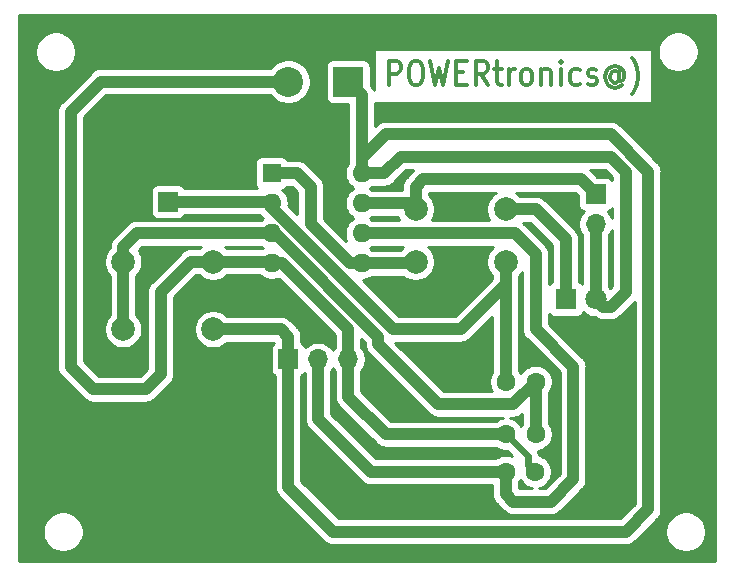
<source format=gbr>
%TF.GenerationSoftware,KiCad,Pcbnew,(5.1.6)-1*%
%TF.CreationDate,2020-09-07T11:58:55+05:30*%
%TF.ProjectId,using lm358,7573696e-6720-46c6-9d33-35382e6b6963,rev?*%
%TF.SameCoordinates,Original*%
%TF.FileFunction,Copper,L2,Bot*%
%TF.FilePolarity,Positive*%
%FSLAX46Y46*%
G04 Gerber Fmt 4.6, Leading zero omitted, Abs format (unit mm)*
G04 Created by KiCad (PCBNEW (5.1.6)-1) date 2020-09-07 11:58:55*
%MOMM*%
%LPD*%
G01*
G04 APERTURE LIST*
%TA.AperFunction,NonConductor*%
%ADD10C,0.375000*%
%TD*%
%TA.AperFunction,ComponentPad*%
%ADD11C,1.600000*%
%TD*%
%TA.AperFunction,ComponentPad*%
%ADD12R,1.800000X1.800000*%
%TD*%
%TA.AperFunction,ComponentPad*%
%ADD13C,1.800000*%
%TD*%
%TA.AperFunction,ComponentPad*%
%ADD14R,2.540000X2.540000*%
%TD*%
%TA.AperFunction,ComponentPad*%
%ADD15C,2.540000*%
%TD*%
%TA.AperFunction,ComponentPad*%
%ADD16R,1.700000X1.700000*%
%TD*%
%TA.AperFunction,ComponentPad*%
%ADD17O,1.700000X1.700000*%
%TD*%
%TA.AperFunction,ComponentPad*%
%ADD18C,1.998980*%
%TD*%
%TA.AperFunction,ComponentPad*%
%ADD19R,1.600000X1.600000*%
%TD*%
%TA.AperFunction,ComponentPad*%
%ADD20O,1.600000X1.600000*%
%TD*%
%TA.AperFunction,Conductor*%
%ADD21C,1.000000*%
%TD*%
%TA.AperFunction,Conductor*%
%ADD22C,0.600000*%
%TD*%
%TA.AperFunction,NonConductor*%
%ADD23C,0.254000*%
%TD*%
%ADD24C,0.254000*%
G04 APERTURE END LIST*
D10*
X172337142Y-93614761D02*
X172337142Y-91614761D01*
X173022857Y-91614761D01*
X173194285Y-91710000D01*
X173280000Y-91805238D01*
X173365714Y-91995714D01*
X173365714Y-92281428D01*
X173280000Y-92471904D01*
X173194285Y-92567142D01*
X173022857Y-92662380D01*
X172337142Y-92662380D01*
X174480000Y-91614761D02*
X174822857Y-91614761D01*
X174994285Y-91710000D01*
X175165714Y-91900476D01*
X175251428Y-92281428D01*
X175251428Y-92948095D01*
X175165714Y-93329047D01*
X174994285Y-93519523D01*
X174822857Y-93614761D01*
X174480000Y-93614761D01*
X174308571Y-93519523D01*
X174137142Y-93329047D01*
X174051428Y-92948095D01*
X174051428Y-92281428D01*
X174137142Y-91900476D01*
X174308571Y-91710000D01*
X174480000Y-91614761D01*
X175851428Y-91614761D02*
X176280000Y-93614761D01*
X176622857Y-92186190D01*
X176965714Y-93614761D01*
X177394285Y-91614761D01*
X178080000Y-92567142D02*
X178680000Y-92567142D01*
X178937142Y-93614761D02*
X178080000Y-93614761D01*
X178080000Y-91614761D01*
X178937142Y-91614761D01*
X180737142Y-93614761D02*
X180137142Y-92662380D01*
X179708571Y-93614761D02*
X179708571Y-91614761D01*
X180394285Y-91614761D01*
X180565714Y-91710000D01*
X180651428Y-91805238D01*
X180737142Y-91995714D01*
X180737142Y-92281428D01*
X180651428Y-92471904D01*
X180565714Y-92567142D01*
X180394285Y-92662380D01*
X179708571Y-92662380D01*
X181251428Y-92281428D02*
X181937142Y-92281428D01*
X181508571Y-91614761D02*
X181508571Y-93329047D01*
X181594285Y-93519523D01*
X181765714Y-93614761D01*
X181937142Y-93614761D01*
X182537142Y-93614761D02*
X182537142Y-92281428D01*
X182537142Y-92662380D02*
X182622857Y-92471904D01*
X182708571Y-92376666D01*
X182880000Y-92281428D01*
X183051428Y-92281428D01*
X183908571Y-93614761D02*
X183737142Y-93519523D01*
X183651428Y-93424285D01*
X183565714Y-93233809D01*
X183565714Y-92662380D01*
X183651428Y-92471904D01*
X183737142Y-92376666D01*
X183908571Y-92281428D01*
X184165714Y-92281428D01*
X184337142Y-92376666D01*
X184422857Y-92471904D01*
X184508571Y-92662380D01*
X184508571Y-93233809D01*
X184422857Y-93424285D01*
X184337142Y-93519523D01*
X184165714Y-93614761D01*
X183908571Y-93614761D01*
X185280000Y-92281428D02*
X185280000Y-93614761D01*
X185280000Y-92471904D02*
X185365714Y-92376666D01*
X185537142Y-92281428D01*
X185794285Y-92281428D01*
X185965714Y-92376666D01*
X186051428Y-92567142D01*
X186051428Y-93614761D01*
X186908571Y-93614761D02*
X186908571Y-92281428D01*
X186908571Y-91614761D02*
X186822857Y-91710000D01*
X186908571Y-91805238D01*
X186994285Y-91710000D01*
X186908571Y-91614761D01*
X186908571Y-91805238D01*
X188537142Y-93519523D02*
X188365714Y-93614761D01*
X188022857Y-93614761D01*
X187851428Y-93519523D01*
X187765714Y-93424285D01*
X187680000Y-93233809D01*
X187680000Y-92662380D01*
X187765714Y-92471904D01*
X187851428Y-92376666D01*
X188022857Y-92281428D01*
X188365714Y-92281428D01*
X188537142Y-92376666D01*
X189222857Y-93519523D02*
X189394285Y-93614761D01*
X189737142Y-93614761D01*
X189908571Y-93519523D01*
X189994285Y-93329047D01*
X189994285Y-93233809D01*
X189908571Y-93043333D01*
X189737142Y-92948095D01*
X189480000Y-92948095D01*
X189308571Y-92852857D01*
X189222857Y-92662380D01*
X189222857Y-92567142D01*
X189308571Y-92376666D01*
X189480000Y-92281428D01*
X189737142Y-92281428D01*
X189908571Y-92376666D01*
X191880000Y-92662380D02*
X191794285Y-92567142D01*
X191622857Y-92471904D01*
X191451428Y-92471904D01*
X191280000Y-92567142D01*
X191194285Y-92662380D01*
X191108571Y-92852857D01*
X191108571Y-93043333D01*
X191194285Y-93233809D01*
X191280000Y-93329047D01*
X191451428Y-93424285D01*
X191622857Y-93424285D01*
X191794285Y-93329047D01*
X191880000Y-93233809D01*
X191880000Y-92471904D02*
X191880000Y-93233809D01*
X191965714Y-93329047D01*
X192051428Y-93329047D01*
X192222857Y-93233809D01*
X192308571Y-93043333D01*
X192308571Y-92567142D01*
X192137142Y-92281428D01*
X191880000Y-92090952D01*
X191537142Y-91995714D01*
X191194285Y-92090952D01*
X190937142Y-92281428D01*
X190765714Y-92567142D01*
X190680000Y-92948095D01*
X190765714Y-93329047D01*
X190937142Y-93614761D01*
X191194285Y-93805238D01*
X191537142Y-93900476D01*
X191880000Y-93805238D01*
X192137142Y-93614761D01*
X192908571Y-94376666D02*
X192994285Y-94281428D01*
X193165714Y-93995714D01*
X193251428Y-93805238D01*
X193337142Y-93519523D01*
X193422857Y-93043333D01*
X193422857Y-92662380D01*
X193337142Y-92186190D01*
X193251428Y-91900476D01*
X193165714Y-91710000D01*
X192994285Y-91424285D01*
X192908571Y-91329047D01*
D11*
%TO.P,C1,1*%
%TO.N,Net-(C1-Pad1)*%
X184785000Y-123190000D03*
%TO.P,C1,2*%
%TO.N,Net-(C1-Pad2)*%
X182285000Y-123190000D03*
%TD*%
%TO.P,C2,1*%
%TO.N,Net-(C1-Pad1)*%
X184785000Y-118745000D03*
%TO.P,C2,2*%
%TO.N,Net-(C2-Pad2)*%
X182285000Y-118745000D03*
%TD*%
%TO.P,C3,1*%
%TO.N,Net-(C3-Pad1)*%
X182245000Y-126365000D03*
%TO.P,C3,2*%
%TO.N,Net-(C1-Pad2)*%
X184745000Y-126365000D03*
%TD*%
D12*
%TO.P,D1,1*%
%TO.N,Net-(D1-Pad1)*%
X187325000Y-111760000D03*
D13*
%TO.P,D1,2*%
%TO.N,Net-(D1-Pad2)*%
X189865000Y-111760000D03*
%TD*%
D14*
%TO.P,J1,1*%
%TO.N,Net-(D1-Pad2)*%
X168910000Y-93345000D03*
D15*
%TO.P,J1,2*%
%TO.N,Net-(C1-Pad2)*%
X163830000Y-93345000D03*
%TD*%
D16*
%TO.P,LS1,1*%
%TO.N,Net-(LS1-Pad1)*%
X189865000Y-102870000D03*
D17*
%TO.P,LS1,2*%
%TO.N,Net-(D1-Pad2)*%
X189865000Y-105410000D03*
%TD*%
D16*
%TO.P,P1,1*%
%TO.N,Net-(C2-Pad2)*%
X153670000Y-103505000D03*
%TD*%
%TO.P,P2,1*%
%TO.N,Net-(D1-Pad2)*%
X163830000Y-116840000D03*
D17*
%TO.P,P2,2*%
%TO.N,Net-(C3-Pad1)*%
X166370000Y-116840000D03*
%TO.P,P2,3*%
%TO.N,Net-(C1-Pad2)*%
X168910000Y-116840000D03*
%TD*%
D18*
%TO.P,R1,1*%
%TO.N,Net-(D1-Pad2)*%
X157480000Y-114300000D03*
%TO.P,R1,2*%
%TO.N,Net-(C1-Pad1)*%
X149860000Y-114300000D03*
%TD*%
%TO.P,R2,1*%
%TO.N,Net-(C1-Pad1)*%
X149860000Y-108585000D03*
%TO.P,R2,2*%
%TO.N,Net-(C1-Pad2)*%
X157480000Y-108585000D03*
%TD*%
%TO.P,R3,1*%
%TO.N,Net-(R3-Pad1)*%
X174625000Y-108585000D03*
%TO.P,R3,2*%
%TO.N,Net-(C2-Pad2)*%
X182245000Y-108585000D03*
%TD*%
%TO.P,R4,1*%
%TO.N,Net-(D1-Pad1)*%
X182245000Y-104140000D03*
%TO.P,R4,2*%
%TO.N,Net-(LS1-Pad1)*%
X174625000Y-104140000D03*
%TD*%
D19*
%TO.P,U1,1*%
%TO.N,Net-(R3-Pad1)*%
X162430001Y-101095000D03*
D20*
%TO.P,U1,5*%
X170050001Y-108715000D03*
%TO.P,U1,2*%
%TO.N,Net-(C2-Pad2)*%
X162430001Y-103635000D03*
%TO.P,U1,6*%
%TO.N,Net-(C3-Pad1)*%
X170050001Y-106175000D03*
%TO.P,U1,3*%
%TO.N,Net-(C1-Pad1)*%
X162430001Y-106175000D03*
%TO.P,U1,7*%
%TO.N,Net-(LS1-Pad1)*%
X170050001Y-103635000D03*
%TO.P,U1,4*%
%TO.N,Net-(C1-Pad2)*%
X162430001Y-108715000D03*
%TO.P,U1,8*%
%TO.N,Net-(D1-Pad2)*%
X170050001Y-101095000D03*
%TD*%
D21*
%TO.N,Net-(C1-Pad1)*%
X162430001Y-106175000D02*
X162690000Y-106175000D01*
X162690000Y-106175000D02*
X171450000Y-114935000D01*
X182880000Y-120650000D02*
X184785000Y-118745000D01*
X176530000Y-120650000D02*
X182880000Y-120650000D01*
X171450000Y-115570000D02*
X176530000Y-120650000D01*
X171450000Y-114935000D02*
X171450000Y-115570000D01*
X184785000Y-123190000D02*
X184785000Y-118745000D01*
X149860000Y-114300000D02*
X149860000Y-113665000D01*
X149860000Y-114300000D02*
X149860000Y-108585000D01*
X149860000Y-108585000D02*
X149860000Y-107315000D01*
X151000000Y-106175000D02*
X162430001Y-106175000D01*
X149860000Y-107315000D02*
X151000000Y-106175000D01*
%TO.N,Net-(C1-Pad2)*%
X162430001Y-108715000D02*
X163325000Y-108715000D01*
X168910000Y-114300000D02*
X168910000Y-116840000D01*
X163325000Y-108715000D02*
X168910000Y-114300000D01*
X168910000Y-116840000D02*
X168910000Y-120015000D01*
X168910000Y-120015000D02*
X172085000Y-123190000D01*
X172085000Y-123190000D02*
X182285000Y-123190000D01*
X157480000Y-108585000D02*
X162300001Y-108585000D01*
X162300001Y-108585000D02*
X162430001Y-108715000D01*
X157480000Y-108585000D02*
X155575000Y-108585000D01*
X155575000Y-108585000D02*
X153035000Y-111125000D01*
X153035000Y-111125000D02*
X153035000Y-118110000D01*
X153035000Y-118110000D02*
X151765000Y-119380000D01*
X151765000Y-119380000D02*
X147320000Y-119380000D01*
X147320000Y-119380000D02*
X145415000Y-117475000D01*
X145415000Y-117475000D02*
X145415000Y-95885000D01*
X147955000Y-93345000D02*
X163830000Y-93345000D01*
X145415000Y-95885000D02*
X147955000Y-93345000D01*
D22*
X182285000Y-123190000D02*
X184150000Y-125055000D01*
X184150000Y-125770000D02*
X184745000Y-126365000D01*
X184150000Y-125055000D02*
X184150000Y-125770000D01*
D21*
%TO.N,Net-(C2-Pad2)*%
X162430001Y-103635000D02*
X162430001Y-104010001D01*
X162430001Y-104010001D02*
X172720000Y-114300000D01*
X182245000Y-110490000D02*
X182245000Y-108585000D01*
X178435000Y-114300000D02*
X182245000Y-110490000D01*
X172720000Y-114300000D02*
X178435000Y-114300000D01*
X182245000Y-108585000D02*
X182245000Y-109220000D01*
X182245000Y-108585000D02*
X182245000Y-118705000D01*
X182245000Y-118705000D02*
X182285000Y-118745000D01*
X153670000Y-103505000D02*
X162300001Y-103505000D01*
X162300001Y-103505000D02*
X162430001Y-103635000D01*
%TO.N,Net-(C3-Pad1)*%
X182245000Y-126365000D02*
X182245000Y-128270000D01*
X183010000Y-106175000D02*
X170050001Y-106175000D01*
X184785000Y-107950000D02*
X183010000Y-106175000D01*
X184785000Y-114300000D02*
X184785000Y-107950000D01*
X187960000Y-117475000D02*
X184785000Y-114300000D01*
X187960000Y-127000000D02*
X187960000Y-117475000D01*
X186055000Y-128905000D02*
X187960000Y-127000000D01*
X182880000Y-128905000D02*
X186055000Y-128905000D01*
X182245000Y-128270000D02*
X182880000Y-128905000D01*
X166370000Y-116840000D02*
X166370000Y-121920000D01*
X170815000Y-126365000D02*
X182245000Y-126365000D01*
X166370000Y-121920000D02*
X170815000Y-126365000D01*
%TO.N,Net-(D1-Pad1)*%
X182245000Y-104140000D02*
X184785000Y-104140000D01*
X187325000Y-106680000D02*
X187325000Y-111760000D01*
X184785000Y-104140000D02*
X187325000Y-106680000D01*
%TO.N,Net-(D1-Pad2)*%
X170050001Y-101095000D02*
X170050001Y-99824999D01*
X163830000Y-127635000D02*
X163830000Y-116840000D01*
X167640000Y-131445000D02*
X163830000Y-127635000D01*
X192405000Y-131445000D02*
X167640000Y-131445000D01*
X194310000Y-129540000D02*
X192405000Y-131445000D01*
X194310000Y-100965000D02*
X194310000Y-129540000D01*
X191135000Y-97790000D02*
X194310000Y-100965000D01*
X172085000Y-97790000D02*
X191135000Y-97790000D01*
X170050001Y-99824999D02*
X172085000Y-97790000D01*
X170050001Y-101095000D02*
X171955000Y-101095000D01*
X191135000Y-112395000D02*
X190500000Y-112395000D01*
X192405000Y-111125000D02*
X191135000Y-112395000D01*
X192405000Y-100965000D02*
X192405000Y-111125000D01*
X191135000Y-99695000D02*
X192405000Y-100965000D01*
X173355000Y-99695000D02*
X191135000Y-99695000D01*
X171955000Y-101095000D02*
X173355000Y-99695000D01*
X190500000Y-112395000D02*
X189865000Y-111760000D01*
X189865000Y-111760000D02*
X189865000Y-105410000D01*
X157480000Y-114300000D02*
X163195000Y-114300000D01*
X163195000Y-114300000D02*
X163830000Y-114935000D01*
X163830000Y-114935000D02*
X163830000Y-116840000D01*
X170050001Y-94485001D02*
X170050001Y-101095000D01*
X168910000Y-93345000D02*
X170050001Y-94485001D01*
%TO.N,Net-(LS1-Pad1)*%
X174625000Y-104140000D02*
X174625000Y-102235000D01*
X188595000Y-101600000D02*
X189865000Y-102870000D01*
X175260000Y-101600000D02*
X188595000Y-101600000D01*
X174625000Y-102235000D02*
X175260000Y-101600000D01*
X170050001Y-103635000D02*
X174120000Y-103635000D01*
X174120000Y-103635000D02*
X174625000Y-104140000D01*
%TO.N,Net-(R3-Pad1)*%
X170050001Y-108715000D02*
X169040000Y-108715000D01*
X164595000Y-101095000D02*
X162430001Y-101095000D01*
X165735000Y-102235000D02*
X164595000Y-101095000D01*
X165735000Y-105410000D02*
X165735000Y-102235000D01*
X169040000Y-108715000D02*
X165735000Y-105410000D01*
X170050001Y-108715000D02*
X174495000Y-108715000D01*
X174495000Y-108715000D02*
X174625000Y-108585000D01*
%TD*%
D23*
X199950001Y-87705000D02*
X141045000Y-87705000D01*
X199950001Y-87946300D02*
X141045000Y-87946300D01*
X199950001Y-88187600D02*
X141045000Y-88187600D01*
X199950001Y-88428900D02*
X141045000Y-88428900D01*
X199950001Y-88670200D02*
X141045000Y-88670200D01*
X199950001Y-88911500D02*
X141045000Y-88911500D01*
X143599990Y-89152800D02*
X141045000Y-89152800D01*
X196304990Y-89152800D02*
X144690011Y-89152800D01*
X199950001Y-89152800D02*
X197395011Y-89152800D01*
X143133644Y-89394100D02*
X141045000Y-89394100D01*
X195838644Y-89394100D02*
X145156357Y-89394100D01*
X199950001Y-89394100D02*
X197861357Y-89394100D01*
X142860939Y-89635400D02*
X141045000Y-89635400D01*
X195565939Y-89635400D02*
X145429061Y-89635400D01*
X199950001Y-89635400D02*
X198134061Y-89635400D01*
X142678604Y-89876700D02*
X141045000Y-89876700D01*
X195383604Y-89876700D02*
X145611397Y-89876700D01*
X199950001Y-89876700D02*
X198316397Y-89876700D01*
X142551615Y-90118000D02*
X141045000Y-90118000D01*
X195256615Y-90118000D02*
X145738386Y-90118000D01*
X199950001Y-90118000D02*
X198443386Y-90118000D01*
X142464665Y-90359300D02*
X141045000Y-90359300D01*
X195169665Y-90359300D02*
X145825336Y-90359300D01*
X199950001Y-90359300D02*
X198530336Y-90359300D01*
X142416667Y-90600600D02*
X141045000Y-90600600D01*
X171086072Y-90600600D02*
X145873334Y-90600600D01*
X195121667Y-90600600D02*
X194673929Y-90600600D01*
X199950001Y-90600600D02*
X198578334Y-90600600D01*
X142410000Y-90841900D02*
X141045000Y-90841900D01*
X171086072Y-90841900D02*
X145880000Y-90841900D01*
X195115000Y-90841900D02*
X194673929Y-90841900D01*
X199950001Y-90841900D02*
X198585000Y-90841900D01*
X142431346Y-91083200D02*
X141045000Y-91083200D01*
X171086072Y-91083200D02*
X145858653Y-91083200D01*
X195136346Y-91083200D02*
X194673929Y-91083200D01*
X199950001Y-91083200D02*
X198563653Y-91083200D01*
X142482233Y-91324500D02*
X141045000Y-91324500D01*
X171086072Y-91324500D02*
X145807766Y-91324500D01*
X195187233Y-91324500D02*
X194673929Y-91324500D01*
X199950001Y-91324500D02*
X198512766Y-91324500D01*
X142582183Y-91565800D02*
X141045000Y-91565800D01*
X163147366Y-91565800D02*
X145707816Y-91565800D01*
X167259507Y-91565800D02*
X164512635Y-91565800D01*
X171086072Y-91565800D02*
X170560494Y-91565800D01*
X195287183Y-91565800D02*
X194673929Y-91565800D01*
X199950001Y-91565800D02*
X198412816Y-91565800D01*
X142727914Y-91807100D02*
X141045000Y-91807100D01*
X162702722Y-91807100D02*
X145562085Y-91807100D01*
X167063177Y-91807100D02*
X164957279Y-91807100D01*
X171086072Y-91807100D02*
X170756824Y-91807100D01*
X195432914Y-91807100D02*
X194673929Y-91807100D01*
X199950001Y-91807100D02*
X198267085Y-91807100D01*
X142934739Y-92048400D02*
X141045000Y-92048400D01*
X162432524Y-92048400D02*
X145355261Y-92048400D01*
X167004548Y-92048400D02*
X165227476Y-92048400D01*
X171086072Y-92048400D02*
X170815453Y-92048400D01*
X195639739Y-92048400D02*
X194673929Y-92048400D01*
X199950001Y-92048400D02*
X198060261Y-92048400D01*
X143244092Y-92289700D02*
X141045000Y-92289700D01*
X147523907Y-92289700D02*
X145045907Y-92289700D01*
X167001928Y-92289700D02*
X165415995Y-92289700D01*
X171086072Y-92289700D02*
X170818072Y-92289700D01*
X195949092Y-92289700D02*
X194673929Y-92289700D01*
X199950001Y-92289700D02*
X197750907Y-92289700D01*
X143928870Y-92531000D02*
X141045000Y-92531000D01*
X147157752Y-92531000D02*
X144361129Y-92531000D01*
X167001928Y-92531000D02*
X165554788Y-92531000D01*
X171086072Y-92531000D02*
X170818072Y-92531000D01*
X196633870Y-92531000D02*
X194673929Y-92531000D01*
X199950001Y-92531000D02*
X197066129Y-92531000D01*
X146922569Y-92772300D02*
X141045000Y-92772300D01*
X167001928Y-92772300D02*
X165654737Y-92772300D01*
X171086072Y-92772300D02*
X170818072Y-92772300D01*
X199950001Y-92772300D02*
X194673929Y-92772300D01*
X146681269Y-93013600D02*
X141045000Y-93013600D01*
X167001928Y-93013600D02*
X165706402Y-93013600D01*
X171086072Y-93013600D02*
X170818072Y-93013600D01*
X199950001Y-93013600D02*
X194673929Y-93013600D01*
X146439969Y-93254900D02*
X141045000Y-93254900D01*
X167001928Y-93254900D02*
X165735000Y-93254900D01*
X171086072Y-93254900D02*
X170818072Y-93254900D01*
X199950001Y-93254900D02*
X194673929Y-93254900D01*
X146198669Y-93496200D02*
X141045000Y-93496200D01*
X167001928Y-93496200D02*
X165735000Y-93496200D01*
X171086072Y-93496200D02*
X170818072Y-93496200D01*
X199950001Y-93496200D02*
X194673929Y-93496200D01*
X145957369Y-93737500D02*
X141045000Y-93737500D01*
X167001928Y-93737500D02*
X165694247Y-93737500D01*
X171086072Y-93737500D02*
X170904828Y-93737500D01*
X199950001Y-93737500D02*
X194673929Y-93737500D01*
X145716069Y-93978800D02*
X141045000Y-93978800D01*
X167001928Y-93978800D02*
X165629427Y-93978800D01*
X171086072Y-93978800D02*
X171066394Y-93978800D01*
X199950001Y-93978800D02*
X194673929Y-93978800D01*
X145474769Y-94220100D02*
X141045000Y-94220100D01*
X167001928Y-94220100D02*
X165529478Y-94220100D01*
X199950001Y-94220100D02*
X194673929Y-94220100D01*
X145233469Y-94461400D02*
X141045000Y-94461400D01*
X167001928Y-94461400D02*
X165375168Y-94461400D01*
X199950001Y-94461400D02*
X194673929Y-94461400D01*
X144992169Y-94702700D02*
X141045000Y-94702700D01*
X162493624Y-94702700D02*
X148202431Y-94702700D01*
X167010565Y-94702700D02*
X165166376Y-94702700D01*
X199950001Y-94702700D02*
X194673929Y-94702700D01*
X144750869Y-94944000D02*
X141045000Y-94944000D01*
X162794163Y-94944000D02*
X147961131Y-94944000D01*
X167095835Y-94944000D02*
X164865836Y-94944000D01*
X199950001Y-94944000D02*
X194673929Y-94944000D01*
X144520946Y-95185300D02*
X141045000Y-95185300D01*
X163317109Y-95185300D02*
X147719831Y-95185300D01*
X167359896Y-95185300D02*
X164342890Y-95185300D01*
X199950001Y-95185300D02*
X194673929Y-95185300D01*
X144373059Y-95426600D02*
X141045000Y-95426600D01*
X168915001Y-95426600D02*
X147478531Y-95426600D01*
X199950001Y-95426600D02*
X171185001Y-95426600D01*
X144295892Y-95667900D02*
X141045000Y-95667900D01*
X168915001Y-95667900D02*
X147237231Y-95667900D01*
X199950001Y-95667900D02*
X171185001Y-95667900D01*
X144276892Y-95909200D02*
X141045000Y-95909200D01*
X168915001Y-95909200D02*
X146995931Y-95909200D01*
X199950001Y-95909200D02*
X171185001Y-95909200D01*
X144280001Y-96150500D02*
X141045000Y-96150500D01*
X168915001Y-96150500D02*
X146754631Y-96150500D01*
X199950001Y-96150500D02*
X171185001Y-96150500D01*
X144280001Y-96391800D02*
X141045000Y-96391800D01*
X168915001Y-96391800D02*
X146550000Y-96391800D01*
X199950001Y-96391800D02*
X171185001Y-96391800D01*
X144280001Y-96633100D02*
X141045000Y-96633100D01*
X168915001Y-96633100D02*
X146550000Y-96633100D01*
X199950001Y-96633100D02*
X171185001Y-96633100D01*
X144280001Y-96874400D02*
X141045000Y-96874400D01*
X168915001Y-96874400D02*
X146550000Y-96874400D01*
X171411552Y-96874400D02*
X171185001Y-96874400D01*
X199950001Y-96874400D02*
X191808449Y-96874400D01*
X144280001Y-97115700D02*
X141045000Y-97115700D01*
X168915001Y-97115700D02*
X146550000Y-97115700D01*
X199950001Y-97115700D02*
X192065832Y-97115700D01*
X144280001Y-97357000D02*
X141045000Y-97357000D01*
X168915001Y-97357000D02*
X146550000Y-97357000D01*
X199950001Y-97357000D02*
X192307132Y-97357000D01*
X144280001Y-97598300D02*
X141045000Y-97598300D01*
X168915001Y-97598300D02*
X146550000Y-97598300D01*
X199950001Y-97598300D02*
X192548432Y-97598300D01*
X144280001Y-97839600D02*
X141045000Y-97839600D01*
X168915001Y-97839600D02*
X146550000Y-97839600D01*
X199950001Y-97839600D02*
X192789732Y-97839600D01*
X144280001Y-98080900D02*
X141045000Y-98080900D01*
X168915001Y-98080900D02*
X146550000Y-98080900D01*
X199950001Y-98080900D02*
X193031032Y-98080900D01*
X144280001Y-98322200D02*
X141045000Y-98322200D01*
X168915001Y-98322200D02*
X146550000Y-98322200D01*
X199950001Y-98322200D02*
X193272332Y-98322200D01*
X144280001Y-98563500D02*
X141045000Y-98563500D01*
X168915001Y-98563500D02*
X146550000Y-98563500D01*
X199950001Y-98563500D02*
X193513632Y-98563500D01*
X144280001Y-98804800D02*
X141045000Y-98804800D01*
X168915001Y-98804800D02*
X146550000Y-98804800D01*
X199950001Y-98804800D02*
X193754932Y-98804800D01*
X144280001Y-99046100D02*
X141045000Y-99046100D01*
X168915001Y-99046100D02*
X146550000Y-99046100D01*
X199950001Y-99046100D02*
X193996232Y-99046100D01*
X144280001Y-99287400D02*
X141045000Y-99287400D01*
X168915001Y-99287400D02*
X146550000Y-99287400D01*
X199950001Y-99287400D02*
X194237532Y-99287400D01*
X144280001Y-99528700D02*
X141045000Y-99528700D01*
X168915001Y-99528700D02*
X146550000Y-99528700D01*
X199950001Y-99528700D02*
X194478832Y-99528700D01*
X144280001Y-99770000D02*
X141045000Y-99770000D01*
X161268761Y-99770000D02*
X146550000Y-99770000D01*
X168914928Y-99770000D02*
X163591242Y-99770000D01*
X199950001Y-99770000D02*
X194720132Y-99770000D01*
X144280001Y-100011300D02*
X141045000Y-100011300D01*
X161061624Y-100011300D02*
X146550000Y-100011300D01*
X168915001Y-100011300D02*
X164932473Y-100011300D01*
X199950001Y-100011300D02*
X194961432Y-100011300D01*
X144280001Y-100252600D02*
X141045000Y-100252600D01*
X160996105Y-100252600D02*
X146550000Y-100252600D01*
X168887016Y-100252600D02*
X165357643Y-100252600D01*
X199950001Y-100252600D02*
X195193634Y-100252600D01*
X144280001Y-100493900D02*
X141045000Y-100493900D01*
X160991929Y-100493900D02*
X146550000Y-100493900D01*
X168745753Y-100493900D02*
X165599032Y-100493900D01*
X199950001Y-100493900D02*
X195345154Y-100493900D01*
X144280001Y-100735200D02*
X141045000Y-100735200D01*
X160991929Y-100735200D02*
X146550000Y-100735200D01*
X168658457Y-100735200D02*
X165840332Y-100735200D01*
X199950001Y-100735200D02*
X195426363Y-100735200D01*
X144280001Y-100976500D02*
X141045000Y-100976500D01*
X160991929Y-100976500D02*
X146550000Y-100976500D01*
X168615001Y-100976500D02*
X166081632Y-100976500D01*
X199950001Y-100976500D02*
X195449358Y-100976500D01*
X144280001Y-101217800D02*
X141045000Y-101217800D01*
X160991929Y-101217800D02*
X146550000Y-101217800D01*
X168615001Y-101217800D02*
X166322932Y-101217800D01*
X199950001Y-101217800D02*
X195445000Y-101217800D01*
X144280001Y-101459100D02*
X141045000Y-101459100D01*
X160991929Y-101459100D02*
X146550000Y-101459100D01*
X168659312Y-101459100D02*
X166566520Y-101459100D01*
X199950001Y-101459100D02*
X195445000Y-101459100D01*
X144280001Y-101700400D02*
X141045000Y-101700400D01*
X160991929Y-101700400D02*
X146550000Y-101700400D01*
X168747533Y-101700400D02*
X166736213Y-101700400D01*
X199950001Y-101700400D02*
X195445000Y-101700400D01*
X144280001Y-101941700D02*
X141045000Y-101941700D01*
X160996528Y-101941700D02*
X146550000Y-101941700D01*
X168889888Y-101941700D02*
X166832100Y-101941700D01*
X199950001Y-101941700D02*
X195445000Y-101941700D01*
X144280001Y-102183000D02*
X141045000Y-102183000D01*
X152394179Y-102183000D02*
X146550000Y-102183000D01*
X161063921Y-102183000D02*
X154945822Y-102183000D01*
X169108605Y-102183000D02*
X166870369Y-102183000D01*
X199950001Y-102183000D02*
X195445000Y-102183000D01*
X144280001Y-102424300D02*
X141045000Y-102424300D01*
X152226409Y-102424300D02*
X146550000Y-102424300D01*
X169279011Y-102424300D02*
X166870000Y-102424300D01*
X199950001Y-102424300D02*
X195445000Y-102424300D01*
X144280001Y-102665600D02*
X141045000Y-102665600D01*
X152181928Y-102665600D02*
X146550000Y-102665600D01*
X168990005Y-102665600D02*
X166870000Y-102665600D01*
X199950001Y-102665600D02*
X195445000Y-102665600D01*
X144280001Y-102906900D02*
X141045000Y-102906900D01*
X152181928Y-102906900D02*
X146550000Y-102906900D01*
X168810643Y-102906900D02*
X166870000Y-102906900D01*
X199950001Y-102906900D02*
X195445000Y-102906900D01*
X144280001Y-103148200D02*
X141045000Y-103148200D01*
X152181928Y-103148200D02*
X146550000Y-103148200D01*
X168698409Y-103148200D02*
X166870000Y-103148200D01*
X199950001Y-103148200D02*
X195445000Y-103148200D01*
X144280001Y-103389500D02*
X141045000Y-103389500D01*
X152181928Y-103389500D02*
X146550000Y-103389500D01*
X168635721Y-103389500D02*
X166870000Y-103389500D01*
X199950001Y-103389500D02*
X195445000Y-103389500D01*
X144280001Y-103630800D02*
X141045000Y-103630800D01*
X152181928Y-103630800D02*
X146550000Y-103630800D01*
X168615001Y-103630800D02*
X166870000Y-103630800D01*
X199950001Y-103630800D02*
X195445000Y-103630800D01*
X144280001Y-103872100D02*
X141045000Y-103872100D01*
X152181928Y-103872100D02*
X146550000Y-103872100D01*
X168634050Y-103872100D02*
X166870000Y-103872100D01*
X199950001Y-103872100D02*
X195445000Y-103872100D01*
X144280001Y-104113400D02*
X141045000Y-104113400D01*
X152181928Y-104113400D02*
X146550000Y-104113400D01*
X168694928Y-104113400D02*
X166870000Y-104113400D01*
X199950001Y-104113400D02*
X195445000Y-104113400D01*
X144280001Y-104354700D02*
X141045000Y-104354700D01*
X152181928Y-104354700D02*
X146550000Y-104354700D01*
X168805030Y-104354700D02*
X166870000Y-104354700D01*
X199950001Y-104354700D02*
X195445000Y-104354700D01*
X144280001Y-104596000D02*
X141045000Y-104596000D01*
X152229533Y-104596000D02*
X146550000Y-104596000D01*
X168981605Y-104596000D02*
X166870000Y-104596000D01*
X199950001Y-104596000D02*
X195445000Y-104596000D01*
X144280001Y-104837300D02*
X141045000Y-104837300D01*
X152406728Y-104837300D02*
X146550000Y-104837300D01*
X161646440Y-104837300D02*
X154933271Y-104837300D01*
X169266439Y-104837300D02*
X166870000Y-104837300D01*
X199950001Y-104837300D02*
X195445000Y-104837300D01*
X144280001Y-105078600D02*
X141045000Y-105078600D01*
X150704394Y-105078600D02*
X146550000Y-105078600D01*
X169117005Y-105078600D02*
X167008731Y-105078600D01*
X199950001Y-105078600D02*
X195445000Y-105078600D01*
X144280001Y-105319900D02*
X141045000Y-105319900D01*
X150252833Y-105319900D02*
X146550000Y-105319900D01*
X168895502Y-105319900D02*
X167250031Y-105319900D01*
X199950001Y-105319900D02*
X195445000Y-105319900D01*
X144280001Y-105561200D02*
X141045000Y-105561200D01*
X150008669Y-105561200D02*
X146550000Y-105561200D01*
X168751014Y-105561200D02*
X167491331Y-105561200D01*
X199950001Y-105561200D02*
X195445000Y-105561200D01*
X144280001Y-105802500D02*
X141045000Y-105802500D01*
X149767369Y-105802500D02*
X146550000Y-105802500D01*
X168660984Y-105802500D02*
X167732631Y-105802500D01*
X199950001Y-105802500D02*
X195445000Y-105802500D01*
X144280001Y-106043800D02*
X141045000Y-106043800D01*
X149526069Y-106043800D02*
X146550000Y-106043800D01*
X168615001Y-106043800D02*
X167973931Y-106043800D01*
X199950001Y-106043800D02*
X195445000Y-106043800D01*
X144280001Y-106285100D02*
X141045000Y-106285100D01*
X149284769Y-106285100D02*
X146550000Y-106285100D01*
X168615001Y-106285100D02*
X168215231Y-106285100D01*
X199950001Y-106285100D02*
X195445000Y-106285100D01*
X144280001Y-106526400D02*
X141045000Y-106526400D01*
X149038904Y-106526400D02*
X146550000Y-106526400D01*
X168656786Y-106526400D02*
X168456531Y-106526400D01*
X199950001Y-106526400D02*
X195445000Y-106526400D01*
X144280001Y-106767700D02*
X141045000Y-106767700D01*
X148865577Y-106767700D02*
X146550000Y-106767700D01*
X168742273Y-106767700D02*
X168697831Y-106767700D01*
X199950001Y-106767700D02*
X195445000Y-106767700D01*
X144280001Y-107009000D02*
X141045000Y-107009000D01*
X148766754Y-107009000D02*
X146550000Y-107009000D01*
X199950001Y-107009000D02*
X195445000Y-107009000D01*
X144280001Y-107250300D02*
X141045000Y-107250300D01*
X148725882Y-107250300D02*
X146550000Y-107250300D01*
X199950001Y-107250300D02*
X195445000Y-107250300D01*
X144280001Y-107491600D02*
X141045000Y-107491600D01*
X148641881Y-107491600D02*
X146550000Y-107491600D01*
X155269505Y-107491600D02*
X151288531Y-107491600D01*
X199950001Y-107491600D02*
X195445000Y-107491600D01*
X144280001Y-107732900D02*
X141045000Y-107732900D01*
X148463570Y-107732900D02*
X146550000Y-107732900D01*
X154824177Y-107732900D02*
X151256431Y-107732900D01*
X199950001Y-107732900D02*
X195445000Y-107732900D01*
X144280001Y-107974200D02*
X141045000Y-107974200D01*
X148343842Y-107974200D02*
X146550000Y-107974200D01*
X154580669Y-107974200D02*
X151376159Y-107974200D01*
X199950001Y-107974200D02*
X195445000Y-107974200D01*
X144280001Y-108215500D02*
X141045000Y-108215500D01*
X148266987Y-108215500D02*
X146550000Y-108215500D01*
X154339369Y-108215500D02*
X151453014Y-108215500D01*
X199950001Y-108215500D02*
X195445000Y-108215500D01*
X144280001Y-108456800D02*
X141045000Y-108456800D01*
X148225510Y-108456800D02*
X146550000Y-108456800D01*
X154098069Y-108456800D02*
X151494490Y-108456800D01*
X199950001Y-108456800D02*
X195445000Y-108456800D01*
X144280001Y-108698100D02*
X141045000Y-108698100D01*
X148225510Y-108698100D02*
X146550000Y-108698100D01*
X153856769Y-108698100D02*
X151494490Y-108698100D01*
X199950001Y-108698100D02*
X195445000Y-108698100D01*
X144280001Y-108939400D02*
X141045000Y-108939400D01*
X148263982Y-108939400D02*
X146550000Y-108939400D01*
X153615469Y-108939400D02*
X151456017Y-108939400D01*
X199950001Y-108939400D02*
X195445000Y-108939400D01*
X144280001Y-109180700D02*
X141045000Y-109180700D01*
X148337587Y-109180700D02*
X146550000Y-109180700D01*
X153374169Y-109180700D02*
X151382412Y-109180700D01*
X199950001Y-109180700D02*
X195445000Y-109180700D01*
X144280001Y-109422000D02*
X141045000Y-109422000D01*
X148453479Y-109422000D02*
X146550000Y-109422000D01*
X153132869Y-109422000D02*
X151266520Y-109422000D01*
X199950001Y-109422000D02*
X195445000Y-109422000D01*
X144280001Y-109663300D02*
X141045000Y-109663300D01*
X148626781Y-109663300D02*
X146550000Y-109663300D01*
X152891569Y-109663300D02*
X151093219Y-109663300D01*
X199950001Y-109663300D02*
X195445000Y-109663300D01*
X144280001Y-109904600D02*
X141045000Y-109904600D01*
X148725001Y-109904600D02*
X146550000Y-109904600D01*
X152650269Y-109904600D02*
X150995000Y-109904600D01*
X156512915Y-109904600D02*
X155860531Y-109904600D01*
X161627432Y-109904600D02*
X158447084Y-109904600D01*
X199950001Y-109904600D02*
X195445000Y-109904600D01*
X144280001Y-110145900D02*
X141045000Y-110145900D01*
X148725001Y-110145900D02*
X146550000Y-110145900D01*
X152408969Y-110145900D02*
X150995000Y-110145900D01*
X156977216Y-110145900D02*
X155619231Y-110145900D01*
X162268054Y-110145900D02*
X157982783Y-110145900D01*
X163150768Y-110145900D02*
X162591947Y-110145900D01*
X199950001Y-110145900D02*
X195445000Y-110145900D01*
X144280001Y-110387200D02*
X141045000Y-110387200D01*
X148725001Y-110387200D02*
X146550000Y-110387200D01*
X152172213Y-110387200D02*
X150995000Y-110387200D01*
X163392068Y-110387200D02*
X155377931Y-110387200D01*
X199950001Y-110387200D02*
X195445000Y-110387200D01*
X144280001Y-110628500D02*
X141045000Y-110628500D01*
X148725001Y-110628500D02*
X146550000Y-110628500D01*
X152013424Y-110628500D02*
X150995000Y-110628500D01*
X163633368Y-110628500D02*
X155136631Y-110628500D01*
X199950001Y-110628500D02*
X195445000Y-110628500D01*
X144280001Y-110869800D02*
X141045000Y-110869800D01*
X148725001Y-110869800D02*
X146550000Y-110869800D01*
X151926344Y-110869800D02*
X150995000Y-110869800D01*
X163874668Y-110869800D02*
X154895331Y-110869800D01*
X199950001Y-110869800D02*
X195445000Y-110869800D01*
X144280001Y-111111100D02*
X141045000Y-111111100D01*
X148725001Y-111111100D02*
X146550000Y-111111100D01*
X151895879Y-111111100D02*
X150995000Y-111111100D01*
X164115968Y-111111100D02*
X154654031Y-111111100D01*
X199950001Y-111111100D02*
X195445000Y-111111100D01*
X144280001Y-111352400D02*
X141045000Y-111352400D01*
X148725001Y-111352400D02*
X146550000Y-111352400D01*
X151900000Y-111352400D02*
X150995000Y-111352400D01*
X164357268Y-111352400D02*
X154412731Y-111352400D01*
X199950001Y-111352400D02*
X195445000Y-111352400D01*
X144280001Y-111593700D02*
X141045000Y-111593700D01*
X148725001Y-111593700D02*
X146550000Y-111593700D01*
X151900000Y-111593700D02*
X150995000Y-111593700D01*
X164598568Y-111593700D02*
X154171431Y-111593700D01*
X199950001Y-111593700D02*
X195445000Y-111593700D01*
X144280001Y-111835000D02*
X141045000Y-111835000D01*
X148725001Y-111835000D02*
X146550000Y-111835000D01*
X151900000Y-111835000D02*
X150995000Y-111835000D01*
X164839868Y-111835000D02*
X154170000Y-111835000D01*
X199950001Y-111835000D02*
X195445000Y-111835000D01*
X144280001Y-112076300D02*
X141045000Y-112076300D01*
X148725001Y-112076300D02*
X146550000Y-112076300D01*
X151900000Y-112076300D02*
X150995000Y-112076300D01*
X165081168Y-112076300D02*
X154170000Y-112076300D01*
X199950001Y-112076300D02*
X195445000Y-112076300D01*
X144280001Y-112317600D02*
X141045000Y-112317600D01*
X148725001Y-112317600D02*
X146550000Y-112317600D01*
X151900000Y-112317600D02*
X150995000Y-112317600D01*
X165322468Y-112317600D02*
X154170000Y-112317600D01*
X199950001Y-112317600D02*
X195445000Y-112317600D01*
X144280001Y-112558900D02*
X141045000Y-112558900D01*
X148725001Y-112558900D02*
X146550000Y-112558900D01*
X151900000Y-112558900D02*
X150995000Y-112558900D01*
X165563768Y-112558900D02*
X154170000Y-112558900D01*
X199950001Y-112558900D02*
X195445000Y-112558900D01*
X144280001Y-112800200D02*
X141045000Y-112800200D01*
X148725001Y-112800200D02*
X146550000Y-112800200D01*
X151900000Y-112800200D02*
X150995000Y-112800200D01*
X156829708Y-112800200D02*
X154170000Y-112800200D01*
X165805068Y-112800200D02*
X158130293Y-112800200D01*
X199950001Y-112800200D02*
X195445000Y-112800200D01*
X144280001Y-113041500D02*
X141045000Y-113041500D01*
X148725001Y-113041500D02*
X146550000Y-113041500D01*
X151900000Y-113041500D02*
X150995000Y-113041500D01*
X156426981Y-113041500D02*
X154170000Y-113041500D01*
X166046368Y-113041500D02*
X158533019Y-113041500D01*
X199950001Y-113041500D02*
X195445000Y-113041500D01*
X144280001Y-113282800D02*
X141045000Y-113282800D01*
X148573886Y-113282800D02*
X146550000Y-113282800D01*
X151900000Y-113282800D02*
X151146115Y-113282800D01*
X156193886Y-113282800D02*
X154170000Y-113282800D01*
X166287668Y-113282800D02*
X163699690Y-113282800D01*
X199950001Y-113282800D02*
X195445000Y-113282800D01*
X144280001Y-113524100D02*
X141045000Y-113524100D01*
X148412655Y-113524100D02*
X146550000Y-113524100D01*
X151900000Y-113524100D02*
X151307346Y-113524100D01*
X156032655Y-113524100D02*
X154170000Y-113524100D01*
X166528968Y-113524100D02*
X164026520Y-113524100D01*
X199950001Y-113524100D02*
X195445000Y-113524100D01*
X144280001Y-113765400D02*
X141045000Y-113765400D01*
X148312279Y-113765400D02*
X146550000Y-113765400D01*
X151900000Y-113765400D02*
X151407722Y-113765400D01*
X155932279Y-113765400D02*
X154170000Y-113765400D01*
X166770268Y-113765400D02*
X164265532Y-113765400D01*
X199950001Y-113765400D02*
X195445000Y-113765400D01*
X144280001Y-114006700D02*
X141045000Y-114006700D01*
X148251830Y-114006700D02*
X146550000Y-114006700D01*
X151900000Y-114006700D02*
X151468171Y-114006700D01*
X155871830Y-114006700D02*
X154170000Y-114006700D01*
X167011568Y-114006700D02*
X164506832Y-114006700D01*
X199950001Y-114006700D02*
X195445000Y-114006700D01*
X144280001Y-114248000D02*
X141045000Y-114248000D01*
X148225510Y-114248000D02*
X146550000Y-114248000D01*
X151900000Y-114248000D02*
X151494490Y-114248000D01*
X155845510Y-114248000D02*
X154170000Y-114248000D01*
X167252868Y-114248000D02*
X164734479Y-114248000D01*
X199950001Y-114248000D02*
X195445000Y-114248000D01*
X144280001Y-114489300D02*
X141045000Y-114489300D01*
X148231142Y-114489300D02*
X146550000Y-114489300D01*
X151900000Y-114489300D02*
X151488857Y-114489300D01*
X155851142Y-114489300D02*
X154170000Y-114489300D01*
X167494168Y-114489300D02*
X164878731Y-114489300D01*
X199950001Y-114489300D02*
X195445000Y-114489300D01*
X144280001Y-114730600D02*
X141045000Y-114730600D01*
X148279139Y-114730600D02*
X146550000Y-114730600D01*
X151900000Y-114730600D02*
X151440860Y-114730600D01*
X155899139Y-114730600D02*
X154170000Y-114730600D01*
X167735468Y-114730600D02*
X164950360Y-114730600D01*
X199950001Y-114730600D02*
X195445000Y-114730600D01*
X144280001Y-114971900D02*
X141045000Y-114971900D01*
X148369150Y-114971900D02*
X146550000Y-114971900D01*
X151900000Y-114971900D02*
X151350849Y-114971900D01*
X155989150Y-114971900D02*
X154170000Y-114971900D01*
X167775000Y-114971900D02*
X164966856Y-114971900D01*
X199950001Y-114971900D02*
X195445000Y-114971900D01*
X144280001Y-115213200D02*
X141045000Y-115213200D01*
X148504395Y-115213200D02*
X146550000Y-115213200D01*
X151900000Y-115213200D02*
X151215604Y-115213200D01*
X156124395Y-115213200D02*
X154170000Y-115213200D01*
X167775000Y-115213200D02*
X164965000Y-115213200D01*
X199950001Y-115213200D02*
X195445000Y-115213200D01*
X144280001Y-115454500D02*
X141045000Y-115454500D01*
X148702981Y-115454500D02*
X146550000Y-115454500D01*
X151900000Y-115454500D02*
X151017019Y-115454500D01*
X156322981Y-115454500D02*
X154170000Y-115454500D01*
X162634791Y-115454500D02*
X158637019Y-115454500D01*
X165834402Y-115454500D02*
X165025210Y-115454500D01*
X167775000Y-115454500D02*
X166905599Y-115454500D01*
X199950001Y-115454500D02*
X195445000Y-115454500D01*
X144280001Y-115695800D02*
X141045000Y-115695800D01*
X149006956Y-115695800D02*
X146550000Y-115695800D01*
X151900000Y-115695800D02*
X150713043Y-115695800D01*
X156626956Y-115695800D02*
X154170000Y-115695800D01*
X162417235Y-115695800D02*
X158333043Y-115695800D01*
X165414093Y-115695800D02*
X165242766Y-115695800D01*
X167775000Y-115695800D02*
X167325907Y-115695800D01*
X199950001Y-115695800D02*
X195445000Y-115695800D01*
X144280001Y-115937100D02*
X141045000Y-115937100D01*
X151900000Y-115937100D02*
X146550000Y-115937100D01*
X162347139Y-115937100D02*
X154170000Y-115937100D01*
X167727305Y-115937100D02*
X167552696Y-115937100D01*
X199950001Y-115937100D02*
X195445000Y-115937100D01*
X144280001Y-116178400D02*
X141045000Y-116178400D01*
X151900000Y-116178400D02*
X146550000Y-116178400D01*
X162341928Y-116178400D02*
X154170000Y-116178400D01*
X199950001Y-116178400D02*
X195445000Y-116178400D01*
X144280001Y-116419700D02*
X141045000Y-116419700D01*
X151900000Y-116419700D02*
X146550000Y-116419700D01*
X162341928Y-116419700D02*
X154170000Y-116419700D01*
X199950001Y-116419700D02*
X195445000Y-116419700D01*
X144280001Y-116661000D02*
X141045000Y-116661000D01*
X151900000Y-116661000D02*
X146550000Y-116661000D01*
X162341928Y-116661000D02*
X154170000Y-116661000D01*
X199950001Y-116661000D02*
X195445000Y-116661000D01*
X144280001Y-116902300D02*
X141045000Y-116902300D01*
X151900000Y-116902300D02*
X146550000Y-116902300D01*
X162341928Y-116902300D02*
X154170000Y-116902300D01*
X199950001Y-116902300D02*
X195445000Y-116902300D01*
X144280001Y-117143600D02*
X141045000Y-117143600D01*
X151900000Y-117143600D02*
X146688732Y-117143600D01*
X162341928Y-117143600D02*
X154170000Y-117143600D01*
X199950001Y-117143600D02*
X195445000Y-117143600D01*
X144280001Y-117384900D02*
X141045000Y-117384900D01*
X151900000Y-117384900D02*
X146930032Y-117384900D01*
X162341928Y-117384900D02*
X154170000Y-117384900D01*
X199950001Y-117384900D02*
X195445000Y-117384900D01*
X144289400Y-117626200D02*
X141045000Y-117626200D01*
X151900000Y-117626200D02*
X147171332Y-117626200D01*
X162341928Y-117626200D02*
X154170000Y-117626200D01*
X199950001Y-117626200D02*
X195445000Y-117626200D01*
X144347993Y-117867500D02*
X141045000Y-117867500D01*
X151672369Y-117867500D02*
X147412632Y-117867500D01*
X162370270Y-117867500D02*
X154170000Y-117867500D01*
X199950001Y-117867500D02*
X195445000Y-117867500D01*
X144466861Y-118108800D02*
X141045000Y-118108800D01*
X151431069Y-118108800D02*
X147653932Y-118108800D01*
X162502237Y-118108800D02*
X154175372Y-118108800D01*
X199950001Y-118108800D02*
X195445000Y-118108800D01*
X144684968Y-118350100D02*
X141045000Y-118350100D01*
X162695001Y-118350100D02*
X154148237Y-118350100D01*
X199950001Y-118350100D02*
X195445000Y-118350100D01*
X144926268Y-118591400D02*
X141045000Y-118591400D01*
X162695001Y-118591400D02*
X154064648Y-118591400D01*
X199950001Y-118591400D02*
X195445000Y-118591400D01*
X145167568Y-118832700D02*
X141045000Y-118832700D01*
X162695001Y-118832700D02*
X153910180Y-118832700D01*
X199950001Y-118832700D02*
X195445000Y-118832700D01*
X145408868Y-119074000D02*
X141045000Y-119074000D01*
X162695001Y-119074000D02*
X153676131Y-119074000D01*
X199950001Y-119074000D02*
X195445000Y-119074000D01*
X145650168Y-119315300D02*
X141045000Y-119315300D01*
X162695001Y-119315300D02*
X153434831Y-119315300D01*
X199950001Y-119315300D02*
X195445000Y-119315300D01*
X145891468Y-119556600D02*
X141045000Y-119556600D01*
X162695001Y-119556600D02*
X153193531Y-119556600D01*
X199950001Y-119556600D02*
X195445000Y-119556600D01*
X146132768Y-119797900D02*
X141045000Y-119797900D01*
X162695001Y-119797900D02*
X152952231Y-119797900D01*
X199950001Y-119797900D02*
X195445000Y-119797900D01*
X146374068Y-120039200D02*
X141045000Y-120039200D01*
X162695001Y-120039200D02*
X152710931Y-120039200D01*
X199950001Y-120039200D02*
X195445000Y-120039200D01*
X146628152Y-120280500D02*
X141045000Y-120280500D01*
X162695001Y-120280500D02*
X152456847Y-120280500D01*
X199950001Y-120280500D02*
X195445000Y-120280500D01*
X162695001Y-120521800D02*
X141045000Y-120521800D01*
X199950001Y-120521800D02*
X195445000Y-120521800D01*
X162695001Y-120763100D02*
X141045000Y-120763100D01*
X199950001Y-120763100D02*
X195445000Y-120763100D01*
X162695001Y-121004400D02*
X141045000Y-121004400D01*
X199950001Y-121004400D02*
X195445000Y-121004400D01*
X162695001Y-121245700D02*
X141045000Y-121245700D01*
X199950001Y-121245700D02*
X195445000Y-121245700D01*
X162695001Y-121487000D02*
X141045000Y-121487000D01*
X199950001Y-121487000D02*
X195445000Y-121487000D01*
X162695001Y-121728300D02*
X141045000Y-121728300D01*
X199950001Y-121728300D02*
X195445000Y-121728300D01*
X162695001Y-121969600D02*
X141045000Y-121969600D01*
X199950001Y-121969600D02*
X195445000Y-121969600D01*
X162695001Y-122210900D02*
X141045000Y-122210900D01*
X199950001Y-122210900D02*
X195445000Y-122210900D01*
X162695001Y-122452200D02*
X141045000Y-122452200D01*
X199950001Y-122452200D02*
X195445000Y-122452200D01*
X162695001Y-122693500D02*
X141045000Y-122693500D01*
X199950001Y-122693500D02*
X195445000Y-122693500D01*
X162695001Y-122934800D02*
X141045000Y-122934800D01*
X199950001Y-122934800D02*
X195445000Y-122934800D01*
X162695001Y-123176100D02*
X141045000Y-123176100D01*
X199950001Y-123176100D02*
X195445000Y-123176100D01*
X162695001Y-123417400D02*
X141045000Y-123417400D01*
X199950001Y-123417400D02*
X195445000Y-123417400D01*
X162695001Y-123658700D02*
X141045000Y-123658700D01*
X199950001Y-123658700D02*
X195445000Y-123658700D01*
X162695001Y-123900000D02*
X141045000Y-123900000D01*
X199950001Y-123900000D02*
X195445000Y-123900000D01*
X162695001Y-124141300D02*
X141045000Y-124141300D01*
X199950001Y-124141300D02*
X195445000Y-124141300D01*
X162695001Y-124382600D02*
X141045000Y-124382600D01*
X199950001Y-124382600D02*
X195445000Y-124382600D01*
X162695001Y-124623900D02*
X141045000Y-124623900D01*
X199950001Y-124623900D02*
X195445000Y-124623900D01*
X162695001Y-124865200D02*
X141045000Y-124865200D01*
X199950001Y-124865200D02*
X195445000Y-124865200D01*
X162695001Y-125106500D02*
X141045000Y-125106500D01*
X199950001Y-125106500D02*
X195445000Y-125106500D01*
X162695001Y-125347800D02*
X141045000Y-125347800D01*
X199950001Y-125347800D02*
X195445000Y-125347800D01*
X162695001Y-125589100D02*
X141045000Y-125589100D01*
X199950001Y-125589100D02*
X195445000Y-125589100D01*
X162695001Y-125830400D02*
X141045000Y-125830400D01*
X199950001Y-125830400D02*
X195445000Y-125830400D01*
X162695001Y-126071700D02*
X141045000Y-126071700D01*
X199950001Y-126071700D02*
X195445000Y-126071700D01*
X162695001Y-126313000D02*
X141045000Y-126313000D01*
X199950001Y-126313000D02*
X195445000Y-126313000D01*
X162695001Y-126554300D02*
X141045000Y-126554300D01*
X199950001Y-126554300D02*
X195445000Y-126554300D01*
X162695001Y-126795600D02*
X141045000Y-126795600D01*
X199950001Y-126795600D02*
X195445000Y-126795600D01*
X162695001Y-127036900D02*
X141045000Y-127036900D01*
X199950001Y-127036900D02*
X195445000Y-127036900D01*
X162695001Y-127278200D02*
X141045000Y-127278200D01*
X199950001Y-127278200D02*
X195445000Y-127278200D01*
X162695001Y-127519500D02*
X141045000Y-127519500D01*
X199950001Y-127519500D02*
X195445000Y-127519500D01*
X162701899Y-127760800D02*
X141045000Y-127760800D01*
X199950001Y-127760800D02*
X195445000Y-127760800D01*
X162755287Y-128002100D02*
X141045000Y-128002100D01*
X199950001Y-128002100D02*
X195445000Y-128002100D01*
X162868234Y-128243400D02*
X141045000Y-128243400D01*
X199950001Y-128243400D02*
X195445000Y-128243400D01*
X163074568Y-128484700D02*
X141045000Y-128484700D01*
X199950001Y-128484700D02*
X195445000Y-128484700D01*
X163315868Y-128726000D02*
X141045000Y-128726000D01*
X199950001Y-128726000D02*
X195445000Y-128726000D01*
X163557168Y-128967300D02*
X141045000Y-128967300D01*
X199950001Y-128967300D02*
X195445000Y-128967300D01*
X163798468Y-129208600D02*
X141045000Y-129208600D01*
X199950001Y-129208600D02*
X195445000Y-129208600D01*
X164039768Y-129449900D02*
X141045000Y-129449900D01*
X199950001Y-129449900D02*
X195445000Y-129449900D01*
X164281068Y-129691200D02*
X141045000Y-129691200D01*
X199950001Y-129691200D02*
X195435599Y-129691200D01*
X143920699Y-129932500D02*
X141045000Y-129932500D01*
X164522368Y-129932500D02*
X145639302Y-129932500D01*
X196625699Y-129932500D02*
X195377007Y-129932500D01*
X199950001Y-129932500D02*
X198344302Y-129932500D01*
X143597539Y-130173800D02*
X141045000Y-130173800D01*
X164763668Y-130173800D02*
X145962461Y-130173800D01*
X196302539Y-130173800D02*
X195258138Y-130173800D01*
X199950001Y-130173800D02*
X198667461Y-130173800D01*
X143381491Y-130415100D02*
X141045000Y-130415100D01*
X165004967Y-130415100D02*
X146178510Y-130415100D01*
X196086491Y-130415100D02*
X195040031Y-130415100D01*
X199950001Y-130415100D02*
X198883510Y-130415100D01*
X143228699Y-130656400D02*
X141045000Y-130656400D01*
X165246267Y-130656400D02*
X146331302Y-130656400D01*
X195933699Y-130656400D02*
X194798731Y-130656400D01*
X199950001Y-130656400D02*
X199036302Y-130656400D01*
X143128749Y-130897700D02*
X141045000Y-130897700D01*
X165487567Y-130897700D02*
X146431252Y-130897700D01*
X195833749Y-130897700D02*
X194557431Y-130897700D01*
X199950001Y-130897700D02*
X199136252Y-130897700D01*
X143071877Y-131139000D02*
X141045000Y-131139000D01*
X165728867Y-131139000D02*
X146488124Y-131139000D01*
X195776877Y-131139000D02*
X194316131Y-131139000D01*
X199950001Y-131139000D02*
X199193124Y-131139000D01*
X143045000Y-131380300D02*
X141045000Y-131380300D01*
X165970167Y-131380300D02*
X146515000Y-131380300D01*
X195750000Y-131380300D02*
X194074831Y-131380300D01*
X199950001Y-131380300D02*
X199220000Y-131380300D01*
X143046137Y-131621600D02*
X141045000Y-131621600D01*
X166211467Y-131621600D02*
X146513862Y-131621600D01*
X195751137Y-131621600D02*
X193833531Y-131621600D01*
X199950001Y-131621600D02*
X199218862Y-131621600D01*
X143094134Y-131862900D02*
X141045000Y-131862900D01*
X166452767Y-131862900D02*
X146465865Y-131862900D01*
X195799134Y-131862900D02*
X193592231Y-131862900D01*
X199950001Y-131862900D02*
X199170865Y-131862900D01*
X143175098Y-132104200D02*
X141045000Y-132104200D01*
X166694067Y-132104200D02*
X146384901Y-132104200D01*
X195880098Y-132104200D02*
X193350931Y-132104200D01*
X199950001Y-132104200D02*
X199089901Y-132104200D01*
X143295027Y-132345500D02*
X141045000Y-132345500D01*
X166948151Y-132345500D02*
X146264972Y-132345500D01*
X196000027Y-132345500D02*
X193096847Y-132345500D01*
X199950001Y-132345500D02*
X198969972Y-132345500D01*
X143468139Y-132586800D02*
X141045000Y-132586800D01*
X196173139Y-132586800D02*
X146091861Y-132586800D01*
X199950001Y-132586800D02*
X198796861Y-132586800D01*
X143727037Y-132828100D02*
X141045000Y-132828100D01*
X196432037Y-132828100D02*
X145832962Y-132828100D01*
X199950001Y-132828100D02*
X198537962Y-132828100D01*
X144167874Y-133069400D02*
X141045000Y-133069400D01*
X196872874Y-133069400D02*
X145392125Y-133069400D01*
X199950001Y-133069400D02*
X198097125Y-133069400D01*
X199950001Y-133310700D02*
X141045000Y-133310700D01*
X199950001Y-133552000D02*
X141045000Y-133552000D01*
X199950001Y-133793300D02*
X141045000Y-133793300D01*
X199950001Y-87705000D02*
X199950001Y-87705000D01*
X199708701Y-133910000D02*
X199708701Y-87705000D01*
X199467401Y-133910000D02*
X199467401Y-87705000D01*
X199226101Y-133910000D02*
X199226101Y-87705000D01*
X198984801Y-130566693D02*
X198984801Y-87705000D01*
X198984801Y-133910000D02*
X198984801Y-132323308D01*
X198743501Y-130249840D02*
X198743501Y-87705000D01*
X198743501Y-133910000D02*
X198743501Y-132640160D01*
X198502201Y-90259993D02*
X198502201Y-87705000D01*
X198502201Y-130038005D02*
X198502201Y-91350008D01*
X198502201Y-133910000D02*
X198502201Y-132851996D01*
X198260901Y-89793645D02*
X198260901Y-87705000D01*
X198260901Y-129888439D02*
X198260901Y-91816356D01*
X198260901Y-133910000D02*
X198260901Y-133001562D01*
X198019601Y-89520940D02*
X198019601Y-87705000D01*
X198019601Y-129788489D02*
X198019601Y-92089060D01*
X198019601Y-133910000D02*
X198019601Y-133101512D01*
X197778301Y-89338604D02*
X197778301Y-87705000D01*
X197778301Y-129734351D02*
X197778301Y-92271397D01*
X197778301Y-133910000D02*
X197778301Y-133155650D01*
X197537001Y-89211615D02*
X197537001Y-87705000D01*
X197537001Y-129710000D02*
X197537001Y-92398386D01*
X197537001Y-133910000D02*
X197537001Y-133180000D01*
X197295701Y-89124665D02*
X197295701Y-87705000D01*
X197295701Y-129713663D02*
X197295701Y-92485336D01*
X197295701Y-133910000D02*
X197295701Y-133176336D01*
X197054401Y-89076668D02*
X197054401Y-87705000D01*
X197054401Y-129761660D02*
X197054401Y-92533333D01*
X197054401Y-133910000D02*
X197054401Y-133128339D01*
X196813101Y-89070000D02*
X196813101Y-87705000D01*
X196813101Y-129845359D02*
X196813101Y-92540000D01*
X196813101Y-133910000D02*
X196813101Y-133044640D01*
X196571801Y-89091346D02*
X196571801Y-87705000D01*
X196571801Y-129968513D02*
X196571801Y-92518653D01*
X196571801Y-133910000D02*
X196571801Y-132921486D01*
X196330501Y-89142232D02*
X196330501Y-87705000D01*
X196330501Y-130145838D02*
X196330501Y-92467767D01*
X196330501Y-133910000D02*
X196330501Y-132744162D01*
X196089201Y-89242182D02*
X196089201Y-87705000D01*
X196089201Y-130411042D02*
X196089201Y-92367817D01*
X196089201Y-133910000D02*
X196089201Y-132478957D01*
X195847901Y-89387914D02*
X195847901Y-87705000D01*
X195847901Y-130863532D02*
X195847901Y-92222085D01*
X195847901Y-133910000D02*
X195847901Y-132026467D01*
X195606601Y-89594738D02*
X195606601Y-87705000D01*
X195606601Y-131274117D02*
X195606601Y-92015262D01*
X195606601Y-133910000D02*
X195606601Y-131274117D01*
X195365301Y-89904091D02*
X195365301Y-87705000D01*
X195365301Y-100533910D02*
X195365301Y-91705908D01*
X195365301Y-131274117D02*
X195365301Y-129971091D01*
X195365301Y-133910000D02*
X195365301Y-131274117D01*
X195124001Y-90588865D02*
X195124001Y-87705000D01*
X195124001Y-100167754D02*
X195124001Y-91021134D01*
X195124001Y-131274117D02*
X195124001Y-130337247D01*
X195124001Y-133910000D02*
X195124001Y-131274117D01*
X194882701Y-90634117D02*
X194882701Y-87705000D01*
X194882701Y-99932570D02*
X194882701Y-90634117D01*
X194882701Y-131274117D02*
X194882701Y-130572431D01*
X194882701Y-133910000D02*
X194882701Y-131274117D01*
X194641401Y-90541250D02*
X194641401Y-87705000D01*
X194641401Y-99691270D02*
X194641401Y-95186250D01*
X194641401Y-131274117D02*
X194641401Y-130813731D01*
X194641401Y-133910000D02*
X194641401Y-131274117D01*
X194400101Y-90541250D02*
X194400101Y-87705000D01*
X194400101Y-99449970D02*
X194400101Y-95186250D01*
X194400101Y-131274117D02*
X194400101Y-131055031D01*
X194400101Y-133910000D02*
X194400101Y-131274117D01*
X194158801Y-90541250D02*
X194158801Y-87705000D01*
X194158801Y-99208670D02*
X194158801Y-95186250D01*
X194158801Y-133910000D02*
X194158801Y-131296330D01*
X193917501Y-90541250D02*
X193917501Y-87705000D01*
X193917501Y-98967370D02*
X193917501Y-95186250D01*
X193917501Y-133910000D02*
X193917501Y-131537630D01*
X193676201Y-90541250D02*
X193676201Y-87705000D01*
X193676201Y-98726070D02*
X193676201Y-95186250D01*
X193676201Y-133910000D02*
X193676201Y-131778930D01*
X193434901Y-90541250D02*
X193434901Y-87705000D01*
X193434901Y-98484770D02*
X193434901Y-95186250D01*
X193434901Y-133910000D02*
X193434901Y-132020230D01*
X193193601Y-90541250D02*
X193193601Y-87705000D01*
X193193601Y-98243470D02*
X193193601Y-95186250D01*
X193193601Y-133910000D02*
X193193601Y-132266097D01*
X192952301Y-90541250D02*
X192952301Y-87705000D01*
X192952301Y-98002170D02*
X192952301Y-95186250D01*
X192952301Y-133910000D02*
X192952301Y-132439424D01*
X192711001Y-90541250D02*
X192711001Y-87705000D01*
X192711001Y-97760870D02*
X192711001Y-95186250D01*
X192711001Y-133910000D02*
X192711001Y-132538247D01*
X192469701Y-90541250D02*
X192469701Y-87705000D01*
X192469701Y-97519570D02*
X192469701Y-95186250D01*
X192469701Y-133910000D02*
X192469701Y-132579119D01*
X192228401Y-90541250D02*
X192228401Y-87705000D01*
X192228401Y-97278270D02*
X192228401Y-95186250D01*
X192228401Y-133910000D02*
X192228401Y-132580000D01*
X191987101Y-90541250D02*
X191987101Y-87705000D01*
X191987101Y-97036970D02*
X191987101Y-95186250D01*
X191987101Y-133910000D02*
X191987101Y-132580000D01*
X191745801Y-90541250D02*
X191745801Y-87705000D01*
X191745801Y-96829518D02*
X191745801Y-95186250D01*
X191745801Y-133910000D02*
X191745801Y-132580000D01*
X191504501Y-90541250D02*
X191504501Y-87705000D01*
X191504501Y-96716016D02*
X191504501Y-95186250D01*
X191504501Y-133910000D02*
X191504501Y-132580000D01*
X191263201Y-90541250D02*
X191263201Y-87705000D01*
X191263201Y-96662136D02*
X191263201Y-95186250D01*
X191263201Y-133910000D02*
X191263201Y-132580000D01*
X191021901Y-90541250D02*
X191021901Y-87705000D01*
X191021901Y-96655000D02*
X191021901Y-95186250D01*
X191021901Y-133910000D02*
X191021901Y-132580000D01*
X190780601Y-90541250D02*
X190780601Y-87705000D01*
X190780601Y-96655000D02*
X190780601Y-95186250D01*
X190780601Y-133910000D02*
X190780601Y-132580000D01*
X190539301Y-90541250D02*
X190539301Y-87705000D01*
X190539301Y-96655000D02*
X190539301Y-95186250D01*
X190539301Y-133910000D02*
X190539301Y-132580000D01*
X190298001Y-90541250D02*
X190298001Y-87705000D01*
X190298001Y-96655000D02*
X190298001Y-95186250D01*
X190298001Y-133910000D02*
X190298001Y-132580000D01*
X190056701Y-90541250D02*
X190056701Y-87705000D01*
X190056701Y-96655000D02*
X190056701Y-95186250D01*
X190056701Y-133910000D02*
X190056701Y-132580000D01*
X189815401Y-90541250D02*
X189815401Y-87705000D01*
X189815401Y-96655000D02*
X189815401Y-95186250D01*
X189815401Y-133910000D02*
X189815401Y-132580000D01*
X189574101Y-90541250D02*
X189574101Y-87705000D01*
X189574101Y-96655000D02*
X189574101Y-95186250D01*
X189574101Y-133910000D02*
X189574101Y-132580000D01*
X189332801Y-90541250D02*
X189332801Y-87705000D01*
X189332801Y-96655000D02*
X189332801Y-95186250D01*
X189332801Y-133910000D02*
X189332801Y-132580000D01*
X189091501Y-90541250D02*
X189091501Y-87705000D01*
X189091501Y-96655000D02*
X189091501Y-95186250D01*
X189091501Y-133910000D02*
X189091501Y-132580000D01*
X188850201Y-90541250D02*
X188850201Y-87705000D01*
X188850201Y-96655000D02*
X188850201Y-95186250D01*
X188850201Y-133910000D02*
X188850201Y-132580000D01*
X188608901Y-90541250D02*
X188608901Y-87705000D01*
X188608901Y-96655000D02*
X188608901Y-95186250D01*
X188608901Y-133910000D02*
X188608901Y-132580000D01*
X188367601Y-90541250D02*
X188367601Y-87705000D01*
X188367601Y-96655000D02*
X188367601Y-95186250D01*
X188367601Y-133910000D02*
X188367601Y-132580000D01*
X188126301Y-90541250D02*
X188126301Y-87705000D01*
X188126301Y-96655000D02*
X188126301Y-95186250D01*
X188126301Y-133910000D02*
X188126301Y-132580000D01*
X187885001Y-90541250D02*
X187885001Y-87705000D01*
X187885001Y-96655000D02*
X187885001Y-95186250D01*
X187885001Y-133910000D02*
X187885001Y-132580000D01*
X187643701Y-90541250D02*
X187643701Y-87705000D01*
X187643701Y-96655000D02*
X187643701Y-95186250D01*
X187643701Y-133910000D02*
X187643701Y-132580000D01*
X187402401Y-90541250D02*
X187402401Y-87705000D01*
X187402401Y-96655000D02*
X187402401Y-95186250D01*
X187402401Y-133910000D02*
X187402401Y-132580000D01*
X187161101Y-90541250D02*
X187161101Y-87705000D01*
X187161101Y-96655000D02*
X187161101Y-95186250D01*
X187161101Y-133910000D02*
X187161101Y-132580000D01*
X186919801Y-90541250D02*
X186919801Y-87705000D01*
X186919801Y-96655000D02*
X186919801Y-95186250D01*
X186919801Y-133910000D02*
X186919801Y-132580000D01*
X186678501Y-90541250D02*
X186678501Y-87705000D01*
X186678501Y-96655000D02*
X186678501Y-95186250D01*
X186678501Y-133910000D02*
X186678501Y-132580000D01*
X186437201Y-90541250D02*
X186437201Y-87705000D01*
X186437201Y-96655000D02*
X186437201Y-95186250D01*
X186437201Y-133910000D02*
X186437201Y-132580000D01*
X186195901Y-90541250D02*
X186195901Y-87705000D01*
X186195901Y-96655000D02*
X186195901Y-95186250D01*
X186195901Y-133910000D02*
X186195901Y-132580000D01*
X185954601Y-90541250D02*
X185954601Y-87705000D01*
X185954601Y-96655000D02*
X185954601Y-95186250D01*
X185954601Y-133910000D02*
X185954601Y-132580000D01*
X185713301Y-90541250D02*
X185713301Y-87705000D01*
X185713301Y-96655000D02*
X185713301Y-95186250D01*
X185713301Y-133910000D02*
X185713301Y-132580000D01*
X185472001Y-90541250D02*
X185472001Y-87705000D01*
X185472001Y-96655000D02*
X185472001Y-95186250D01*
X185472001Y-133910000D02*
X185472001Y-132580000D01*
X185230701Y-90541250D02*
X185230701Y-87705000D01*
X185230701Y-96655000D02*
X185230701Y-95186250D01*
X185230701Y-133910000D02*
X185230701Y-132580000D01*
X184989401Y-90541250D02*
X184989401Y-87705000D01*
X184989401Y-96655000D02*
X184989401Y-95186250D01*
X184989401Y-133910000D02*
X184989401Y-132580000D01*
X184748101Y-90541250D02*
X184748101Y-87705000D01*
X184748101Y-96655000D02*
X184748101Y-95186250D01*
X184748101Y-133910000D02*
X184748101Y-132580000D01*
X184506801Y-90541250D02*
X184506801Y-87705000D01*
X184506801Y-96655000D02*
X184506801Y-95186250D01*
X184506801Y-133910000D02*
X184506801Y-132580000D01*
X184265501Y-90541250D02*
X184265501Y-87705000D01*
X184265501Y-96655000D02*
X184265501Y-95186250D01*
X184265501Y-133910000D02*
X184265501Y-132580000D01*
X184024201Y-90541250D02*
X184024201Y-87705000D01*
X184024201Y-96655000D02*
X184024201Y-95186250D01*
X184024201Y-133910000D02*
X184024201Y-132580000D01*
X183782901Y-90541250D02*
X183782901Y-87705000D01*
X183782901Y-96655000D02*
X183782901Y-95186250D01*
X183782901Y-133910000D02*
X183782901Y-132580000D01*
X183541601Y-90541250D02*
X183541601Y-87705000D01*
X183541601Y-96655000D02*
X183541601Y-95186250D01*
X183541601Y-133910000D02*
X183541601Y-132580000D01*
X183300301Y-90541250D02*
X183300301Y-87705000D01*
X183300301Y-96655000D02*
X183300301Y-95186250D01*
X183300301Y-133910000D02*
X183300301Y-132580000D01*
X183059001Y-90541250D02*
X183059001Y-87705000D01*
X183059001Y-96655000D02*
X183059001Y-95186250D01*
X183059001Y-133910000D02*
X183059001Y-132580000D01*
X182817701Y-90541250D02*
X182817701Y-87705000D01*
X182817701Y-96655000D02*
X182817701Y-95186250D01*
X182817701Y-133910000D02*
X182817701Y-132580000D01*
X182576401Y-90541250D02*
X182576401Y-87705000D01*
X182576401Y-96655000D02*
X182576401Y-95186250D01*
X182576401Y-133910000D02*
X182576401Y-132580000D01*
X182335101Y-90541250D02*
X182335101Y-87705000D01*
X182335101Y-96655000D02*
X182335101Y-95186250D01*
X182335101Y-133910000D02*
X182335101Y-132580000D01*
X182093801Y-90541250D02*
X182093801Y-87705000D01*
X182093801Y-96655000D02*
X182093801Y-95186250D01*
X182093801Y-133910000D02*
X182093801Y-132580000D01*
X181852501Y-90541250D02*
X181852501Y-87705000D01*
X181852501Y-96655000D02*
X181852501Y-95186250D01*
X181852501Y-133910000D02*
X181852501Y-132580000D01*
X181611201Y-90541250D02*
X181611201Y-87705000D01*
X181611201Y-96655000D02*
X181611201Y-95186250D01*
X181611201Y-133910000D02*
X181611201Y-132580000D01*
X181369901Y-90541250D02*
X181369901Y-87705000D01*
X181369901Y-96655000D02*
X181369901Y-95186250D01*
X181369901Y-133910000D02*
X181369901Y-132580000D01*
X181128601Y-90541250D02*
X181128601Y-87705000D01*
X181128601Y-96655000D02*
X181128601Y-95186250D01*
X181128601Y-133910000D02*
X181128601Y-132580000D01*
X180887301Y-90541250D02*
X180887301Y-87705000D01*
X180887301Y-96655000D02*
X180887301Y-95186250D01*
X180887301Y-133910000D02*
X180887301Y-132580000D01*
X180646001Y-90541250D02*
X180646001Y-87705000D01*
X180646001Y-96655000D02*
X180646001Y-95186250D01*
X180646001Y-133910000D02*
X180646001Y-132580000D01*
X180404701Y-90541250D02*
X180404701Y-87705000D01*
X180404701Y-96655000D02*
X180404701Y-95186250D01*
X180404701Y-133910000D02*
X180404701Y-132580000D01*
X180163401Y-90541250D02*
X180163401Y-87705000D01*
X180163401Y-96655000D02*
X180163401Y-95186250D01*
X180163401Y-133910000D02*
X180163401Y-132580000D01*
X179922101Y-90541250D02*
X179922101Y-87705000D01*
X179922101Y-96655000D02*
X179922101Y-95186250D01*
X179922101Y-133910000D02*
X179922101Y-132580000D01*
X179680801Y-90541250D02*
X179680801Y-87705000D01*
X179680801Y-96655000D02*
X179680801Y-95186250D01*
X179680801Y-133910000D02*
X179680801Y-132580000D01*
X179439501Y-90541250D02*
X179439501Y-87705000D01*
X179439501Y-96655000D02*
X179439501Y-95186250D01*
X179439501Y-133910000D02*
X179439501Y-132580000D01*
X179198201Y-90541250D02*
X179198201Y-87705000D01*
X179198201Y-96655000D02*
X179198201Y-95186250D01*
X179198201Y-133910000D02*
X179198201Y-132580000D01*
X178956901Y-90541250D02*
X178956901Y-87705000D01*
X178956901Y-96655000D02*
X178956901Y-95186250D01*
X178956901Y-133910000D02*
X178956901Y-132580000D01*
X178715601Y-90541250D02*
X178715601Y-87705000D01*
X178715601Y-96655000D02*
X178715601Y-95186250D01*
X178715601Y-133910000D02*
X178715601Y-132580000D01*
X178474301Y-90541250D02*
X178474301Y-87705000D01*
X178474301Y-96655000D02*
X178474301Y-95186250D01*
X178474301Y-133910000D02*
X178474301Y-132580000D01*
X178233001Y-90541250D02*
X178233001Y-87705000D01*
X178233001Y-96655000D02*
X178233001Y-95186250D01*
X178233001Y-133910000D02*
X178233001Y-132580000D01*
X177991701Y-90541250D02*
X177991701Y-87705000D01*
X177991701Y-96655000D02*
X177991701Y-95186250D01*
X177991701Y-133910000D02*
X177991701Y-132580000D01*
X177750401Y-90541250D02*
X177750401Y-87705000D01*
X177750401Y-96655000D02*
X177750401Y-95186250D01*
X177750401Y-133910000D02*
X177750401Y-132580000D01*
X177509101Y-90541250D02*
X177509101Y-87705000D01*
X177509101Y-96655000D02*
X177509101Y-95186250D01*
X177509101Y-133910000D02*
X177509101Y-132580000D01*
X177267801Y-90541250D02*
X177267801Y-87705000D01*
X177267801Y-96655000D02*
X177267801Y-95186250D01*
X177267801Y-133910000D02*
X177267801Y-132580000D01*
X177026501Y-90541250D02*
X177026501Y-87705000D01*
X177026501Y-96655000D02*
X177026501Y-95186250D01*
X177026501Y-133910000D02*
X177026501Y-132580000D01*
X176785201Y-90541250D02*
X176785201Y-87705000D01*
X176785201Y-96655000D02*
X176785201Y-95186250D01*
X176785201Y-133910000D02*
X176785201Y-132580000D01*
X176543901Y-90541250D02*
X176543901Y-87705000D01*
X176543901Y-96655000D02*
X176543901Y-95186250D01*
X176543901Y-133910000D02*
X176543901Y-132580000D01*
X176302601Y-90541250D02*
X176302601Y-87705000D01*
X176302601Y-96655000D02*
X176302601Y-95186250D01*
X176302601Y-133910000D02*
X176302601Y-132580000D01*
X176061301Y-90541250D02*
X176061301Y-87705000D01*
X176061301Y-96655000D02*
X176061301Y-95186250D01*
X176061301Y-133910000D02*
X176061301Y-132580000D01*
X175820001Y-90541250D02*
X175820001Y-87705000D01*
X175820001Y-96655000D02*
X175820001Y-95186250D01*
X175820001Y-133910000D02*
X175820001Y-132580000D01*
X175578701Y-90541250D02*
X175578701Y-87705000D01*
X175578701Y-96655000D02*
X175578701Y-95186250D01*
X175578701Y-133910000D02*
X175578701Y-132580000D01*
X175337401Y-90541250D02*
X175337401Y-87705000D01*
X175337401Y-96655000D02*
X175337401Y-95186250D01*
X175337401Y-133910000D02*
X175337401Y-132580000D01*
X175096101Y-90541250D02*
X175096101Y-87705000D01*
X175096101Y-96655000D02*
X175096101Y-95186250D01*
X175096101Y-133910000D02*
X175096101Y-132580000D01*
X174854801Y-90541250D02*
X174854801Y-87705000D01*
X174854801Y-96655000D02*
X174854801Y-95186250D01*
X174854801Y-133910000D02*
X174854801Y-132580000D01*
X174613501Y-90541250D02*
X174613501Y-87705000D01*
X174613501Y-96655000D02*
X174613501Y-95186250D01*
X174613501Y-133910000D02*
X174613501Y-132580000D01*
X174372201Y-90541250D02*
X174372201Y-87705000D01*
X174372201Y-96655000D02*
X174372201Y-95186250D01*
X174372201Y-133910000D02*
X174372201Y-132580000D01*
X174130901Y-90541250D02*
X174130901Y-87705000D01*
X174130901Y-96655000D02*
X174130901Y-95186250D01*
X174130901Y-133910000D02*
X174130901Y-132580000D01*
X173889601Y-90541250D02*
X173889601Y-87705000D01*
X173889601Y-96655000D02*
X173889601Y-95186250D01*
X173889601Y-133910000D02*
X173889601Y-132580000D01*
X173648301Y-90541250D02*
X173648301Y-87705000D01*
X173648301Y-96655000D02*
X173648301Y-95186250D01*
X173648301Y-133910000D02*
X173648301Y-132580000D01*
X173407001Y-90541250D02*
X173407001Y-87705000D01*
X173407001Y-96655000D02*
X173407001Y-95186250D01*
X173407001Y-133910000D02*
X173407001Y-132580000D01*
X173165701Y-90541250D02*
X173165701Y-87705000D01*
X173165701Y-96655000D02*
X173165701Y-95186250D01*
X173165701Y-133910000D02*
X173165701Y-132580000D01*
X172924401Y-90541250D02*
X172924401Y-87705000D01*
X172924401Y-96655000D02*
X172924401Y-95186250D01*
X172924401Y-133910000D02*
X172924401Y-132580000D01*
X172683101Y-90541250D02*
X172683101Y-87705000D01*
X172683101Y-96655000D02*
X172683101Y-95186250D01*
X172683101Y-133910000D02*
X172683101Y-132580000D01*
X172441801Y-90541250D02*
X172441801Y-87705000D01*
X172441801Y-96655000D02*
X172441801Y-95186250D01*
X172441801Y-133910000D02*
X172441801Y-132580000D01*
X172200501Y-90541250D02*
X172200501Y-87705000D01*
X172200501Y-96655000D02*
X172200501Y-95186250D01*
X172200501Y-133910000D02*
X172200501Y-132580000D01*
X171959201Y-90541250D02*
X171959201Y-87705000D01*
X171959201Y-96661899D02*
X171959201Y-95186250D01*
X171959201Y-133910000D02*
X171959201Y-132580000D01*
X171717901Y-90541250D02*
X171717901Y-87705000D01*
X171717901Y-96715287D02*
X171717901Y-95186250D01*
X171717901Y-133910000D02*
X171717901Y-132580000D01*
X171476601Y-90541250D02*
X171476601Y-87705000D01*
X171476601Y-96828233D02*
X171476601Y-95186250D01*
X171476601Y-133910000D02*
X171476601Y-132580000D01*
X171235301Y-90541250D02*
X171235301Y-87705000D01*
X171235301Y-97034567D02*
X171235301Y-95186250D01*
X171235301Y-133910000D02*
X171235301Y-132580000D01*
X170994001Y-93846158D02*
X170994001Y-87705000D01*
X170994001Y-133910000D02*
X170994001Y-132580000D01*
X170752701Y-91799389D02*
X170752701Y-87705000D01*
X170752701Y-133910000D02*
X170752701Y-132580000D01*
X170511401Y-91532120D02*
X170511401Y-87705000D01*
X170511401Y-133910000D02*
X170511401Y-132580000D01*
X170270101Y-91445802D02*
X170270101Y-87705000D01*
X170270101Y-133910000D02*
X170270101Y-132580000D01*
X170028801Y-91436928D02*
X170028801Y-87705000D01*
X170028801Y-133910000D02*
X170028801Y-132580000D01*
X169787501Y-91436928D02*
X169787501Y-87705000D01*
X169787501Y-133910000D02*
X169787501Y-132580000D01*
X169546201Y-91436928D02*
X169546201Y-87705000D01*
X169546201Y-133910000D02*
X169546201Y-132580000D01*
X169304901Y-91436928D02*
X169304901Y-87705000D01*
X169304901Y-102407000D02*
X169304901Y-102322999D01*
X169304901Y-104947000D02*
X169304901Y-104862999D01*
X169304901Y-133910000D02*
X169304901Y-132580000D01*
X169063601Y-91436928D02*
X169063601Y-87705000D01*
X169063601Y-102592004D02*
X169063601Y-102137996D01*
X169063601Y-105132004D02*
X169063601Y-104677996D01*
X169063601Y-133910000D02*
X169063601Y-132580000D01*
X168822301Y-91436928D02*
X168822301Y-87705000D01*
X168822301Y-100349451D02*
X168822301Y-95253072D01*
X168822301Y-102889452D02*
X168822301Y-101840547D01*
X168822301Y-105429452D02*
X168822301Y-104380547D01*
X168822301Y-133910000D02*
X168822301Y-132580000D01*
X168581001Y-91436928D02*
X168581001Y-87705000D01*
X168581001Y-106650870D02*
X168581001Y-95253072D01*
X168581001Y-133910000D02*
X168581001Y-132580000D01*
X168339701Y-91436928D02*
X168339701Y-87705000D01*
X168339701Y-106409570D02*
X168339701Y-95253072D01*
X168339701Y-133910000D02*
X168339701Y-132580000D01*
X168098401Y-91436928D02*
X168098401Y-87705000D01*
X168098401Y-106168270D02*
X168098401Y-95253072D01*
X168098401Y-133910000D02*
X168098401Y-132580000D01*
X167857101Y-91436928D02*
X167857101Y-87705000D01*
X167857101Y-105926970D02*
X167857101Y-95253072D01*
X167857101Y-133910000D02*
X167857101Y-132580000D01*
X167615801Y-91439311D02*
X167615801Y-87705000D01*
X167615801Y-105685670D02*
X167615801Y-95250688D01*
X167615801Y-116031544D02*
X167615801Y-114610932D01*
X167615801Y-133910000D02*
X167615801Y-132583107D01*
X167374501Y-91496893D02*
X167374501Y-87705000D01*
X167374501Y-105444370D02*
X167374501Y-95193106D01*
X167374501Y-115744394D02*
X167374501Y-114369632D01*
X167374501Y-133910000D02*
X167374501Y-132550532D01*
X167133201Y-91691581D02*
X167133201Y-87705000D01*
X167133201Y-105203070D02*
X167133201Y-94998418D01*
X167133201Y-115563961D02*
X167133201Y-114128332D01*
X167133201Y-133910000D02*
X167133201Y-132461072D01*
X166891901Y-104961770D02*
X166891901Y-87705000D01*
X166891901Y-115448827D02*
X166891901Y-113887032D01*
X166891901Y-133910000D02*
X166891901Y-132299336D01*
X166650601Y-101561553D02*
X166650601Y-87705000D01*
X166650601Y-115381723D02*
X166650601Y-113645732D01*
X166650601Y-133910000D02*
X166650601Y-132060733D01*
X166409301Y-101304169D02*
X166409301Y-87705000D01*
X166409301Y-115355000D02*
X166409301Y-113404432D01*
X166409301Y-133910000D02*
X166409301Y-131819433D01*
X166168001Y-101062869D02*
X166168001Y-87705000D01*
X166168001Y-115366087D02*
X166168001Y-113163132D01*
X166168001Y-133910000D02*
X166168001Y-131578133D01*
X165926701Y-100821569D02*
X165926701Y-87705000D01*
X165926701Y-115416268D02*
X165926701Y-112921832D01*
X165926701Y-133910000D02*
X165926701Y-131336833D01*
X165685401Y-92908027D02*
X165685401Y-87705000D01*
X165685401Y-100580269D02*
X165685401Y-93781974D01*
X165685401Y-115516217D02*
X165685401Y-112680532D01*
X165685401Y-133910000D02*
X165685401Y-131095533D01*
X165444101Y-92331764D02*
X165444101Y-87705000D01*
X165444101Y-100338969D02*
X165444101Y-94358237D01*
X165444101Y-115672671D02*
X165444101Y-112439232D01*
X165444101Y-133910000D02*
X165444101Y-130854233D01*
X165202801Y-92023725D02*
X165202801Y-87705000D01*
X165202801Y-100132914D02*
X165202801Y-94666275D01*
X165202801Y-115626080D02*
X165202801Y-112197932D01*
X165202801Y-133910000D02*
X165202801Y-130612933D01*
X164961501Y-91809922D02*
X164961501Y-87705000D01*
X164961501Y-100020106D02*
X164961501Y-94880079D01*
X164961501Y-114843723D02*
X164961501Y-111956632D01*
X164961501Y-133910000D02*
X164961501Y-130371633D01*
X164720201Y-91651777D02*
X164720201Y-87705000D01*
X164720201Y-99966841D02*
X164720201Y-95038224D01*
X164720201Y-114230604D02*
X164720201Y-111715332D01*
X164720201Y-133910000D02*
X164720201Y-130130332D01*
X164478901Y-91551828D02*
X164478901Y-87705000D01*
X164478901Y-99960000D02*
X164478901Y-95138173D01*
X164478901Y-113978770D02*
X164478901Y-111474032D01*
X164478901Y-133910000D02*
X164478901Y-129889032D01*
X164237601Y-91483757D02*
X164237601Y-87705000D01*
X164237601Y-99960000D02*
X164237601Y-95206244D01*
X164237601Y-113737470D02*
X164237601Y-111232732D01*
X164237601Y-133910000D02*
X164237601Y-129647732D01*
X163996301Y-91440000D02*
X163996301Y-87705000D01*
X163996301Y-99960000D02*
X163996301Y-95250000D01*
X163996301Y-113489327D02*
X163996301Y-110991432D01*
X163996301Y-133910000D02*
X163996301Y-129406432D01*
X163755001Y-91440000D02*
X163755001Y-87705000D01*
X163755001Y-99933760D02*
X163755001Y-95250000D01*
X163755001Y-113312365D02*
X163755001Y-110750132D01*
X163755001Y-133910000D02*
X163755001Y-129165132D01*
X163513701Y-91465594D02*
X163513701Y-87705000D01*
X163513701Y-99726623D02*
X163513701Y-95224405D01*
X163513701Y-113210606D02*
X163513701Y-110508832D01*
X163513701Y-133910000D02*
X163513701Y-128923832D01*
X163272401Y-91514008D02*
X163272401Y-87705000D01*
X163272401Y-99661104D02*
X163272401Y-95175991D01*
X163272401Y-113167133D02*
X163272401Y-110267532D01*
X163272401Y-133910000D02*
X163272401Y-128682532D01*
X163031101Y-91613957D02*
X163031101Y-87705000D01*
X163031101Y-99656928D02*
X163031101Y-95076042D01*
X163031101Y-113165000D02*
X163031101Y-110026232D01*
X163031101Y-133910000D02*
X163031101Y-128447645D01*
X162789801Y-91748915D02*
X162789801Y-87705000D01*
X162789801Y-99656928D02*
X162789801Y-94941084D01*
X162789801Y-113165000D02*
X162789801Y-110106545D01*
X162789801Y-133910000D02*
X162789801Y-128096660D01*
X162548501Y-91932423D02*
X162548501Y-87705000D01*
X162548501Y-99656928D02*
X162548501Y-94757577D01*
X162548501Y-113165000D02*
X162548501Y-110150000D01*
X162548501Y-115522659D02*
X162548501Y-115435000D01*
X162548501Y-133910000D02*
X162548501Y-118157340D01*
X162307201Y-92195120D02*
X162307201Y-87705000D01*
X162307201Y-99656928D02*
X162307201Y-94494879D01*
X162307201Y-113165000D02*
X162307201Y-110150000D01*
X162307201Y-133910000D02*
X162307201Y-115435000D01*
X162065901Y-92210000D02*
X162065901Y-87705000D01*
X162065901Y-99656928D02*
X162065901Y-94480000D01*
X162065901Y-113165000D02*
X162065901Y-110105688D01*
X162065901Y-133910000D02*
X162065901Y-115435000D01*
X161824601Y-92210000D02*
X161824601Y-87705000D01*
X161824601Y-99656928D02*
X161824601Y-94480000D01*
X161824601Y-113165000D02*
X161824601Y-110017467D01*
X161824601Y-133910000D02*
X161824601Y-115435000D01*
X161583301Y-92210000D02*
X161583301Y-87705000D01*
X161583301Y-99661527D02*
X161583301Y-94480000D01*
X161583301Y-105014887D02*
X161583301Y-104795112D01*
X161583301Y-113165000D02*
X161583301Y-109875112D01*
X161583301Y-133910000D02*
X161583301Y-115435000D01*
X161342001Y-92210000D02*
X161342001Y-87705000D01*
X161342001Y-99728920D02*
X161342001Y-94480000D01*
X161342001Y-105040000D02*
X161342001Y-104640000D01*
X161342001Y-113165000D02*
X161342001Y-109720000D01*
X161342001Y-133910000D02*
X161342001Y-115435000D01*
X161100701Y-92210000D02*
X161100701Y-87705000D01*
X161100701Y-99938998D02*
X161100701Y-94480000D01*
X161100701Y-102370000D02*
X161100701Y-102251001D01*
X161100701Y-105040000D02*
X161100701Y-104640000D01*
X161100701Y-113165000D02*
X161100701Y-109720000D01*
X161100701Y-133910000D02*
X161100701Y-115435000D01*
X160859401Y-92210000D02*
X160859401Y-87705000D01*
X160859401Y-102370000D02*
X160859401Y-94480000D01*
X160859401Y-105040000D02*
X160859401Y-104640000D01*
X160859401Y-113165000D02*
X160859401Y-109720000D01*
X160859401Y-133910000D02*
X160859401Y-115435000D01*
X160618101Y-92210000D02*
X160618101Y-87705000D01*
X160618101Y-102370000D02*
X160618101Y-94480000D01*
X160618101Y-105040000D02*
X160618101Y-104640000D01*
X160618101Y-113165000D02*
X160618101Y-109720000D01*
X160618101Y-133910000D02*
X160618101Y-115435000D01*
X160376801Y-92210000D02*
X160376801Y-87705000D01*
X160376801Y-102370000D02*
X160376801Y-94480000D01*
X160376801Y-105040000D02*
X160376801Y-104640000D01*
X160376801Y-113165000D02*
X160376801Y-109720000D01*
X160376801Y-133910000D02*
X160376801Y-115435000D01*
X160135501Y-92210000D02*
X160135501Y-87705000D01*
X160135501Y-102370000D02*
X160135501Y-94480000D01*
X160135501Y-105040000D02*
X160135501Y-104640000D01*
X160135501Y-113165000D02*
X160135501Y-109720000D01*
X160135501Y-133910000D02*
X160135501Y-115435000D01*
X159894201Y-92210000D02*
X159894201Y-87705000D01*
X159894201Y-102370000D02*
X159894201Y-94480000D01*
X159894201Y-105040000D02*
X159894201Y-104640000D01*
X159894201Y-113165000D02*
X159894201Y-109720000D01*
X159894201Y-133910000D02*
X159894201Y-115435000D01*
X159652901Y-92210000D02*
X159652901Y-87705000D01*
X159652901Y-102370000D02*
X159652901Y-94480000D01*
X159652901Y-105040000D02*
X159652901Y-104640000D01*
X159652901Y-113165000D02*
X159652901Y-109720000D01*
X159652901Y-133910000D02*
X159652901Y-115435000D01*
X159411601Y-92210000D02*
X159411601Y-87705000D01*
X159411601Y-102370000D02*
X159411601Y-94480000D01*
X159411601Y-105040000D02*
X159411601Y-104640000D01*
X159411601Y-113165000D02*
X159411601Y-109720000D01*
X159411601Y-133910000D02*
X159411601Y-115435000D01*
X159170301Y-92210000D02*
X159170301Y-87705000D01*
X159170301Y-102370000D02*
X159170301Y-94480000D01*
X159170301Y-105040000D02*
X159170301Y-104640000D01*
X159170301Y-113165000D02*
X159170301Y-109720000D01*
X159170301Y-133910000D02*
X159170301Y-115435000D01*
X158929001Y-92210000D02*
X158929001Y-87705000D01*
X158929001Y-102370000D02*
X158929001Y-94480000D01*
X158929001Y-105040000D02*
X158929001Y-104640000D01*
X158929001Y-113165000D02*
X158929001Y-109720000D01*
X158929001Y-133910000D02*
X158929001Y-115435000D01*
X158687701Y-92210000D02*
X158687701Y-87705000D01*
X158687701Y-102370000D02*
X158687701Y-94480000D01*
X158687701Y-105040000D02*
X158687701Y-104640000D01*
X158687701Y-113165000D02*
X158687701Y-109720000D01*
X158687701Y-133910000D02*
X158687701Y-115435000D01*
X158446401Y-92210000D02*
X158446401Y-87705000D01*
X158446401Y-102370000D02*
X158446401Y-94480000D01*
X158446401Y-105040000D02*
X158446401Y-104640000D01*
X158446401Y-112979944D02*
X158446401Y-109905057D01*
X158446401Y-133910000D02*
X158446401Y-115620057D01*
X158205101Y-92210000D02*
X158205101Y-87705000D01*
X158205101Y-102370000D02*
X158205101Y-94480000D01*
X158205101Y-105040000D02*
X158205101Y-104640000D01*
X158205101Y-112831187D02*
X158205101Y-110053814D01*
X158205101Y-133910000D02*
X158205101Y-115768814D01*
X157963801Y-92210000D02*
X157963801Y-87705000D01*
X157963801Y-102370000D02*
X157963801Y-94480000D01*
X157963801Y-105040000D02*
X157963801Y-104640000D01*
X157963801Y-112731238D02*
X157963801Y-110153763D01*
X157963801Y-133910000D02*
X157963801Y-115868763D01*
X157722501Y-92210000D02*
X157722501Y-87705000D01*
X157722501Y-102370000D02*
X157722501Y-94480000D01*
X157722501Y-105040000D02*
X157722501Y-104640000D01*
X157722501Y-112681725D02*
X157722501Y-110203276D01*
X157722501Y-133910000D02*
X157722501Y-115918276D01*
X157481201Y-92210000D02*
X157481201Y-87705000D01*
X157481201Y-102370000D02*
X157481201Y-94480000D01*
X157481201Y-105040000D02*
X157481201Y-104640000D01*
X157481201Y-112665510D02*
X157481201Y-110219490D01*
X157481201Y-133910000D02*
X157481201Y-115934490D01*
X157239901Y-92210000D02*
X157239901Y-87705000D01*
X157239901Y-102370000D02*
X157239901Y-94480000D01*
X157239901Y-105040000D02*
X157239901Y-104640000D01*
X157239901Y-112681247D02*
X157239901Y-110203752D01*
X157239901Y-133910000D02*
X157239901Y-115918752D01*
X156998601Y-92210000D02*
X156998601Y-87705000D01*
X156998601Y-102370000D02*
X156998601Y-94480000D01*
X156998601Y-105040000D02*
X156998601Y-104640000D01*
X156998601Y-112730242D02*
X156998601Y-110154757D01*
X156998601Y-133910000D02*
X156998601Y-115869757D01*
X156757301Y-92210000D02*
X156757301Y-87705000D01*
X156757301Y-102370000D02*
X156757301Y-94480000D01*
X156757301Y-105040000D02*
X156757301Y-104640000D01*
X156757301Y-112830191D02*
X156757301Y-110054808D01*
X156757301Y-133910000D02*
X156757301Y-115769808D01*
X156516001Y-92210000D02*
X156516001Y-87705000D01*
X156516001Y-102370000D02*
X156516001Y-94480000D01*
X156516001Y-105040000D02*
X156516001Y-104640000D01*
X156516001Y-112978338D02*
X156516001Y-109906661D01*
X156516001Y-133910000D02*
X156516001Y-115621661D01*
X156274701Y-92210000D02*
X156274701Y-87705000D01*
X156274701Y-102370000D02*
X156274701Y-94480000D01*
X156274701Y-105040000D02*
X156274701Y-104640000D01*
X156274701Y-107450000D02*
X156274701Y-107310000D01*
X156274701Y-113193780D02*
X156274701Y-109720000D01*
X156274701Y-133910000D02*
X156274701Y-115406220D01*
X156033401Y-92210000D02*
X156033401Y-87705000D01*
X156033401Y-102370000D02*
X156033401Y-94480000D01*
X156033401Y-105040000D02*
X156033401Y-104640000D01*
X156033401Y-107450000D02*
X156033401Y-107310000D01*
X156033401Y-113522982D02*
X156033401Y-109731731D01*
X156033401Y-133910000D02*
X156033401Y-115077017D01*
X155792101Y-92210000D02*
X155792101Y-87705000D01*
X155792101Y-102370000D02*
X155792101Y-94480000D01*
X155792101Y-105040000D02*
X155792101Y-104640000D01*
X155792101Y-107450000D02*
X155792101Y-107310000D01*
X155792101Y-133910000D02*
X155792101Y-109973031D01*
X155550801Y-92210000D02*
X155550801Y-87705000D01*
X155550801Y-102370000D02*
X155550801Y-94480000D01*
X155550801Y-105040000D02*
X155550801Y-104640000D01*
X155550801Y-107446893D02*
X155550801Y-107310000D01*
X155550801Y-133910000D02*
X155550801Y-110214331D01*
X155309501Y-92210000D02*
X155309501Y-87705000D01*
X155309501Y-102370000D02*
X155309501Y-94480000D01*
X155309501Y-105040000D02*
X155309501Y-104640000D01*
X155309501Y-107479467D02*
X155309501Y-107310000D01*
X155309501Y-133910000D02*
X155309501Y-110455631D01*
X155068201Y-92210000D02*
X155068201Y-87705000D01*
X155068201Y-102333553D02*
X155068201Y-94480000D01*
X155068201Y-105040000D02*
X155068201Y-104676448D01*
X155068201Y-107568927D02*
X155068201Y-107310000D01*
X155068201Y-133910000D02*
X155068201Y-110696931D01*
X154826901Y-92210000D02*
X154826901Y-87705000D01*
X154826901Y-102099024D02*
X154826901Y-94480000D01*
X154826901Y-105040000D02*
X154826901Y-104910977D01*
X154826901Y-107730664D02*
X154826901Y-107310000D01*
X154826901Y-133910000D02*
X154826901Y-110938231D01*
X154585601Y-92210000D02*
X154585601Y-87705000D01*
X154585601Y-102023389D02*
X154585601Y-94480000D01*
X154585601Y-105040000D02*
X154585601Y-104986612D01*
X154585601Y-107969267D02*
X154585601Y-107310000D01*
X154585601Y-133910000D02*
X154585601Y-111179531D01*
X154344301Y-92210000D02*
X154344301Y-87705000D01*
X154344301Y-102016928D02*
X154344301Y-94480000D01*
X154344301Y-105040000D02*
X154344301Y-104993072D01*
X154344301Y-108210567D02*
X154344301Y-107310000D01*
X154344301Y-133910000D02*
X154344301Y-111420831D01*
X154103001Y-92210000D02*
X154103001Y-87705000D01*
X154103001Y-102016928D02*
X154103001Y-94480000D01*
X154103001Y-105040000D02*
X154103001Y-104993072D01*
X154103001Y-108451867D02*
X154103001Y-107310000D01*
X154103001Y-133910000D02*
X154103001Y-118499225D01*
X153861701Y-92210000D02*
X153861701Y-87705000D01*
X153861701Y-102016928D02*
X153861701Y-94480000D01*
X153861701Y-105040000D02*
X153861701Y-104993072D01*
X153861701Y-108693167D02*
X153861701Y-107310000D01*
X153861701Y-133910000D02*
X153861701Y-118891772D01*
X153620401Y-92210000D02*
X153620401Y-87705000D01*
X153620401Y-102016928D02*
X153620401Y-94480000D01*
X153620401Y-105040000D02*
X153620401Y-104993072D01*
X153620401Y-108934467D02*
X153620401Y-107310000D01*
X153620401Y-133910000D02*
X153620401Y-119129731D01*
X153379101Y-92210000D02*
X153379101Y-87705000D01*
X153379101Y-102016928D02*
X153379101Y-94480000D01*
X153379101Y-105040000D02*
X153379101Y-104993072D01*
X153379101Y-109175767D02*
X153379101Y-107310000D01*
X153379101Y-133910000D02*
X153379101Y-119371031D01*
X153137801Y-92210000D02*
X153137801Y-87705000D01*
X153137801Y-102016928D02*
X153137801Y-94480000D01*
X153137801Y-105040000D02*
X153137801Y-104993072D01*
X153137801Y-109417067D02*
X153137801Y-107310000D01*
X153137801Y-133910000D02*
X153137801Y-119612331D01*
X152896501Y-92210000D02*
X152896501Y-87705000D01*
X152896501Y-102016928D02*
X152896501Y-94480000D01*
X152896501Y-105040000D02*
X152896501Y-104993072D01*
X152896501Y-109658367D02*
X152896501Y-107310000D01*
X152896501Y-133910000D02*
X152896501Y-119853631D01*
X152655201Y-92210000D02*
X152655201Y-87705000D01*
X152655201Y-102041418D02*
X152655201Y-94480000D01*
X152655201Y-105040000D02*
X152655201Y-104968581D01*
X152655201Y-109899667D02*
X152655201Y-107310000D01*
X152655201Y-133910000D02*
X152655201Y-120094931D01*
X152413901Y-92210000D02*
X152413901Y-87705000D01*
X152413901Y-102166813D02*
X152413901Y-94480000D01*
X152413901Y-105040000D02*
X152413901Y-104843186D01*
X152413901Y-110140967D02*
X152413901Y-107310000D01*
X152413901Y-133910000D02*
X152413901Y-120315746D01*
X152172601Y-92210000D02*
X152172601Y-87705000D01*
X152172601Y-105040000D02*
X152172601Y-94480000D01*
X152172601Y-110386726D02*
X152172601Y-107310000D01*
X152172601Y-133910000D02*
X152172601Y-120442427D01*
X151931301Y-92210000D02*
X151931301Y-87705000D01*
X151931301Y-105040000D02*
X151931301Y-94480000D01*
X151931301Y-110853456D02*
X151931301Y-107310000D01*
X151931301Y-133910000D02*
X151931301Y-120504112D01*
X151690001Y-92210000D02*
X151690001Y-87705000D01*
X151690001Y-105040000D02*
X151690001Y-94480000D01*
X151690001Y-117849867D02*
X151690001Y-107310000D01*
X151690001Y-133910000D02*
X151690001Y-120515000D01*
X151448701Y-92210000D02*
X151448701Y-87705000D01*
X151448701Y-105040000D02*
X151448701Y-94480000D01*
X151448701Y-108193819D02*
X151448701Y-107331431D01*
X151448701Y-113908819D02*
X151448701Y-108976182D01*
X151448701Y-118091167D02*
X151448701Y-114691182D01*
X151448701Y-133910000D02*
X151448701Y-120515000D01*
X151207401Y-92210000D02*
X151207401Y-87705000D01*
X151207401Y-105040000D02*
X151207401Y-94480000D01*
X151207401Y-107659523D02*
X151207401Y-107572731D01*
X151207401Y-113374523D02*
X151207401Y-109510478D01*
X151207401Y-118245000D02*
X151207401Y-115225478D01*
X151207401Y-133910000D02*
X151207401Y-120515000D01*
X150966101Y-92210000D02*
X150966101Y-87705000D01*
X150966101Y-105037848D02*
X150966101Y-94480000D01*
X150966101Y-118245000D02*
X150966101Y-115505418D01*
X150966101Y-133910000D02*
X150966101Y-120515000D01*
X150724801Y-92210000D02*
X150724801Y-87705000D01*
X150724801Y-105072409D02*
X150724801Y-94480000D01*
X150724801Y-118245000D02*
X150724801Y-115687944D01*
X150724801Y-133910000D02*
X150724801Y-120515000D01*
X150483501Y-92210000D02*
X150483501Y-87705000D01*
X150483501Y-105164112D02*
X150483501Y-94480000D01*
X150483501Y-118245000D02*
X150483501Y-115810898D01*
X150483501Y-133910000D02*
X150483501Y-120515000D01*
X150242201Y-92210000D02*
X150242201Y-87705000D01*
X150242201Y-105328624D02*
X150242201Y-94480000D01*
X150242201Y-118245000D02*
X150242201Y-115890488D01*
X150242201Y-133910000D02*
X150242201Y-120515000D01*
X150000901Y-92210000D02*
X150000901Y-87705000D01*
X150000901Y-105568967D02*
X150000901Y-94480000D01*
X150000901Y-118245000D02*
X150000901Y-115934490D01*
X150000901Y-133910000D02*
X150000901Y-120515000D01*
X149759601Y-92210000D02*
X149759601Y-87705000D01*
X149759601Y-105810267D02*
X149759601Y-94480000D01*
X149759601Y-118245000D02*
X149759601Y-115934490D01*
X149759601Y-133910000D02*
X149759601Y-120515000D01*
X149518301Y-92210000D02*
X149518301Y-87705000D01*
X149518301Y-106051567D02*
X149518301Y-94480000D01*
X149518301Y-118245000D02*
X149518301Y-115898543D01*
X149518301Y-133910000D02*
X149518301Y-120515000D01*
X149277001Y-92210000D02*
X149277001Y-87705000D01*
X149277001Y-106292867D02*
X149277001Y-94480000D01*
X149277001Y-118245000D02*
X149277001Y-115827673D01*
X149277001Y-133910000D02*
X149277001Y-120515000D01*
X149035701Y-92210000D02*
X149035701Y-87705000D01*
X149035701Y-106530302D02*
X149035701Y-94480000D01*
X149035701Y-118245000D02*
X149035701Y-115715006D01*
X149035701Y-133910000D02*
X149035701Y-120515000D01*
X148794401Y-92210000D02*
X148794401Y-87705000D01*
X148794401Y-106917857D02*
X148794401Y-94480000D01*
X148794401Y-118245000D02*
X148794401Y-115545920D01*
X148794401Y-133910000D02*
X148794401Y-120515000D01*
X148553101Y-92210000D02*
X148553101Y-87705000D01*
X148553101Y-107598906D02*
X148553101Y-94480000D01*
X148553101Y-113313906D02*
X148553101Y-109571093D01*
X148553101Y-118245000D02*
X148553101Y-115286093D01*
X148553101Y-133910000D02*
X148553101Y-120515000D01*
X148311801Y-92210000D02*
X148311801Y-87705000D01*
X148311801Y-108051553D02*
X148311801Y-94593331D01*
X148311801Y-113766553D02*
X148311801Y-109118446D01*
X148311801Y-118245000D02*
X148311801Y-114833446D01*
X148311801Y-133910000D02*
X148311801Y-120515000D01*
X148070501Y-92210000D02*
X148070501Y-87705000D01*
X148070501Y-118245000D02*
X148070501Y-94834631D01*
X148070501Y-133910000D02*
X148070501Y-120515000D01*
X147829201Y-92216898D02*
X147829201Y-87705000D01*
X147829201Y-118245000D02*
X147829201Y-95075931D01*
X147829201Y-133910000D02*
X147829201Y-120515000D01*
X147587901Y-92270287D02*
X147587901Y-87705000D01*
X147587901Y-118042770D02*
X147587901Y-95317231D01*
X147587901Y-133910000D02*
X147587901Y-120515000D01*
X147346601Y-92383233D02*
X147346601Y-87705000D01*
X147346601Y-117801470D02*
X147346601Y-95558531D01*
X147346601Y-133910000D02*
X147346601Y-120517872D01*
X147105301Y-92589567D02*
X147105301Y-87705000D01*
X147105301Y-117560170D02*
X147105301Y-95799831D01*
X147105301Y-133910000D02*
X147105301Y-120499345D01*
X146864001Y-92830867D02*
X146864001Y-87705000D01*
X146864001Y-117318870D02*
X146864001Y-96041131D01*
X146864001Y-133910000D02*
X146864001Y-120423225D01*
X146622701Y-93072167D02*
X146622701Y-87705000D01*
X146622701Y-117077570D02*
X146622701Y-96282431D01*
X146622701Y-133910000D02*
X146622701Y-120276026D01*
X146381401Y-93313467D02*
X146381401Y-87705000D01*
X146381401Y-130777351D02*
X146381401Y-120046532D01*
X146381401Y-133910000D02*
X146381401Y-132112650D01*
X146140101Y-93554767D02*
X146140101Y-87705000D01*
X146140101Y-130357617D02*
X146140101Y-119805232D01*
X146140101Y-133910000D02*
X146140101Y-132532384D01*
X145898801Y-93796067D02*
X145898801Y-87705000D01*
X145898801Y-130110140D02*
X145898801Y-119563932D01*
X145898801Y-133910000D02*
X145898801Y-132779860D01*
X145657501Y-89945700D02*
X145657501Y-87705000D01*
X145657501Y-94037367D02*
X145657501Y-91664301D01*
X145657501Y-129944661D02*
X145657501Y-119322632D01*
X145657501Y-133910000D02*
X145657501Y-132945340D01*
X145416201Y-89622540D02*
X145416201Y-87705000D01*
X145416201Y-94278667D02*
X145416201Y-91987460D01*
X145416201Y-129830573D02*
X145416201Y-119081332D01*
X145416201Y-133910000D02*
X145416201Y-133059428D01*
X145174901Y-89406491D02*
X145174901Y-87705000D01*
X145174901Y-94519967D02*
X145174901Y-92203510D01*
X145174901Y-129754560D02*
X145174901Y-118840032D01*
X145174901Y-133910000D02*
X145174901Y-133135441D01*
X144933601Y-89253699D02*
X144933601Y-87705000D01*
X144933601Y-94761267D02*
X144933601Y-92356302D01*
X144933601Y-129710000D02*
X144933601Y-118598732D01*
X144933601Y-133910000D02*
X144933601Y-133180000D01*
X144692301Y-89153749D02*
X144692301Y-87705000D01*
X144692301Y-95002567D02*
X144692301Y-92456252D01*
X144692301Y-129710000D02*
X144692301Y-118357432D01*
X144692301Y-133910000D02*
X144692301Y-133180000D01*
X144451001Y-89096877D02*
X144451001Y-87705000D01*
X144451001Y-95280780D02*
X144451001Y-92513124D01*
X144451001Y-129741451D02*
X144451001Y-118079221D01*
X144451001Y-133910000D02*
X144451001Y-133148548D01*
X144209701Y-89070000D02*
X144209701Y-87705000D01*
X144209701Y-95885000D02*
X144209701Y-92540000D01*
X144209701Y-129803274D02*
X144209701Y-95885000D01*
X144209701Y-133910000D02*
X144209701Y-133086725D01*
X143968401Y-89071136D02*
X143968401Y-87705000D01*
X143968401Y-95885000D02*
X143968401Y-92538863D01*
X143968401Y-129903224D02*
X143968401Y-95885000D01*
X143968401Y-133910000D02*
X143968401Y-132986775D01*
X143727101Y-89119134D02*
X143727101Y-87705000D01*
X143727101Y-95885000D02*
X143727101Y-92490865D01*
X143727101Y-130061857D02*
X143727101Y-95885000D01*
X143727101Y-133910000D02*
X143727101Y-132828142D01*
X143485801Y-89200098D02*
X143485801Y-87705000D01*
X143485801Y-95885000D02*
X143485801Y-92409901D01*
X143485801Y-130285538D02*
X143485801Y-95885000D01*
X143485801Y-133910000D02*
X143485801Y-132604462D01*
X143244501Y-89320027D02*
X143244501Y-87705000D01*
X143244501Y-95885000D02*
X143244501Y-92289972D01*
X143244501Y-130620118D02*
X143244501Y-95885000D01*
X143244501Y-133910000D02*
X143244501Y-132269881D01*
X143003201Y-89493138D02*
X143003201Y-87705000D01*
X143003201Y-95885000D02*
X143003201Y-92116862D01*
X143003201Y-131274117D02*
X143003201Y-95885000D01*
X143003201Y-133910000D02*
X143003201Y-131274117D01*
X142761901Y-89752035D02*
X142761901Y-87705000D01*
X142761901Y-95885000D02*
X142761901Y-91857964D01*
X142761901Y-131274117D02*
X142761901Y-95885000D01*
X142761901Y-133910000D02*
X142761901Y-131274117D01*
X142520601Y-90192872D02*
X142520601Y-87705000D01*
X142520601Y-95885000D02*
X142520601Y-91417127D01*
X142520601Y-131274117D02*
X142520601Y-95885000D01*
X142520601Y-133910000D02*
X142520601Y-131274117D01*
X142279301Y-90634117D02*
X142279301Y-87705000D01*
X142279301Y-95885000D02*
X142279301Y-90634117D01*
X142279301Y-131274117D02*
X142279301Y-95885000D01*
X142279301Y-133910000D02*
X142279301Y-131274117D01*
X142038001Y-90634117D02*
X142038001Y-87705000D01*
X142038001Y-95885000D02*
X142038001Y-90634117D01*
X142038001Y-131274117D02*
X142038001Y-95885000D01*
X142038001Y-133910000D02*
X142038001Y-131274117D01*
X141796701Y-90634117D02*
X141796701Y-87705000D01*
X141796701Y-95885000D02*
X141796701Y-90634117D01*
X141796701Y-131274117D02*
X141796701Y-95885000D01*
X141796701Y-133910000D02*
X141796701Y-131274117D01*
X141555401Y-90634117D02*
X141555401Y-87705000D01*
X141555401Y-95885000D02*
X141555401Y-90634117D01*
X141555401Y-131274117D02*
X141555401Y-95885000D01*
X141555401Y-133910000D02*
X141555401Y-131274117D01*
X141314101Y-90634117D02*
X141314101Y-87705000D01*
X141314101Y-95885000D02*
X141314101Y-90634117D01*
X141314101Y-131274117D02*
X141314101Y-95885000D01*
X141314101Y-133910000D02*
X141314101Y-131274117D01*
X141072801Y-90634117D02*
X141072801Y-87705000D01*
X141072801Y-95885000D02*
X141072801Y-90634117D01*
X141072801Y-131274117D02*
X141072801Y-95885000D01*
X141072801Y-133910000D02*
X141072801Y-131274117D01*
X193175000Y-111961362D02*
X193175000Y-111961362D01*
X193175000Y-112202662D02*
X192932469Y-112202662D01*
X193175000Y-112443962D02*
X192691169Y-112443962D01*
X193175000Y-112685262D02*
X192449869Y-112685262D01*
X188860745Y-112926562D02*
X188802538Y-112926562D01*
X193175000Y-112926562D02*
X192208569Y-112926562D01*
X186042876Y-113167862D02*
X185920000Y-113167862D01*
X189252731Y-113167862D02*
X188607123Y-113167862D01*
X193175000Y-113167862D02*
X191969013Y-113167862D01*
X189989626Y-113409162D02*
X185920000Y-113409162D01*
X193175000Y-113409162D02*
X191645373Y-113409162D01*
X193175000Y-113650462D02*
X185920000Y-113650462D01*
X193175000Y-113891762D02*
X185981894Y-113891762D01*
X193175000Y-114133062D02*
X186223194Y-114133062D01*
X193175000Y-114374362D02*
X186464494Y-114374362D01*
X193175000Y-114615662D02*
X186705794Y-114615662D01*
X193175000Y-114856962D02*
X186947094Y-114856962D01*
X193175000Y-115098262D02*
X187188394Y-115098262D01*
X193175000Y-115339562D02*
X187429694Y-115339562D01*
X193175000Y-115580862D02*
X187670994Y-115580862D01*
X193175000Y-115822162D02*
X187912294Y-115822162D01*
X193175000Y-116063462D02*
X188153594Y-116063462D01*
X193175000Y-116304762D02*
X188394894Y-116304762D01*
X193175000Y-116546062D02*
X188636194Y-116546062D01*
X193175000Y-116787362D02*
X188863955Y-116787362D01*
X193175000Y-117028662D02*
X189008390Y-117028662D01*
X193175000Y-117269962D02*
X189080297Y-117269962D01*
X193175000Y-117511262D02*
X189096919Y-117511262D01*
X193175000Y-117752562D02*
X189095000Y-117752562D01*
X193175000Y-117993862D02*
X189095000Y-117993862D01*
X165235000Y-118235162D02*
X165007133Y-118235162D01*
X193175000Y-118235162D02*
X189095000Y-118235162D01*
X165235000Y-118476462D02*
X164965000Y-118476462D01*
X193175000Y-118476462D02*
X189095000Y-118476462D01*
X165235000Y-118717762D02*
X164965000Y-118717762D01*
X193175000Y-118717762D02*
X189095000Y-118717762D01*
X165235000Y-118959062D02*
X164965000Y-118959062D01*
X193175000Y-118959062D02*
X189095000Y-118959062D01*
X165235000Y-119200362D02*
X164965000Y-119200362D01*
X193175000Y-119200362D02*
X189095000Y-119200362D01*
X165235000Y-119441662D02*
X164965000Y-119441662D01*
X193175000Y-119441662D02*
X189095000Y-119441662D01*
X165235000Y-119682962D02*
X164965000Y-119682962D01*
X193175000Y-119682962D02*
X189095000Y-119682962D01*
X165235000Y-119924262D02*
X164965000Y-119924262D01*
X193175000Y-119924262D02*
X189095000Y-119924262D01*
X165235000Y-120165562D02*
X164965000Y-120165562D01*
X193175000Y-120165562D02*
X189095000Y-120165562D01*
X165235000Y-120406862D02*
X164965000Y-120406862D01*
X193175000Y-120406862D02*
X189095000Y-120406862D01*
X165235000Y-120648162D02*
X164965000Y-120648162D01*
X193175000Y-120648162D02*
X189095000Y-120648162D01*
X165235000Y-120889462D02*
X164965000Y-120889462D01*
X193175000Y-120889462D02*
X189095000Y-120889462D01*
X165235000Y-121130762D02*
X164965000Y-121130762D01*
X193175000Y-121130762D02*
X189095000Y-121130762D01*
X165235000Y-121372062D02*
X164965000Y-121372062D01*
X193175000Y-121372062D02*
X189095000Y-121372062D01*
X165235000Y-121613362D02*
X164965000Y-121613362D01*
X193175000Y-121613362D02*
X189095000Y-121613362D01*
X165235000Y-121854662D02*
X164965000Y-121854662D01*
X193175000Y-121854662D02*
X189095000Y-121854662D01*
X165246839Y-122095962D02*
X164965000Y-122095962D01*
X193175000Y-122095962D02*
X189095000Y-122095962D01*
X165310504Y-122337262D02*
X164965000Y-122337262D01*
X193175000Y-122337262D02*
X189095000Y-122337262D01*
X165442183Y-122578562D02*
X164965000Y-122578562D01*
X193175000Y-122578562D02*
X189095000Y-122578562D01*
X165664730Y-122819862D02*
X164965000Y-122819862D01*
X193175000Y-122819862D02*
X189095000Y-122819862D01*
X165906030Y-123061162D02*
X164965000Y-123061162D01*
X193175000Y-123061162D02*
X189095000Y-123061162D01*
X166147330Y-123302462D02*
X164965000Y-123302462D01*
X193175000Y-123302462D02*
X189095000Y-123302462D01*
X166388630Y-123543762D02*
X164965000Y-123543762D01*
X193175000Y-123543762D02*
X189095000Y-123543762D01*
X166629930Y-123785062D02*
X164965000Y-123785062D01*
X193175000Y-123785062D02*
X189095000Y-123785062D01*
X166871230Y-124026362D02*
X164965000Y-124026362D01*
X193175000Y-124026362D02*
X189095000Y-124026362D01*
X167112530Y-124267662D02*
X164965000Y-124267662D01*
X193175000Y-124267662D02*
X189095000Y-124267662D01*
X167353830Y-124508962D02*
X164965000Y-124508962D01*
X193175000Y-124508962D02*
X189095000Y-124508962D01*
X167595130Y-124750262D02*
X164965000Y-124750262D01*
X193175000Y-124750262D02*
X189095000Y-124750262D01*
X167836430Y-124991562D02*
X164965000Y-124991562D01*
X193175000Y-124991562D02*
X189095000Y-124991562D01*
X168077730Y-125232862D02*
X164965000Y-125232862D01*
X193175000Y-125232862D02*
X189095000Y-125232862D01*
X168319030Y-125474162D02*
X164965000Y-125474162D01*
X193175000Y-125474162D02*
X189095000Y-125474162D01*
X168560330Y-125715462D02*
X164965000Y-125715462D01*
X193175000Y-125715462D02*
X189095000Y-125715462D01*
X168801630Y-125956762D02*
X164965000Y-125956762D01*
X193175000Y-125956762D02*
X189095000Y-125956762D01*
X169042930Y-126198062D02*
X164965000Y-126198062D01*
X193175000Y-126198062D02*
X189095000Y-126198062D01*
X169284230Y-126439362D02*
X164965000Y-126439362D01*
X193175000Y-126439362D02*
X189095000Y-126439362D01*
X169525530Y-126680662D02*
X164965000Y-126680662D01*
X193175000Y-126680662D02*
X189095000Y-126680662D01*
X169766830Y-126921962D02*
X164965000Y-126921962D01*
X193175000Y-126921962D02*
X189095000Y-126921962D01*
X170001832Y-127163262D02*
X164965000Y-127163262D01*
X193175000Y-127163262D02*
X189084411Y-127163262D01*
X170352147Y-127404562D02*
X165204694Y-127404562D01*
X193175000Y-127404562D02*
X189023348Y-127404562D01*
X181110001Y-127645862D02*
X165445994Y-127645862D01*
X193175000Y-127645862D02*
X188898239Y-127645862D01*
X181110001Y-127887162D02*
X165687294Y-127887162D01*
X193175000Y-127887162D02*
X188677969Y-127887162D01*
X181110001Y-128128462D02*
X165928594Y-128128462D01*
X193175000Y-128128462D02*
X188436669Y-128128462D01*
X181114334Y-128369762D02*
X166169894Y-128369762D01*
X193175000Y-128369762D02*
X188195369Y-128369762D01*
X181162389Y-128611062D02*
X166411194Y-128611062D01*
X193175000Y-128611062D02*
X187954069Y-128611062D01*
X181269317Y-128852362D02*
X166652495Y-128852362D01*
X193175000Y-128852362D02*
X187712769Y-128852362D01*
X181459526Y-129093662D02*
X166893795Y-129093662D01*
X193151207Y-129093662D02*
X187471469Y-129093662D01*
X181704830Y-129334962D02*
X167135095Y-129334962D01*
X192909907Y-129334962D02*
X187230169Y-129334962D01*
X181946130Y-129576262D02*
X167376395Y-129576262D01*
X192668607Y-129576262D02*
X186988869Y-129576262D01*
X182202849Y-129817562D02*
X167617695Y-129817562D01*
X192427307Y-129817562D02*
X186732150Y-129817562D01*
X192186007Y-130058862D02*
X167858995Y-130058862D01*
X191944707Y-130300162D02*
X168100295Y-130300162D01*
X193175001Y-129069867D02*
X193175001Y-129069867D01*
X192933701Y-129311167D02*
X192933701Y-112201431D01*
X192692401Y-129552467D02*
X192692401Y-112442731D01*
X192451101Y-129793767D02*
X192451101Y-112684031D01*
X192209801Y-130035067D02*
X192209801Y-112925331D01*
X191968501Y-130276367D02*
X191968501Y-113168487D01*
X191727201Y-130310000D02*
X191727201Y-113365425D01*
X191485901Y-130310000D02*
X191485901Y-113474627D01*
X191244601Y-130310000D02*
X191244601Y-113524697D01*
X191003301Y-130310000D02*
X191003301Y-113530000D01*
X190762001Y-130310000D02*
X190762001Y-113530000D01*
X190520701Y-130310000D02*
X190520701Y-113533453D01*
X190279401Y-130310000D02*
X190279401Y-113513764D01*
X190038101Y-130310000D02*
X190038101Y-113435071D01*
X189796801Y-130310000D02*
X189796801Y-113295000D01*
X189555501Y-130310000D02*
X189555501Y-113263509D01*
X189314201Y-130310000D02*
X189314201Y-113193323D01*
X189072901Y-117233790D02*
X189072901Y-113076864D01*
X189072901Y-130310000D02*
X189072901Y-127241211D01*
X188831601Y-116747939D02*
X188831601Y-112897418D01*
X188831601Y-130310000D02*
X188831601Y-127727062D01*
X188590301Y-116500170D02*
X188590301Y-113181668D01*
X188590301Y-130310000D02*
X188590301Y-127974831D01*
X188349001Y-116258870D02*
X188349001Y-113285860D01*
X188349001Y-130310000D02*
X188349001Y-128216131D01*
X188107701Y-116017570D02*
X188107701Y-113298072D01*
X188107701Y-130310000D02*
X188107701Y-128457431D01*
X187866401Y-115776270D02*
X187866401Y-113298072D01*
X187866401Y-130310000D02*
X187866401Y-128698731D01*
X187625101Y-115534970D02*
X187625101Y-113298072D01*
X187625101Y-130310000D02*
X187625101Y-128940031D01*
X187383801Y-115293670D02*
X187383801Y-113298072D01*
X187383801Y-130310000D02*
X187383801Y-129181331D01*
X187142501Y-115052370D02*
X187142501Y-113298072D01*
X187142501Y-130310000D02*
X187142501Y-129422631D01*
X186901201Y-114811070D02*
X186901201Y-113298072D01*
X186901201Y-130310000D02*
X186901201Y-129663931D01*
X186659901Y-114569770D02*
X186659901Y-113298072D01*
X186659901Y-130310000D02*
X186659901Y-129868637D01*
X186418601Y-114328470D02*
X186418601Y-113297441D01*
X186418601Y-130310000D02*
X186418601Y-129980774D01*
X186177301Y-114087170D02*
X186177301Y-113247621D01*
X186177301Y-130310000D02*
X186177301Y-130033446D01*
X185936001Y-113845870D02*
X185936001Y-113065108D01*
X185936001Y-130310000D02*
X185936001Y-130040000D01*
X185694701Y-130310000D02*
X185694701Y-130040000D01*
X185453401Y-130310000D02*
X185453401Y-130040000D01*
X185212101Y-130310000D02*
X185212101Y-130040000D01*
X184970801Y-130310000D02*
X184970801Y-130040000D01*
X184729501Y-130310000D02*
X184729501Y-130040000D01*
X184488201Y-130310000D02*
X184488201Y-130040000D01*
X184246901Y-130310000D02*
X184246901Y-130040000D01*
X184005601Y-130310000D02*
X184005601Y-130040000D01*
X183764301Y-130310000D02*
X183764301Y-130040000D01*
X183523001Y-130310000D02*
X183523001Y-130040000D01*
X183281701Y-130310000D02*
X183281701Y-130040000D01*
X183040401Y-130310000D02*
X183040401Y-130040000D01*
X182799101Y-130310000D02*
X182799101Y-130037523D01*
X182557801Y-130310000D02*
X182557801Y-129993333D01*
X182316501Y-130310000D02*
X182316501Y-129890765D01*
X182075201Y-130310000D02*
X182075201Y-129712803D01*
X181833901Y-130310000D02*
X181833901Y-129464032D01*
X181592601Y-130310000D02*
X181592601Y-129222732D01*
X181351301Y-130310000D02*
X181351301Y-128970133D01*
X181110001Y-128214239D02*
X181110001Y-127500000D01*
X181110001Y-130310000D02*
X181110001Y-128325761D01*
X180868701Y-130310000D02*
X180868701Y-127500000D01*
X180627401Y-130310000D02*
X180627401Y-127500000D01*
X180386101Y-130310000D02*
X180386101Y-127500000D01*
X180144801Y-130310000D02*
X180144801Y-127500000D01*
X179903501Y-130310000D02*
X179903501Y-127500000D01*
X179662201Y-130310000D02*
X179662201Y-127500000D01*
X179420901Y-130310000D02*
X179420901Y-127500000D01*
X179179601Y-130310000D02*
X179179601Y-127500000D01*
X178938301Y-130310000D02*
X178938301Y-127500000D01*
X178697001Y-130310000D02*
X178697001Y-127500000D01*
X178455701Y-130310000D02*
X178455701Y-127500000D01*
X178214401Y-130310000D02*
X178214401Y-127500000D01*
X177973101Y-130310000D02*
X177973101Y-127500000D01*
X177731801Y-130310000D02*
X177731801Y-127500000D01*
X177490501Y-130310000D02*
X177490501Y-127500000D01*
X177249201Y-130310000D02*
X177249201Y-127500000D01*
X177007901Y-130310000D02*
X177007901Y-127500000D01*
X176766601Y-130310000D02*
X176766601Y-127500000D01*
X176525301Y-130310000D02*
X176525301Y-127500000D01*
X176284001Y-130310000D02*
X176284001Y-127500000D01*
X176042701Y-130310000D02*
X176042701Y-127500000D01*
X175801401Y-130310000D02*
X175801401Y-127500000D01*
X175560101Y-130310000D02*
X175560101Y-127500000D01*
X175318801Y-130310000D02*
X175318801Y-127500000D01*
X175077501Y-130310000D02*
X175077501Y-127500000D01*
X174836201Y-130310000D02*
X174836201Y-127500000D01*
X174594901Y-130310000D02*
X174594901Y-127500000D01*
X174353601Y-130310000D02*
X174353601Y-127500000D01*
X174112301Y-130310000D02*
X174112301Y-127500000D01*
X173871001Y-130310000D02*
X173871001Y-127500000D01*
X173629701Y-130310000D02*
X173629701Y-127500000D01*
X173388401Y-130310000D02*
X173388401Y-127500000D01*
X173147101Y-130310000D02*
X173147101Y-127500000D01*
X172905801Y-130310000D02*
X172905801Y-127500000D01*
X172664501Y-130310000D02*
X172664501Y-127500000D01*
X172423201Y-130310000D02*
X172423201Y-127500000D01*
X172181901Y-130310000D02*
X172181901Y-127500000D01*
X171940601Y-130310000D02*
X171940601Y-127500000D01*
X171699301Y-130310000D02*
X171699301Y-127500000D01*
X171458001Y-130310000D02*
X171458001Y-127500000D01*
X171216701Y-130310000D02*
X171216701Y-127500000D01*
X170975401Y-130310000D02*
X170975401Y-127500000D01*
X170734101Y-130310000D02*
X170734101Y-127497523D01*
X170492801Y-130310000D02*
X170492801Y-127453333D01*
X170251501Y-130310000D02*
X170251501Y-127350765D01*
X170010201Y-130310000D02*
X170010201Y-127172803D01*
X169768901Y-130310000D02*
X169768901Y-126924032D01*
X169527601Y-130310000D02*
X169527601Y-126682732D01*
X169286301Y-130310000D02*
X169286301Y-126441432D01*
X169045001Y-130310000D02*
X169045001Y-126200132D01*
X168803701Y-130310000D02*
X168803701Y-125958832D01*
X168562401Y-130310000D02*
X168562401Y-125717532D01*
X168321101Y-130310000D02*
X168321101Y-125476232D01*
X168079801Y-130279669D02*
X168079801Y-125234932D01*
X167838501Y-130038369D02*
X167838501Y-124993632D01*
X167597201Y-129797069D02*
X167597201Y-124752332D01*
X167355901Y-129555769D02*
X167355901Y-124511032D01*
X167114601Y-129314469D02*
X167114601Y-124269732D01*
X166873301Y-129073169D02*
X166873301Y-124028432D01*
X166632001Y-128831869D02*
X166632001Y-123787132D01*
X166390701Y-128590570D02*
X166390701Y-123545832D01*
X166149401Y-128349270D02*
X166149401Y-123304532D01*
X165908101Y-128107970D02*
X165908101Y-123063232D01*
X165666801Y-127866670D02*
X165666801Y-122821932D01*
X165425501Y-127625370D02*
X165425501Y-122558233D01*
X165184201Y-127384070D02*
X165184201Y-118076585D01*
X183650001Y-109424274D02*
X183650001Y-109424274D01*
X183650001Y-109665574D02*
X183475945Y-109665574D01*
X183650001Y-109906874D02*
X183380000Y-109906874D01*
X183650001Y-110148174D02*
X183380000Y-110148174D01*
X183650001Y-110389474D02*
X183380000Y-110389474D01*
X183650001Y-110630774D02*
X183380000Y-110630774D01*
X183650001Y-110872074D02*
X183380000Y-110872074D01*
X183650001Y-111113374D02*
X183380000Y-111113374D01*
X183650001Y-111354674D02*
X183380000Y-111354674D01*
X183650001Y-111595974D02*
X183380000Y-111595974D01*
X183650001Y-111837274D02*
X183380000Y-111837274D01*
X183650001Y-112078574D02*
X183380000Y-112078574D01*
X183650001Y-112319874D02*
X183380000Y-112319874D01*
X183650001Y-112561174D02*
X183380000Y-112561174D01*
X183650001Y-112802474D02*
X183380000Y-112802474D01*
X183650001Y-113043774D02*
X183380000Y-113043774D01*
X183650001Y-113285074D02*
X183380000Y-113285074D01*
X183650001Y-113526374D02*
X183380000Y-113526374D01*
X183650001Y-113767674D02*
X183380000Y-113767674D01*
X183650001Y-114008974D02*
X183380000Y-114008974D01*
X183649407Y-114250274D02*
X183380000Y-114250274D01*
X183663377Y-114491574D02*
X183380000Y-114491574D01*
X183730240Y-114732874D02*
X183380000Y-114732874D01*
X183869995Y-114974174D02*
X183380000Y-114974174D01*
X184095342Y-115215474D02*
X183380000Y-115215474D01*
X184336642Y-115456774D02*
X183380000Y-115456774D01*
X184577942Y-115698074D02*
X183380000Y-115698074D01*
X184819242Y-115939374D02*
X183380000Y-115939374D01*
X185060542Y-116180674D02*
X183380000Y-116180674D01*
X185301842Y-116421974D02*
X183380000Y-116421974D01*
X185543142Y-116663274D02*
X183380000Y-116663274D01*
X185784442Y-116904574D02*
X183380000Y-116904574D01*
X186025742Y-117145874D02*
X183380000Y-117145874D01*
X184313249Y-117387174D02*
X183380000Y-117387174D01*
X186267042Y-117387174D02*
X185256752Y-117387174D01*
X183873069Y-117628474D02*
X183380000Y-117628474D01*
X186508342Y-117628474D02*
X185696932Y-117628474D01*
X183643949Y-117869774D02*
X183426052Y-117869774D01*
X186749642Y-117869774D02*
X185926053Y-117869774D01*
X186825001Y-118111074D02*
X186075652Y-118111074D01*
X186825001Y-118352374D02*
X186170015Y-118352374D01*
X186825001Y-118593674D02*
X186218013Y-118593674D01*
X186825001Y-118834974D02*
X186220000Y-118834974D01*
X186825001Y-119076274D02*
X186182218Y-119076274D01*
X186825001Y-119317574D02*
X186101064Y-119317574D01*
X186825001Y-119558874D02*
X185967046Y-119558874D01*
X186825001Y-119800174D02*
X185920000Y-119800174D01*
X186825001Y-120041474D02*
X185920000Y-120041474D01*
X186825001Y-120282774D02*
X185920000Y-120282774D01*
X186825001Y-120524074D02*
X185920000Y-120524074D01*
X186825001Y-120765374D02*
X185920000Y-120765374D01*
X186825001Y-121006674D02*
X185920000Y-121006674D01*
X186825001Y-121247974D02*
X185920000Y-121247974D01*
X186825001Y-121489274D02*
X185920000Y-121489274D01*
X186825001Y-121730574D02*
X185920000Y-121730574D01*
X186825001Y-121971874D02*
X185920000Y-121971874D01*
X186825001Y-122213174D02*
X185920000Y-122213174D01*
X186825001Y-122454474D02*
X186019397Y-122454474D01*
X186825001Y-122695774D02*
X186133517Y-122695774D01*
X186825001Y-122937074D02*
X186197803Y-122937074D01*
X186825001Y-123178374D02*
X186220000Y-123178374D01*
X186825001Y-123419674D02*
X186202428Y-123419674D01*
X186825001Y-123660974D02*
X186143148Y-123660974D01*
X186825001Y-123902274D02*
X186034932Y-123902274D01*
X186825001Y-124143574D02*
X185860822Y-124143574D01*
X186825001Y-124384874D02*
X185579675Y-124384874D01*
X186825001Y-124626174D02*
X184980974Y-124626174D01*
X186825001Y-124867474D02*
X185070187Y-124867474D01*
X186825001Y-125108774D02*
X185447856Y-125108774D01*
X186825001Y-125350074D02*
X185759470Y-125350074D01*
X186825001Y-125591374D02*
X185953939Y-125591374D01*
X186825001Y-125832674D02*
X186077736Y-125832674D01*
X186825001Y-126073974D02*
X186150225Y-126073974D01*
X186825001Y-126315274D02*
X186180000Y-126315274D01*
X186798295Y-126556574D02*
X186170006Y-126556574D01*
X186556995Y-126797874D02*
X186118929Y-126797874D01*
X186315695Y-127039174D02*
X186018980Y-127039174D01*
X186074395Y-127280474D02*
X185858922Y-127280474D01*
X185833095Y-127521774D02*
X185596696Y-127521774D01*
X185591795Y-127763074D02*
X185071971Y-127763074D01*
X186825001Y-117945133D02*
X186825001Y-117945133D01*
X186583701Y-126771167D02*
X186583701Y-117703832D01*
X186342401Y-127012467D02*
X186342401Y-117462532D01*
X186101101Y-118172515D02*
X186101101Y-117221232D01*
X186101101Y-122617515D02*
X186101101Y-119317486D01*
X186101101Y-125889084D02*
X186101101Y-123762486D01*
X186101101Y-127253767D02*
X186101101Y-126840917D01*
X185859801Y-117790405D02*
X185859801Y-116979932D01*
X185859801Y-125450487D02*
X185859801Y-124144595D01*
X185859801Y-127495067D02*
X185859801Y-127279514D01*
X185618501Y-117576069D02*
X185618501Y-116738632D01*
X185618501Y-125222796D02*
X185618501Y-124358932D01*
X185618501Y-127736367D02*
X185618501Y-127507205D01*
X185377201Y-117437066D02*
X185377201Y-116497332D01*
X185377201Y-125073635D02*
X185377201Y-124497935D01*
X185377201Y-127770000D02*
X185377201Y-127656366D01*
X185135901Y-117351686D02*
X185135901Y-116256032D01*
X185135901Y-124979643D02*
X185135901Y-124583315D01*
X185135901Y-127770000D02*
X185135901Y-127750358D01*
X184894601Y-117310000D02*
X184894601Y-116014732D01*
X184653301Y-117310000D02*
X184653301Y-115773432D01*
X184412001Y-117356081D02*
X184412001Y-115532132D01*
X184170701Y-117446218D02*
X184170701Y-115290832D01*
X183929401Y-117590833D02*
X183929401Y-115046559D01*
X183688101Y-117812503D02*
X183688101Y-114593960D01*
X183446801Y-117900828D02*
X183446801Y-109694718D01*
X183495000Y-127077173D02*
X183495000Y-127077173D01*
X183669077Y-127318473D02*
X183380000Y-127318473D01*
X183950173Y-127559773D02*
X183380000Y-127559773D01*
X184452847Y-127770000D02*
X184452847Y-127770000D01*
X184211547Y-127770000D02*
X184211547Y-127697268D01*
X183970247Y-127770000D02*
X183970247Y-127573185D01*
X183728947Y-127770000D02*
X183728947Y-127378343D01*
X183487647Y-127770000D02*
X183487647Y-127088178D01*
X167640000Y-117612240D02*
X167639999Y-117612240D01*
X167775000Y-117853540D02*
X167505000Y-117853540D01*
X167775000Y-118094840D02*
X167505000Y-118094840D01*
X167775000Y-118336140D02*
X167505000Y-118336140D01*
X167775000Y-118577440D02*
X167505000Y-118577440D01*
X167775000Y-118818740D02*
X167505000Y-118818740D01*
X167775000Y-119060040D02*
X167505000Y-119060040D01*
X167775000Y-119301340D02*
X167505000Y-119301340D01*
X167775000Y-119542640D02*
X167505000Y-119542640D01*
X167775000Y-119783940D02*
X167505000Y-119783940D01*
X167770517Y-120025240D02*
X167505000Y-120025240D01*
X167800232Y-120266540D02*
X167505000Y-120266540D01*
X167886467Y-120507840D02*
X167505000Y-120507840D01*
X168044209Y-120749140D02*
X167505000Y-120749140D01*
X168280308Y-120990440D02*
X167505000Y-120990440D01*
X168521608Y-121231740D02*
X167505000Y-121231740D01*
X168762908Y-121473040D02*
X167528172Y-121473040D01*
X169004208Y-121714340D02*
X167769472Y-121714340D01*
X169245508Y-121955640D02*
X168010772Y-121955640D01*
X169486808Y-122196940D02*
X168252072Y-122196940D01*
X169728108Y-122438240D02*
X168493372Y-122438240D01*
X169969408Y-122679540D02*
X168734672Y-122679540D01*
X170210708Y-122920840D02*
X168975972Y-122920840D01*
X170452008Y-123162140D02*
X169217272Y-123162140D01*
X170693308Y-123403440D02*
X169458572Y-123403440D01*
X170934608Y-123644740D02*
X169699872Y-123644740D01*
X171175908Y-123886040D02*
X169941172Y-123886040D01*
X171438041Y-124127340D02*
X170182472Y-124127340D01*
X181466028Y-124368640D02*
X170423772Y-124368640D01*
X182067954Y-124609940D02*
X170665072Y-124609940D01*
X182623951Y-124851240D02*
X170906372Y-124851240D01*
X181567157Y-125092540D02*
X171147672Y-125092540D01*
X182824526Y-125051815D02*
X182824526Y-125051815D01*
X182583226Y-124969165D02*
X182583226Y-124810515D01*
X182341926Y-124930000D02*
X182341926Y-124625000D01*
X182100626Y-124930604D02*
X182100626Y-124616438D01*
X181859326Y-124978602D02*
X181859326Y-124566912D01*
X181618026Y-125071469D02*
X181618026Y-124466962D01*
X181376726Y-125219302D02*
X181376726Y-124325000D01*
X181135426Y-125230000D02*
X181135426Y-124325000D01*
X180894126Y-125230000D02*
X180894126Y-124325000D01*
X180652826Y-125230000D02*
X180652826Y-124325000D01*
X180411526Y-125230000D02*
X180411526Y-124325000D01*
X180170226Y-125230000D02*
X180170226Y-124325000D01*
X179928926Y-125230000D02*
X179928926Y-124325000D01*
X179687626Y-125230000D02*
X179687626Y-124325000D01*
X179446326Y-125230000D02*
X179446326Y-124325000D01*
X179205026Y-125230000D02*
X179205026Y-124325000D01*
X178963726Y-125230000D02*
X178963726Y-124325000D01*
X178722426Y-125230000D02*
X178722426Y-124325000D01*
X178481126Y-125230000D02*
X178481126Y-124325000D01*
X178239826Y-125230000D02*
X178239826Y-124325000D01*
X177998526Y-125230000D02*
X177998526Y-124325000D01*
X177757226Y-125230000D02*
X177757226Y-124325000D01*
X177515926Y-125230000D02*
X177515926Y-124325000D01*
X177274626Y-125230000D02*
X177274626Y-124325000D01*
X177033326Y-125230000D02*
X177033326Y-124325000D01*
X176792026Y-125230000D02*
X176792026Y-124325000D01*
X176550726Y-125230000D02*
X176550726Y-124325000D01*
X176309426Y-125230000D02*
X176309426Y-124325000D01*
X176068126Y-125230000D02*
X176068126Y-124325000D01*
X175826826Y-125230000D02*
X175826826Y-124325000D01*
X175585526Y-125230000D02*
X175585526Y-124325000D01*
X175344226Y-125230000D02*
X175344226Y-124325000D01*
X175102926Y-125230000D02*
X175102926Y-124325000D01*
X174861626Y-125230000D02*
X174861626Y-124325000D01*
X174620326Y-125230000D02*
X174620326Y-124325000D01*
X174379026Y-125230000D02*
X174379026Y-124325000D01*
X174137726Y-125230000D02*
X174137726Y-124325000D01*
X173896426Y-125230000D02*
X173896426Y-124325000D01*
X173655126Y-125230000D02*
X173655126Y-124325000D01*
X173413826Y-125230000D02*
X173413826Y-124325000D01*
X173172526Y-125230000D02*
X173172526Y-124325000D01*
X172931226Y-125230000D02*
X172931226Y-124325000D01*
X172689926Y-125230000D02*
X172689926Y-124325000D01*
X172448626Y-125230000D02*
X172448626Y-124325000D01*
X172207326Y-125230000D02*
X172207326Y-124325000D01*
X171966026Y-125230000D02*
X171966026Y-124318773D01*
X171724726Y-125230000D02*
X171724726Y-124266783D01*
X171483426Y-125230000D02*
X171483426Y-124155414D01*
X171242126Y-125186995D02*
X171242126Y-123952257D01*
X171000826Y-124945695D02*
X171000826Y-123710957D01*
X170759526Y-124704395D02*
X170759526Y-123469657D01*
X170518226Y-124463095D02*
X170518226Y-123228357D01*
X170276926Y-124221795D02*
X170276926Y-122987057D01*
X170035626Y-123980495D02*
X170035626Y-122745757D01*
X169794326Y-123739195D02*
X169794326Y-122504457D01*
X169553026Y-123497895D02*
X169553026Y-122263157D01*
X169311726Y-123256595D02*
X169311726Y-122021857D01*
X169070426Y-123015295D02*
X169070426Y-121780557D01*
X168829126Y-122773995D02*
X168829126Y-121539257D01*
X168587826Y-122532695D02*
X168587826Y-121297957D01*
X168346526Y-122291395D02*
X168346526Y-121056657D01*
X168105226Y-122050095D02*
X168105226Y-120822822D01*
X167863926Y-121808795D02*
X167863926Y-120465668D01*
X167622626Y-121567495D02*
X167622626Y-117638243D01*
X183650000Y-121486362D02*
X183650000Y-121486362D01*
X183650000Y-121727662D02*
X183237376Y-121727662D01*
X183650000Y-121968962D02*
X183040519Y-121968962D01*
X183650000Y-122210262D02*
X183334658Y-122210262D01*
X183552550Y-122451562D02*
X183517451Y-122451562D01*
X183650000Y-122305716D02*
X183650000Y-121486362D01*
X183408700Y-122288805D02*
X183408700Y-121654367D01*
X183167400Y-122053742D02*
X183167400Y-121748890D01*
X182926100Y-121902321D02*
X182926100Y-121785951D01*
X182684800Y-121806413D02*
X182684800Y-121785000D01*
X170045000Y-115135132D02*
X170045000Y-115135132D01*
X170286300Y-115376432D02*
X170045000Y-115376432D01*
X170314210Y-115617732D02*
X170045000Y-115617732D01*
X170351605Y-115859032D02*
X170045000Y-115859032D01*
X170446506Y-116100332D02*
X170201764Y-116100332D01*
X170614978Y-116341632D02*
X170310922Y-116341632D01*
X170857800Y-116582932D02*
X170372959Y-116582932D01*
X171099100Y-116824232D02*
X170395000Y-116824232D01*
X171340400Y-117065532D02*
X170379231Y-117065532D01*
X171581700Y-117306832D02*
X170323983Y-117306832D01*
X171823000Y-117548132D02*
X170222835Y-117548132D01*
X172064300Y-117789432D02*
X170060675Y-117789432D01*
X172305600Y-118030732D02*
X170045000Y-118030732D01*
X172546900Y-118272032D02*
X170045000Y-118272032D01*
X172788200Y-118513332D02*
X170045000Y-118513332D01*
X173029500Y-118754632D02*
X170045000Y-118754632D01*
X173270800Y-118995932D02*
X170045000Y-118995932D01*
X173512100Y-119237232D02*
X170045000Y-119237232D01*
X173753400Y-119478532D02*
X170045000Y-119478532D01*
X173994700Y-119719832D02*
X170219964Y-119719832D01*
X174236000Y-119961132D02*
X170461264Y-119961132D01*
X174477300Y-120202432D02*
X170702564Y-120202432D01*
X174718600Y-120443732D02*
X170943864Y-120443732D01*
X174959900Y-120685032D02*
X171185164Y-120685032D01*
X175201200Y-120926332D02*
X171426464Y-120926332D01*
X175442500Y-121167632D02*
X171667764Y-121167632D01*
X175683800Y-121408932D02*
X171909064Y-121408932D01*
X175993565Y-121650232D02*
X172150364Y-121650232D01*
X181669946Y-121891532D02*
X172391664Y-121891532D01*
X181992847Y-121785000D02*
X181992847Y-121785000D01*
X181751547Y-121857731D02*
X181751547Y-121785000D01*
X181510247Y-121981814D02*
X181510247Y-121785000D01*
X181268947Y-122055000D02*
X181268947Y-121785000D01*
X181027647Y-122055000D02*
X181027647Y-121785000D01*
X180786347Y-122055000D02*
X180786347Y-121785000D01*
X180545047Y-122055000D02*
X180545047Y-121785000D01*
X180303747Y-122055000D02*
X180303747Y-121785000D01*
X180062447Y-122055000D02*
X180062447Y-121785000D01*
X179821147Y-122055000D02*
X179821147Y-121785000D01*
X179579847Y-122055000D02*
X179579847Y-121785000D01*
X179338547Y-122055000D02*
X179338547Y-121785000D01*
X179097247Y-122055000D02*
X179097247Y-121785000D01*
X178855947Y-122055000D02*
X178855947Y-121785000D01*
X178614647Y-122055000D02*
X178614647Y-121785000D01*
X178373347Y-122055000D02*
X178373347Y-121785000D01*
X178132047Y-122055000D02*
X178132047Y-121785000D01*
X177890747Y-122055000D02*
X177890747Y-121785000D01*
X177649447Y-122055000D02*
X177649447Y-121785000D01*
X177408147Y-122055000D02*
X177408147Y-121785000D01*
X177166847Y-122055000D02*
X177166847Y-121785000D01*
X176925547Y-122055000D02*
X176925547Y-121785000D01*
X176684247Y-122055000D02*
X176684247Y-121785000D01*
X176442947Y-122055000D02*
X176442947Y-121781917D01*
X176201647Y-122055000D02*
X176201647Y-121736466D01*
X175960347Y-122055000D02*
X175960347Y-121632476D01*
X175719047Y-122055000D02*
X175719047Y-121450960D01*
X175477747Y-122055000D02*
X175477747Y-121202878D01*
X175236447Y-122055000D02*
X175236447Y-120961578D01*
X174995147Y-122055000D02*
X174995147Y-120720278D01*
X174753847Y-122055000D02*
X174753847Y-120478978D01*
X174512547Y-122055000D02*
X174512547Y-120237678D01*
X174271247Y-122055000D02*
X174271247Y-119996378D01*
X174029947Y-122055000D02*
X174029947Y-119755078D01*
X173788647Y-122055000D02*
X173788647Y-119513778D01*
X173547347Y-122055000D02*
X173547347Y-119272478D01*
X173306047Y-122055000D02*
X173306047Y-119031178D01*
X173064747Y-122055000D02*
X173064747Y-118789878D01*
X172823447Y-122055000D02*
X172823447Y-118548578D01*
X172582147Y-122055000D02*
X172582147Y-118307278D01*
X172340847Y-121840716D02*
X172340847Y-118065978D01*
X172099547Y-121599416D02*
X172099547Y-117824678D01*
X171858247Y-121358116D02*
X171858247Y-117583378D01*
X171616947Y-121116816D02*
X171616947Y-117342078D01*
X171375647Y-120875516D02*
X171375647Y-117100778D01*
X171134347Y-120634216D02*
X171134347Y-116859478D01*
X170893047Y-120392916D02*
X170893047Y-116618178D01*
X170651747Y-120151616D02*
X170651747Y-116383174D01*
X170410447Y-119910316D02*
X170410447Y-116032869D01*
X170169147Y-116051518D02*
X170169147Y-115259279D01*
X170169147Y-119669016D02*
X170169147Y-117628483D01*
X181110000Y-113230132D02*
X181110000Y-113230132D01*
X181110000Y-113471432D02*
X180868699Y-113471432D01*
X181110000Y-113712732D02*
X180627399Y-113712732D01*
X181110000Y-113954032D02*
X180386099Y-113954032D01*
X181110000Y-114195332D02*
X180144799Y-114195332D01*
X181110000Y-114436632D02*
X179903499Y-114436632D01*
X181110000Y-114677932D02*
X179662199Y-114677932D01*
X181110000Y-114919232D02*
X179420899Y-114919232D01*
X181110000Y-115160532D02*
X179175548Y-115160532D01*
X181110000Y-115401832D02*
X178712699Y-115401832D01*
X181110000Y-115643132D02*
X173128264Y-115643132D01*
X181110000Y-115884432D02*
X173369564Y-115884432D01*
X181110000Y-116125732D02*
X173610864Y-116125732D01*
X181110000Y-116367032D02*
X173852164Y-116367032D01*
X181110000Y-116608332D02*
X174093464Y-116608332D01*
X181110000Y-116849632D02*
X174334764Y-116849632D01*
X181110000Y-117090932D02*
X174576064Y-117090932D01*
X181110000Y-117332232D02*
X174817364Y-117332232D01*
X181110000Y-117573532D02*
X175058664Y-117573532D01*
X181110000Y-117814832D02*
X175299964Y-117814832D01*
X181019428Y-118056132D02*
X175541264Y-118056132D01*
X180917157Y-118297432D02*
X175782564Y-118297432D01*
X180862917Y-118538732D02*
X176023864Y-118538732D01*
X180850000Y-118780032D02*
X176265164Y-118780032D01*
X180876852Y-119021332D02*
X176506464Y-119021332D01*
X180946178Y-119262632D02*
X176747764Y-119262632D01*
X181066242Y-119503932D02*
X176989064Y-119503932D01*
X181110001Y-117920579D02*
X181110001Y-117920579D01*
X180868701Y-118509649D02*
X180868701Y-113471431D01*
X180868701Y-119515000D02*
X180868701Y-118980350D01*
X180627401Y-119515000D02*
X180627401Y-113712731D01*
X180386101Y-119515000D02*
X180386101Y-113954031D01*
X180144801Y-119515000D02*
X180144801Y-114195331D01*
X179903501Y-119515000D02*
X179903501Y-114436631D01*
X179662201Y-119515000D02*
X179662201Y-114677931D01*
X179420901Y-119515000D02*
X179420901Y-114919231D01*
X179179601Y-119515000D02*
X179179601Y-115157207D01*
X178938301Y-119515000D02*
X178938301Y-115317943D01*
X178697001Y-119515000D02*
X178697001Y-115406595D01*
X178455701Y-119515000D02*
X178455701Y-115438453D01*
X178214401Y-119515000D02*
X178214401Y-115435000D01*
X177973101Y-119515000D02*
X177973101Y-115435000D01*
X177731801Y-119515000D02*
X177731801Y-115435000D01*
X177490501Y-119515000D02*
X177490501Y-115435000D01*
X177249201Y-119515000D02*
X177249201Y-115435000D01*
X177007901Y-119515000D02*
X177007901Y-115435000D01*
X176766601Y-119281470D02*
X176766601Y-115435000D01*
X176525301Y-119040170D02*
X176525301Y-115435000D01*
X176284001Y-118798870D02*
X176284001Y-115435000D01*
X176042701Y-118557570D02*
X176042701Y-115435000D01*
X175801401Y-118316270D02*
X175801401Y-115435000D01*
X175560101Y-118074970D02*
X175560101Y-115435000D01*
X175318801Y-117833670D02*
X175318801Y-115435000D01*
X175077501Y-117592370D02*
X175077501Y-115435000D01*
X174836201Y-117351070D02*
X174836201Y-115435000D01*
X174594901Y-117109770D02*
X174594901Y-115435000D01*
X174353601Y-116868470D02*
X174353601Y-115435000D01*
X174112301Y-116627170D02*
X174112301Y-115435000D01*
X173871001Y-116385870D02*
X173871001Y-115435000D01*
X173629701Y-116144570D02*
X173629701Y-115435000D01*
X173388401Y-115903270D02*
X173388401Y-115435000D01*
X173147101Y-115661970D02*
X173147101Y-115435000D01*
X181211167Y-107310000D02*
X175658833Y-107310000D01*
X180969911Y-107551300D02*
X175900090Y-107551300D01*
X180808680Y-107792600D02*
X176061321Y-107792600D01*
X180704114Y-108033900D02*
X176165887Y-108033900D01*
X180640112Y-108275200D02*
X176229889Y-108275200D01*
X180610510Y-108516500D02*
X176259490Y-108516500D01*
X180612860Y-108757800D02*
X176257139Y-108757800D01*
X180660857Y-108999100D02*
X176209142Y-108999100D01*
X180747315Y-109240400D02*
X176122684Y-109240400D01*
X180878370Y-109481700D02*
X175991629Y-109481700D01*
X181071481Y-109723000D02*
X175798519Y-109723000D01*
X173747262Y-109964300D02*
X170763222Y-109964300D01*
X181110000Y-109964300D02*
X175502737Y-109964300D01*
X174394186Y-110205600D02*
X170230732Y-110205600D01*
X180924268Y-110205600D02*
X174855813Y-110205600D01*
X180682968Y-110446900D02*
X170472032Y-110446900D01*
X180441668Y-110688200D02*
X170713332Y-110688200D01*
X180200368Y-110929500D02*
X170954632Y-110929500D01*
X179959068Y-111170800D02*
X171195932Y-111170800D01*
X179717768Y-111412100D02*
X171437232Y-111412100D01*
X179476469Y-111653400D02*
X171678532Y-111653400D01*
X179235169Y-111894700D02*
X171919832Y-111894700D01*
X178993869Y-112136000D02*
X172161132Y-112136000D01*
X178752569Y-112377300D02*
X172402432Y-112377300D01*
X178511269Y-112618600D02*
X172643732Y-112618600D01*
X178269969Y-112859900D02*
X172885032Y-112859900D01*
X178028669Y-113101200D02*
X173126332Y-113101200D01*
X181211167Y-107310000D02*
X181211167Y-107310000D01*
X180969867Y-107551365D02*
X180969867Y-107310000D01*
X180969867Y-110160000D02*
X180969867Y-109618634D01*
X180728567Y-107974863D02*
X180728567Y-107310000D01*
X180728567Y-110401300D02*
X180728567Y-109195136D01*
X180487267Y-110642600D02*
X180487267Y-107310000D01*
X180245967Y-110883900D02*
X180245967Y-107310000D01*
X180004667Y-111125200D02*
X180004667Y-107310000D01*
X179763367Y-111366500D02*
X179763367Y-107310000D01*
X179522067Y-111607801D02*
X179522067Y-107310000D01*
X179280767Y-111849101D02*
X179280767Y-107310000D01*
X179039467Y-112090401D02*
X179039467Y-107310000D01*
X178798167Y-112331701D02*
X178798167Y-107310000D01*
X178556867Y-112573001D02*
X178556867Y-107310000D01*
X178315567Y-112814301D02*
X178315567Y-107310000D01*
X178074267Y-113055601D02*
X178074267Y-107310000D01*
X177832967Y-113165000D02*
X177832967Y-107310000D01*
X177591667Y-113165000D02*
X177591667Y-107310000D01*
X177350367Y-113165000D02*
X177350367Y-107310000D01*
X177109067Y-113165000D02*
X177109067Y-107310000D01*
X176867767Y-113165000D02*
X176867767Y-107310000D01*
X176626467Y-113165000D02*
X176626467Y-107310000D01*
X176385167Y-113165000D02*
X176385167Y-107310000D01*
X176143867Y-107980740D02*
X176143867Y-107310000D01*
X176143867Y-113165000D02*
X176143867Y-109189261D01*
X175902567Y-107555009D02*
X175902567Y-107310000D01*
X175902567Y-113165000D02*
X175902567Y-109614992D01*
X175661267Y-107311627D02*
X175661267Y-107310000D01*
X175661267Y-113165000D02*
X175661267Y-109858374D01*
X175419967Y-113165000D02*
X175419967Y-110019606D01*
X175178667Y-113165000D02*
X175178667Y-110124824D01*
X174937367Y-113165000D02*
X174937367Y-110189379D01*
X174696067Y-113165000D02*
X174696067Y-110219490D01*
X174454767Y-113165000D02*
X174454767Y-110217650D01*
X174213467Y-113165000D02*
X174213467Y-110169652D01*
X173972167Y-113165000D02*
X173972167Y-110083747D01*
X173730867Y-113165000D02*
X173730867Y-109953344D01*
X173489567Y-113165000D02*
X173489567Y-109850000D01*
X173248267Y-113165000D02*
X173248267Y-109850000D01*
X173006967Y-112981835D02*
X173006967Y-109850000D01*
X172765667Y-112740535D02*
X172765667Y-109850000D01*
X172524367Y-112499235D02*
X172524367Y-109850000D01*
X172283067Y-112257935D02*
X172283067Y-109850000D01*
X172041767Y-112016635D02*
X172041767Y-109850000D01*
X171800467Y-111775335D02*
X171800467Y-109850000D01*
X171559167Y-111534035D02*
X171559167Y-109850000D01*
X171317867Y-111292735D02*
X171317867Y-109850000D01*
X171076567Y-111051435D02*
X171076567Y-109850000D01*
X170835267Y-110810135D02*
X170835267Y-109916162D01*
X170593967Y-110568835D02*
X170593967Y-110042914D01*
X170352667Y-110327535D02*
X170352667Y-110117909D01*
X191270000Y-105898520D02*
X191270000Y-105898520D01*
X191270000Y-106139820D02*
X191163344Y-106139820D01*
X191270000Y-106381120D02*
X191000000Y-106381120D01*
X191270000Y-106622420D02*
X191000000Y-106622420D01*
X191270000Y-106863720D02*
X191000000Y-106863720D01*
X191270000Y-107105020D02*
X191000000Y-107105020D01*
X191270000Y-107346320D02*
X191000000Y-107346320D01*
X191270000Y-107587620D02*
X191000000Y-107587620D01*
X191270000Y-107828920D02*
X191000000Y-107828920D01*
X191270000Y-108070220D02*
X191000000Y-108070220D01*
X191270000Y-108311520D02*
X191000000Y-108311520D01*
X191270000Y-108552820D02*
X191000000Y-108552820D01*
X191270000Y-108794120D02*
X191000000Y-108794120D01*
X191270000Y-109035420D02*
X191000000Y-109035420D01*
X191270000Y-109276720D02*
X191000000Y-109276720D01*
X191270000Y-109518020D02*
X191000000Y-109518020D01*
X191270000Y-109759320D02*
X191000000Y-109759320D01*
X191270000Y-110000620D02*
X191000000Y-110000620D01*
X191270000Y-110241920D02*
X191000000Y-110241920D01*
X191270000Y-110483220D02*
X191000000Y-110483220D01*
X191200348Y-110724520D02*
X191000337Y-110724520D01*
X191270001Y-110654867D02*
X191270001Y-110654867D01*
X191028701Y-110752884D02*
X191028701Y-106341328D01*
X188124869Y-102735000D02*
X183084275Y-102735000D01*
X188366169Y-102976300D02*
X183392819Y-102976300D01*
X188376928Y-103217600D02*
X185450163Y-103217600D01*
X188376928Y-103458900D02*
X185709032Y-103458900D01*
X188376928Y-103700200D02*
X185950332Y-103700200D01*
X188418618Y-103941500D02*
X186191632Y-103941500D01*
X188577967Y-104182800D02*
X186432932Y-104182800D01*
X188750793Y-104424100D02*
X186674232Y-104424100D01*
X188576532Y-104665400D02*
X186915532Y-104665400D01*
X188466122Y-104906700D02*
X187156832Y-104906700D01*
X188403023Y-105148000D02*
X187398132Y-105148000D01*
X188380000Y-105389300D02*
X187639432Y-105389300D01*
X188394787Y-105630600D02*
X187880732Y-105630600D01*
X188448973Y-105871900D02*
X188129438Y-105871900D01*
X188548922Y-106113200D02*
X188309002Y-106113200D01*
X188710100Y-106354500D02*
X188412332Y-106354500D01*
X188730001Y-106595800D02*
X188457199Y-106595800D01*
X188730001Y-106837100D02*
X188460000Y-106837100D01*
X188730001Y-107078400D02*
X188460000Y-107078400D01*
X188730001Y-107319700D02*
X188460000Y-107319700D01*
X188730001Y-107561000D02*
X188460000Y-107561000D01*
X188730001Y-107802300D02*
X188460000Y-107802300D01*
X188730001Y-108043600D02*
X188460000Y-108043600D01*
X188730001Y-108284900D02*
X188460000Y-108284900D01*
X188730001Y-108526200D02*
X188460000Y-108526200D01*
X188730001Y-108767500D02*
X188460000Y-108767500D01*
X188730001Y-109008800D02*
X188460000Y-109008800D01*
X188730001Y-109250100D02*
X188460000Y-109250100D01*
X188730001Y-109491400D02*
X188460000Y-109491400D01*
X188730001Y-109732700D02*
X188460000Y-109732700D01*
X188730001Y-109974000D02*
X188460000Y-109974000D01*
X188730001Y-110215300D02*
X188460000Y-110215300D01*
X188730001Y-110456600D02*
X188715401Y-110456600D01*
X188843380Y-104331513D02*
X188843380Y-104331513D01*
X188602080Y-104627164D02*
X188602080Y-104202588D01*
X188602080Y-110347999D02*
X188602080Y-106192835D01*
X188360780Y-106210072D02*
X188360780Y-102970911D01*
X188119480Y-105863729D02*
X188119480Y-102735000D01*
X187878180Y-105628049D02*
X187878180Y-102735000D01*
X187636880Y-105386749D02*
X187636880Y-102735000D01*
X187395580Y-105145449D02*
X187395580Y-102735000D01*
X187154280Y-104904149D02*
X187154280Y-102735000D01*
X186912980Y-104662849D02*
X186912980Y-102735000D01*
X186671680Y-104421549D02*
X186671680Y-102735000D01*
X186430380Y-104180249D02*
X186430380Y-102735000D01*
X186189080Y-103938949D02*
X186189080Y-102735000D01*
X185947780Y-103697649D02*
X185947780Y-102735000D01*
X185706480Y-103456349D02*
X185706480Y-102735000D01*
X185465180Y-103229925D02*
X185465180Y-102735000D01*
X185223880Y-103087625D02*
X185223880Y-102735000D01*
X184982580Y-103018969D02*
X184982580Y-102735000D01*
X184741280Y-103003815D02*
X184741280Y-102735000D01*
X184499980Y-103005000D02*
X184499980Y-102735000D01*
X184258680Y-103005000D02*
X184258680Y-102735000D01*
X184017380Y-103005000D02*
X184017380Y-102735000D01*
X183776080Y-103005000D02*
X183776080Y-102735000D01*
X183534780Y-103005000D02*
X183534780Y-102735000D01*
X183293480Y-102876961D02*
X183293480Y-102735000D01*
X184314869Y-105275000D02*
X183702457Y-105275000D01*
X184556168Y-105516300D02*
X183956431Y-105516300D01*
X184797468Y-105757600D02*
X184197731Y-105757600D01*
X185038768Y-105998900D02*
X184439031Y-105998900D01*
X185280068Y-106240200D02*
X184680331Y-106240200D01*
X185521368Y-106481500D02*
X184921631Y-106481500D01*
X185762668Y-106722800D02*
X185162931Y-106722800D01*
X186003968Y-106964100D02*
X185404231Y-106964100D01*
X186190000Y-107205400D02*
X185642208Y-107205400D01*
X186190000Y-107446700D02*
X185802943Y-107446700D01*
X186190000Y-107688000D02*
X185891595Y-107688000D01*
X186190000Y-107929300D02*
X185923453Y-107929300D01*
X186190000Y-108170600D02*
X185920000Y-108170600D01*
X186190000Y-108411900D02*
X185920000Y-108411900D01*
X186190000Y-108653200D02*
X185920000Y-108653200D01*
X186190000Y-108894500D02*
X185920000Y-108894500D01*
X186190000Y-109135800D02*
X185920000Y-109135800D01*
X186190000Y-109377100D02*
X185920000Y-109377100D01*
X186190000Y-109618400D02*
X185920000Y-109618400D01*
X186190000Y-109859700D02*
X185920000Y-109859700D01*
X186190000Y-110101000D02*
X185920000Y-110101000D01*
X186054865Y-110342300D02*
X185920000Y-110342300D01*
X186190001Y-110267713D02*
X186190001Y-110267713D01*
X185948701Y-110439416D02*
X185948701Y-106908832D01*
X185707401Y-107284839D02*
X185707401Y-106667532D01*
X185466101Y-107025970D02*
X185466101Y-106426232D01*
X185224801Y-106784670D02*
X185224801Y-106184932D01*
X184983501Y-106543370D02*
X184983501Y-105943632D01*
X184742201Y-106302070D02*
X184742201Y-105702332D01*
X184500901Y-106060770D02*
X184500901Y-105461032D01*
X184259601Y-105819470D02*
X184259601Y-105275000D01*
X184018301Y-105578170D02*
X184018301Y-105275000D01*
X183777001Y-105336177D02*
X183777001Y-105275000D01*
X173591167Y-107310000D02*
X170934285Y-107310000D01*
X173349911Y-107551300D02*
X170891333Y-107551300D01*
X173591167Y-107310000D02*
X173591167Y-107310000D01*
X173349867Y-107551365D02*
X173349867Y-107310000D01*
X173108567Y-107580000D02*
X173108567Y-107310000D01*
X172867267Y-107580000D02*
X172867267Y-107310000D01*
X172625967Y-107580000D02*
X172625967Y-107310000D01*
X172384667Y-107580000D02*
X172384667Y-107310000D01*
X172143367Y-107580000D02*
X172143367Y-107310000D01*
X171902067Y-107580000D02*
X171902067Y-107310000D01*
X171660767Y-107580000D02*
X171660767Y-107310000D01*
X171419467Y-107580000D02*
X171419467Y-107310000D01*
X171178167Y-107580000D02*
X171178167Y-107310000D01*
X170936867Y-107580000D02*
X170936867Y-107310000D01*
X161545717Y-107310000D02*
X158513833Y-107310000D01*
X161747760Y-107445000D02*
X161747760Y-107445000D01*
X161506460Y-107450000D02*
X161506460Y-107310000D01*
X161265160Y-107450000D02*
X161265160Y-107310000D01*
X161023860Y-107450000D02*
X161023860Y-107310000D01*
X160782560Y-107450000D02*
X160782560Y-107310000D01*
X160541260Y-107450000D02*
X160541260Y-107310000D01*
X160299960Y-107450000D02*
X160299960Y-107310000D01*
X160058660Y-107450000D02*
X160058660Y-107310000D01*
X159817360Y-107450000D02*
X159817360Y-107310000D01*
X159576060Y-107450000D02*
X159576060Y-107310000D01*
X159334760Y-107450000D02*
X159334760Y-107310000D01*
X159093460Y-107450000D02*
X159093460Y-107310000D01*
X158852160Y-107450000D02*
X158852160Y-107310000D01*
X158610860Y-107404341D02*
X158610860Y-107310000D01*
X173116795Y-104770000D02*
X170934285Y-104770000D01*
X173241398Y-105011300D02*
X170891333Y-105011300D01*
X173260575Y-105040000D02*
X173260575Y-105040000D01*
X173019275Y-105040000D02*
X173019275Y-104770000D01*
X172777975Y-105040000D02*
X172777975Y-104770000D01*
X172536675Y-105040000D02*
X172536675Y-104770000D01*
X172295375Y-105040000D02*
X172295375Y-104770000D01*
X172054075Y-105040000D02*
X172054075Y-104770000D01*
X171812775Y-105040000D02*
X171812775Y-104770000D01*
X171571475Y-105040000D02*
X171571475Y-104770000D01*
X171330175Y-105040000D02*
X171330175Y-104770000D01*
X171088875Y-105040000D02*
X171088875Y-104770000D01*
X170847575Y-104982063D02*
X170847575Y-104827938D01*
X181405725Y-102735000D02*
X175760000Y-102735000D01*
X181097181Y-102976300D02*
X175772819Y-102976300D01*
X180895543Y-103217600D02*
X175974458Y-103217600D01*
X180757961Y-103458900D02*
X176112040Y-103458900D01*
X180665970Y-103700200D02*
X176204031Y-103700200D01*
X180617973Y-103941500D02*
X176252028Y-103941500D01*
X180610510Y-104182800D02*
X176259490Y-104182800D01*
X180634999Y-104424100D02*
X176235000Y-104424100D01*
X180693468Y-104665400D02*
X176176531Y-104665400D01*
X180793417Y-104906700D02*
X176076582Y-104906700D01*
X181405725Y-102735000D02*
X181405725Y-102735000D01*
X181164425Y-102909056D02*
X181164425Y-102735000D01*
X180923125Y-103176319D02*
X180923125Y-102735000D01*
X180681825Y-103642708D02*
X180681825Y-102735000D01*
X180681825Y-105040000D02*
X180681825Y-104637291D01*
X180440525Y-105040000D02*
X180440525Y-102735000D01*
X180199225Y-105040000D02*
X180199225Y-102735000D01*
X179957925Y-105040000D02*
X179957925Y-102735000D01*
X179716625Y-105040000D02*
X179716625Y-102735000D01*
X179475325Y-105040000D02*
X179475325Y-102735000D01*
X179234025Y-105040000D02*
X179234025Y-102735000D01*
X178992725Y-105040000D02*
X178992725Y-102735000D01*
X178751425Y-105040000D02*
X178751425Y-102735000D01*
X178510125Y-105040000D02*
X178510125Y-102735000D01*
X178268825Y-105040000D02*
X178268825Y-102735000D01*
X178027525Y-105040000D02*
X178027525Y-102735000D01*
X177786225Y-105040000D02*
X177786225Y-102735000D01*
X177544925Y-105040000D02*
X177544925Y-102735000D01*
X177303625Y-105040000D02*
X177303625Y-102735000D01*
X177062325Y-105040000D02*
X177062325Y-102735000D01*
X176821025Y-105040000D02*
X176821025Y-102735000D01*
X176579725Y-105040000D02*
X176579725Y-102735000D01*
X176338425Y-105040000D02*
X176338425Y-102735000D01*
X176097125Y-103422894D02*
X176097125Y-102735000D01*
X176097125Y-105040000D02*
X176097125Y-104857107D01*
X175855825Y-103059306D02*
X175855825Y-102735000D01*
X191270000Y-104028727D02*
X191270000Y-104028727D01*
X191270000Y-104270027D02*
X191033031Y-104270027D01*
X191270000Y-104511327D02*
X191050521Y-104511327D01*
X191270000Y-104752627D02*
X191200060Y-104752627D01*
X191270000Y-104921480D02*
X191270000Y-104028727D01*
X191028700Y-104478671D02*
X191028700Y-104272343D01*
X164124869Y-102230000D02*
X163770958Y-102230000D01*
X164366168Y-102471300D02*
X163498879Y-102471300D01*
X164600001Y-102712600D02*
X163536997Y-102712600D01*
X164600001Y-102953900D02*
X163700764Y-102953900D01*
X164600001Y-103195200D02*
X163801062Y-103195200D01*
X164600001Y-103436500D02*
X163853631Y-103436500D01*
X164600001Y-103677800D02*
X163865001Y-103677800D01*
X164600001Y-103919100D02*
X163944231Y-103919100D01*
X164600001Y-104160400D02*
X164185531Y-104160400D01*
X164600001Y-104401700D02*
X164426831Y-104401700D01*
X164600001Y-102705133D02*
X164600001Y-102705132D01*
X164358701Y-104333570D02*
X164358701Y-102463832D01*
X164117401Y-104092270D02*
X164117401Y-102230000D01*
X163876101Y-103850970D02*
X163876101Y-102230000D01*
X163634801Y-102855180D02*
X163634801Y-102384253D01*
X163393501Y-102569104D02*
X163393501Y-102508977D01*
X174423638Y-100830000D02*
X173825132Y-100830000D01*
X174183569Y-101071300D02*
X173583831Y-101071300D01*
X173942269Y-101312600D02*
X173342531Y-101312600D01*
X173715681Y-101553900D02*
X173101231Y-101553900D01*
X173573117Y-101795200D02*
X172859931Y-101795200D01*
X173504060Y-102036500D02*
X172596889Y-102036500D01*
X173488724Y-102277800D02*
X170862746Y-102277800D01*
X174423638Y-100830000D02*
X174423638Y-100830000D01*
X174182338Y-101072530D02*
X174182338Y-100830000D01*
X173941038Y-101313830D02*
X173941038Y-100830000D01*
X173699738Y-101573325D02*
X173699738Y-100955394D01*
X173458438Y-102500000D02*
X173458438Y-101196694D01*
X173217138Y-102500000D02*
X173217138Y-101437994D01*
X172975838Y-102500000D02*
X172975838Y-101679294D01*
X172734538Y-102500000D02*
X172734538Y-101923535D01*
X172493238Y-102500000D02*
X172493238Y-102094268D01*
X172251938Y-102500000D02*
X172251938Y-102190996D01*
X172010638Y-102500000D02*
X172010638Y-102230012D01*
X171769338Y-102500000D02*
X171769338Y-102230000D01*
X171528038Y-102500000D02*
X171528038Y-102230000D01*
X171286738Y-102500000D02*
X171286738Y-102230000D01*
X171045438Y-102500000D02*
X171045438Y-102230000D01*
X170804138Y-102413040D02*
X170804138Y-102316961D01*
X190664869Y-100830000D02*
X189431362Y-100830000D01*
X190906168Y-101071300D02*
X189671431Y-101071300D01*
X191147468Y-101312600D02*
X189912731Y-101312600D01*
X191270000Y-101553900D02*
X191148011Y-101553900D01*
X191270000Y-101711272D02*
X191270000Y-101435132D01*
X191028700Y-101467658D02*
X191028700Y-101193831D01*
X190787400Y-101389059D02*
X190787400Y-100952531D01*
X190546100Y-101381928D02*
X190546100Y-100830000D01*
X190304800Y-101381928D02*
X190304800Y-100830000D01*
X190063500Y-101381928D02*
X190063500Y-100830000D01*
X189822200Y-101222069D02*
X189822200Y-100830000D01*
X189580900Y-100980769D02*
X189580900Y-100830000D01*
D24*
X199950000Y-133910000D02*
X141045000Y-133910000D01*
X141045000Y-131274117D01*
X143045000Y-131274117D01*
X143045000Y-131615883D01*
X143111675Y-131951081D01*
X143242463Y-132266831D01*
X143432337Y-132550998D01*
X143674002Y-132792663D01*
X143958169Y-132982537D01*
X144273919Y-133113325D01*
X144609117Y-133180000D01*
X144950883Y-133180000D01*
X145286081Y-133113325D01*
X145601831Y-132982537D01*
X145885998Y-132792663D01*
X146127663Y-132550998D01*
X146317537Y-132266831D01*
X146448325Y-131951081D01*
X146515000Y-131615883D01*
X146515000Y-131274117D01*
X146448325Y-130938919D01*
X146317537Y-130623169D01*
X146127663Y-130339002D01*
X145885998Y-130097337D01*
X145601831Y-129907463D01*
X145286081Y-129776675D01*
X144950883Y-129710000D01*
X144609117Y-129710000D01*
X144273919Y-129776675D01*
X143958169Y-129907463D01*
X143674002Y-130097337D01*
X143432337Y-130339002D01*
X143242463Y-130623169D01*
X143111675Y-130938919D01*
X143045000Y-131274117D01*
X141045000Y-131274117D01*
X141045000Y-95885000D01*
X144274509Y-95885000D01*
X144280001Y-95940762D01*
X144280000Y-117419248D01*
X144274509Y-117475000D01*
X144280000Y-117530751D01*
X144296423Y-117697498D01*
X144361324Y-117911446D01*
X144466716Y-118108623D01*
X144608551Y-118281449D01*
X144651865Y-118316996D01*
X146478009Y-120143141D01*
X146513551Y-120186449D01*
X146686376Y-120328283D01*
X146686377Y-120328284D01*
X146883553Y-120433676D01*
X147097501Y-120498577D01*
X147320000Y-120520491D01*
X147375752Y-120515000D01*
X151709249Y-120515000D01*
X151765000Y-120520491D01*
X151820751Y-120515000D01*
X151820752Y-120515000D01*
X151987499Y-120498577D01*
X152201447Y-120433676D01*
X152398623Y-120328284D01*
X152571449Y-120186449D01*
X152606996Y-120143135D01*
X153798140Y-118951992D01*
X153841449Y-118916449D01*
X153983284Y-118743623D01*
X154088676Y-118546447D01*
X154153577Y-118332499D01*
X154170000Y-118165752D01*
X154170000Y-118165745D01*
X154175490Y-118110001D01*
X154170000Y-118054257D01*
X154170000Y-111595131D01*
X156045132Y-109720000D01*
X156303481Y-109720000D01*
X156438073Y-109854592D01*
X156705778Y-110033467D01*
X157003237Y-110156678D01*
X157319017Y-110219490D01*
X157640983Y-110219490D01*
X157956763Y-110156678D01*
X158254222Y-110033467D01*
X158521927Y-109854592D01*
X158656519Y-109720000D01*
X161405605Y-109720000D01*
X161515242Y-109829637D01*
X161750274Y-109986680D01*
X162011427Y-110094853D01*
X162288666Y-110150000D01*
X162571336Y-110150000D01*
X162848575Y-110094853D01*
X163026163Y-110021294D01*
X167775000Y-114770132D01*
X167775001Y-115874892D01*
X167756525Y-115893368D01*
X167640000Y-116067760D01*
X167523475Y-115893368D01*
X167316632Y-115686525D01*
X167073411Y-115524010D01*
X166803158Y-115412068D01*
X166516260Y-115355000D01*
X166223740Y-115355000D01*
X165936842Y-115412068D01*
X165666589Y-115524010D01*
X165423368Y-115686525D01*
X165291513Y-115818380D01*
X165269502Y-115745820D01*
X165210537Y-115635506D01*
X165131185Y-115538815D01*
X165034494Y-115459463D01*
X164965000Y-115422317D01*
X164965000Y-114990752D01*
X164970491Y-114935000D01*
X164948577Y-114712501D01*
X164883676Y-114498553D01*
X164778284Y-114301377D01*
X164671989Y-114171857D01*
X164636449Y-114128551D01*
X164593140Y-114093008D01*
X164036995Y-113536864D01*
X164001449Y-113493551D01*
X163828623Y-113351716D01*
X163631447Y-113246324D01*
X163417499Y-113181423D01*
X163250752Y-113165000D01*
X163250751Y-113165000D01*
X163195000Y-113159509D01*
X163139249Y-113165000D01*
X158656519Y-113165000D01*
X158521927Y-113030408D01*
X158254222Y-112851533D01*
X157956763Y-112728322D01*
X157640983Y-112665510D01*
X157319017Y-112665510D01*
X157003237Y-112728322D01*
X156705778Y-112851533D01*
X156438073Y-113030408D01*
X156210408Y-113258073D01*
X156031533Y-113525778D01*
X155908322Y-113823237D01*
X155845510Y-114139017D01*
X155845510Y-114460983D01*
X155908322Y-114776763D01*
X156031533Y-115074222D01*
X156210408Y-115341927D01*
X156438073Y-115569592D01*
X156705778Y-115748467D01*
X157003237Y-115871678D01*
X157319017Y-115934490D01*
X157640983Y-115934490D01*
X157956763Y-115871678D01*
X158254222Y-115748467D01*
X158521927Y-115569592D01*
X158656519Y-115435000D01*
X162671272Y-115435000D01*
X162625506Y-115459463D01*
X162528815Y-115538815D01*
X162449463Y-115635506D01*
X162390498Y-115745820D01*
X162354188Y-115865518D01*
X162341928Y-115990000D01*
X162341928Y-117690000D01*
X162354188Y-117814482D01*
X162390498Y-117934180D01*
X162449463Y-118044494D01*
X162528815Y-118141185D01*
X162625506Y-118220537D01*
X162695001Y-118257683D01*
X162695000Y-127579248D01*
X162689509Y-127635000D01*
X162695000Y-127690751D01*
X162711423Y-127857498D01*
X162776324Y-128071446D01*
X162881716Y-128268623D01*
X163023551Y-128441449D01*
X163066865Y-128476996D01*
X166798013Y-132208146D01*
X166833551Y-132251449D01*
X166876854Y-132286987D01*
X166876856Y-132286989D01*
X167006377Y-132393284D01*
X167203553Y-132498676D01*
X167417501Y-132563577D01*
X167640000Y-132585491D01*
X167695752Y-132580000D01*
X192349249Y-132580000D01*
X192405000Y-132585491D01*
X192460751Y-132580000D01*
X192460752Y-132580000D01*
X192627499Y-132563577D01*
X192841447Y-132498676D01*
X193038623Y-132393284D01*
X193211449Y-132251449D01*
X193246996Y-132208135D01*
X194181014Y-131274117D01*
X195750000Y-131274117D01*
X195750000Y-131615883D01*
X195816675Y-131951081D01*
X195947463Y-132266831D01*
X196137337Y-132550998D01*
X196379002Y-132792663D01*
X196663169Y-132982537D01*
X196978919Y-133113325D01*
X197314117Y-133180000D01*
X197655883Y-133180000D01*
X197991081Y-133113325D01*
X198306831Y-132982537D01*
X198590998Y-132792663D01*
X198832663Y-132550998D01*
X199022537Y-132266831D01*
X199153325Y-131951081D01*
X199220000Y-131615883D01*
X199220000Y-131274117D01*
X199153325Y-130938919D01*
X199022537Y-130623169D01*
X198832663Y-130339002D01*
X198590998Y-130097337D01*
X198306831Y-129907463D01*
X197991081Y-129776675D01*
X197655883Y-129710000D01*
X197314117Y-129710000D01*
X196978919Y-129776675D01*
X196663169Y-129907463D01*
X196379002Y-130097337D01*
X196137337Y-130339002D01*
X195947463Y-130623169D01*
X195816675Y-130938919D01*
X195750000Y-131274117D01*
X194181014Y-131274117D01*
X195073141Y-130381991D01*
X195116449Y-130346449D01*
X195258284Y-130173623D01*
X195363676Y-129976447D01*
X195428577Y-129762499D01*
X195445000Y-129595752D01*
X195450491Y-129540000D01*
X195445000Y-129484248D01*
X195445000Y-101020751D01*
X195450491Y-100964999D01*
X195428577Y-100742501D01*
X195363676Y-100528553D01*
X195349189Y-100501449D01*
X195258284Y-100331377D01*
X195116449Y-100158551D01*
X195073141Y-100123009D01*
X191976996Y-97026865D01*
X191941449Y-96983551D01*
X191768623Y-96841716D01*
X191571447Y-96736324D01*
X191357499Y-96671423D01*
X191190752Y-96655000D01*
X191190751Y-96655000D01*
X191135000Y-96649509D01*
X191079249Y-96655000D01*
X172140743Y-96655000D01*
X172084999Y-96649510D01*
X172029255Y-96655000D01*
X172029248Y-96655000D01*
X171883493Y-96669356D01*
X171862500Y-96671423D01*
X171812705Y-96686529D01*
X171648553Y-96736324D01*
X171451377Y-96841716D01*
X171278551Y-96983551D01*
X171243009Y-97026859D01*
X171185001Y-97084867D01*
X171185001Y-95186250D01*
X194673929Y-95186250D01*
X194673929Y-90634117D01*
X195115000Y-90634117D01*
X195115000Y-90975883D01*
X195181675Y-91311081D01*
X195312463Y-91626831D01*
X195502337Y-91910998D01*
X195744002Y-92152663D01*
X196028169Y-92342537D01*
X196343919Y-92473325D01*
X196679117Y-92540000D01*
X197020883Y-92540000D01*
X197356081Y-92473325D01*
X197671831Y-92342537D01*
X197955998Y-92152663D01*
X198197663Y-91910998D01*
X198387537Y-91626831D01*
X198518325Y-91311081D01*
X198585000Y-90975883D01*
X198585000Y-90634117D01*
X198518325Y-90298919D01*
X198387537Y-89983169D01*
X198197663Y-89699002D01*
X197955998Y-89457337D01*
X197671831Y-89267463D01*
X197356081Y-89136675D01*
X197020883Y-89070000D01*
X196679117Y-89070000D01*
X196343919Y-89136675D01*
X196028169Y-89267463D01*
X195744002Y-89457337D01*
X195502337Y-89699002D01*
X195312463Y-89983169D01*
X195181675Y-90298919D01*
X195115000Y-90634117D01*
X194673929Y-90634117D01*
X194673929Y-90541250D01*
X171086072Y-90541250D01*
X171086072Y-94015617D01*
X170998285Y-93851378D01*
X170856450Y-93678552D01*
X170818072Y-93647056D01*
X170818072Y-92075000D01*
X170805812Y-91950518D01*
X170769502Y-91830820D01*
X170710537Y-91720506D01*
X170631185Y-91623815D01*
X170534494Y-91544463D01*
X170424180Y-91485498D01*
X170304482Y-91449188D01*
X170180000Y-91436928D01*
X167640000Y-91436928D01*
X167515518Y-91449188D01*
X167395820Y-91485498D01*
X167285506Y-91544463D01*
X167188815Y-91623815D01*
X167109463Y-91720506D01*
X167050498Y-91830820D01*
X167014188Y-91950518D01*
X167001928Y-92075000D01*
X167001928Y-94615000D01*
X167014188Y-94739482D01*
X167050498Y-94859180D01*
X167109463Y-94969494D01*
X167188815Y-95066185D01*
X167285506Y-95145537D01*
X167395820Y-95204502D01*
X167515518Y-95240812D01*
X167640000Y-95253072D01*
X168915001Y-95253072D01*
X168915002Y-99769240D01*
X168909510Y-99824999D01*
X168915001Y-99880750D01*
X168915001Y-100210716D01*
X168778321Y-100415273D01*
X168670148Y-100676426D01*
X168615001Y-100953665D01*
X168615001Y-101236335D01*
X168670148Y-101513574D01*
X168778321Y-101774727D01*
X168935364Y-102009759D01*
X169135242Y-102209637D01*
X169367760Y-102365000D01*
X169135242Y-102520363D01*
X168935364Y-102720241D01*
X168778321Y-102955273D01*
X168670148Y-103216426D01*
X168615001Y-103493665D01*
X168615001Y-103776335D01*
X168670148Y-104053574D01*
X168778321Y-104314727D01*
X168935364Y-104549759D01*
X169135242Y-104749637D01*
X169367760Y-104905000D01*
X169135242Y-105060363D01*
X168935364Y-105260241D01*
X168778321Y-105495273D01*
X168670148Y-105756426D01*
X168615001Y-106033665D01*
X168615001Y-106316335D01*
X168670148Y-106593574D01*
X168773698Y-106843567D01*
X166870000Y-104939869D01*
X166870000Y-102290741D01*
X166875490Y-102234999D01*
X166870000Y-102179257D01*
X166870000Y-102179248D01*
X166853577Y-102012501D01*
X166788676Y-101798553D01*
X166683284Y-101601377D01*
X166541449Y-101428551D01*
X166498140Y-101393008D01*
X165436996Y-100331864D01*
X165401449Y-100288551D01*
X165228623Y-100146716D01*
X165031447Y-100041324D01*
X164817499Y-99976423D01*
X164650752Y-99960000D01*
X164650751Y-99960000D01*
X164595000Y-99954509D01*
X164539249Y-99960000D01*
X163770958Y-99960000D01*
X163760538Y-99940506D01*
X163681186Y-99843815D01*
X163584495Y-99764463D01*
X163474181Y-99705498D01*
X163354483Y-99669188D01*
X163230001Y-99656928D01*
X161630001Y-99656928D01*
X161505519Y-99669188D01*
X161385821Y-99705498D01*
X161275507Y-99764463D01*
X161178816Y-99843815D01*
X161099464Y-99940506D01*
X161040499Y-100050820D01*
X161004189Y-100170518D01*
X160991929Y-100295000D01*
X160991929Y-101895000D01*
X161004189Y-102019482D01*
X161040499Y-102139180D01*
X161099464Y-102249494D01*
X161178816Y-102346185D01*
X161207835Y-102370000D01*
X155087683Y-102370000D01*
X155050537Y-102300506D01*
X154971185Y-102203815D01*
X154874494Y-102124463D01*
X154764180Y-102065498D01*
X154644482Y-102029188D01*
X154520000Y-102016928D01*
X152820000Y-102016928D01*
X152695518Y-102029188D01*
X152575820Y-102065498D01*
X152465506Y-102124463D01*
X152368815Y-102203815D01*
X152289463Y-102300506D01*
X152230498Y-102410820D01*
X152194188Y-102530518D01*
X152181928Y-102655000D01*
X152181928Y-104355000D01*
X152194188Y-104479482D01*
X152230498Y-104599180D01*
X152289463Y-104709494D01*
X152368815Y-104806185D01*
X152465506Y-104885537D01*
X152575820Y-104944502D01*
X152695518Y-104980812D01*
X152820000Y-104993072D01*
X154520000Y-104993072D01*
X154644482Y-104980812D01*
X154764180Y-104944502D01*
X154874494Y-104885537D01*
X154971185Y-104806185D01*
X155050537Y-104709494D01*
X155087683Y-104640000D01*
X161405605Y-104640000D01*
X161515242Y-104749637D01*
X161659998Y-104846359D01*
X161666861Y-104851992D01*
X161731040Y-104916171D01*
X161545717Y-105040000D01*
X151055741Y-105040000D01*
X150999999Y-105034510D01*
X150944257Y-105040000D01*
X150944248Y-105040000D01*
X150777501Y-105056423D01*
X150563553Y-105121324D01*
X150366377Y-105226716D01*
X150193551Y-105368551D01*
X150158008Y-105411860D01*
X149096860Y-106473009D01*
X149053552Y-106508551D01*
X148911717Y-106681377D01*
X148806324Y-106878553D01*
X148788247Y-106938144D01*
X148741423Y-107092502D01*
X148719509Y-107315000D01*
X148725000Y-107370751D01*
X148725000Y-107408481D01*
X148590408Y-107543073D01*
X148411533Y-107810778D01*
X148288322Y-108108237D01*
X148225510Y-108424017D01*
X148225510Y-108745983D01*
X148288322Y-109061763D01*
X148411533Y-109359222D01*
X148590408Y-109626927D01*
X148725001Y-109761520D01*
X148725000Y-113123481D01*
X148590408Y-113258073D01*
X148411533Y-113525778D01*
X148288322Y-113823237D01*
X148225510Y-114139017D01*
X148225510Y-114460983D01*
X148288322Y-114776763D01*
X148411533Y-115074222D01*
X148590408Y-115341927D01*
X148818073Y-115569592D01*
X149085778Y-115748467D01*
X149383237Y-115871678D01*
X149699017Y-115934490D01*
X150020983Y-115934490D01*
X150336763Y-115871678D01*
X150634222Y-115748467D01*
X150901927Y-115569592D01*
X151129592Y-115341927D01*
X151308467Y-115074222D01*
X151431678Y-114776763D01*
X151494490Y-114460983D01*
X151494490Y-114139017D01*
X151431678Y-113823237D01*
X151308467Y-113525778D01*
X151129592Y-113258073D01*
X150995000Y-113123481D01*
X150995000Y-109761519D01*
X151129592Y-109626927D01*
X151308467Y-109359222D01*
X151431678Y-109061763D01*
X151494490Y-108745983D01*
X151494490Y-108424017D01*
X151431678Y-108108237D01*
X151308467Y-107810778D01*
X151172637Y-107607494D01*
X151470132Y-107310000D01*
X156446167Y-107310000D01*
X156438073Y-107315408D01*
X156303481Y-107450000D01*
X155630741Y-107450000D01*
X155574999Y-107444510D01*
X155519257Y-107450000D01*
X155519248Y-107450000D01*
X155352501Y-107466423D01*
X155138553Y-107531324D01*
X154941377Y-107636716D01*
X154768551Y-107778551D01*
X154733009Y-107821859D01*
X152271865Y-110283004D01*
X152228551Y-110318551D01*
X152086716Y-110491377D01*
X152020201Y-110615820D01*
X151981324Y-110688554D01*
X151916423Y-110902502D01*
X151894509Y-111125000D01*
X151900000Y-111180752D01*
X151900001Y-117639867D01*
X151294869Y-118245000D01*
X147790132Y-118245000D01*
X146550000Y-117004869D01*
X146550000Y-96355131D01*
X148425132Y-94480000D01*
X162297259Y-94480000D01*
X162350290Y-94559366D01*
X162615634Y-94824710D01*
X162927644Y-95033189D01*
X163274332Y-95176791D01*
X163642374Y-95250000D01*
X164017626Y-95250000D01*
X164385668Y-95176791D01*
X164732356Y-95033189D01*
X165044366Y-94824710D01*
X165309710Y-94559366D01*
X165518189Y-94247356D01*
X165661791Y-93900668D01*
X165735000Y-93532626D01*
X165735000Y-93157374D01*
X165661791Y-92789332D01*
X165518189Y-92442644D01*
X165309710Y-92130634D01*
X165044366Y-91865290D01*
X164732356Y-91656811D01*
X164385668Y-91513209D01*
X164017626Y-91440000D01*
X163642374Y-91440000D01*
X163274332Y-91513209D01*
X162927644Y-91656811D01*
X162615634Y-91865290D01*
X162350290Y-92130634D01*
X162297259Y-92210000D01*
X148010741Y-92210000D01*
X147954999Y-92204510D01*
X147899257Y-92210000D01*
X147899248Y-92210000D01*
X147732501Y-92226423D01*
X147518553Y-92291324D01*
X147321377Y-92396716D01*
X147148551Y-92538551D01*
X147113009Y-92581859D01*
X144651860Y-95043009D01*
X144608552Y-95078551D01*
X144466717Y-95251377D01*
X144445298Y-95291450D01*
X144361324Y-95448554D01*
X144296423Y-95662502D01*
X144274509Y-95885000D01*
X141045000Y-95885000D01*
X141045000Y-90634117D01*
X142410000Y-90634117D01*
X142410000Y-90975883D01*
X142476675Y-91311081D01*
X142607463Y-91626831D01*
X142797337Y-91910998D01*
X143039002Y-92152663D01*
X143323169Y-92342537D01*
X143638919Y-92473325D01*
X143974117Y-92540000D01*
X144315883Y-92540000D01*
X144651081Y-92473325D01*
X144966831Y-92342537D01*
X145250998Y-92152663D01*
X145492663Y-91910998D01*
X145682537Y-91626831D01*
X145813325Y-91311081D01*
X145880000Y-90975883D01*
X145880000Y-90634117D01*
X145813325Y-90298919D01*
X145682537Y-89983169D01*
X145492663Y-89699002D01*
X145250998Y-89457337D01*
X144966831Y-89267463D01*
X144651081Y-89136675D01*
X144315883Y-89070000D01*
X143974117Y-89070000D01*
X143638919Y-89136675D01*
X143323169Y-89267463D01*
X143039002Y-89457337D01*
X142797337Y-89699002D01*
X142607463Y-89983169D01*
X142476675Y-90298919D01*
X142410000Y-90634117D01*
X141045000Y-90634117D01*
X141045000Y-87705000D01*
X199950001Y-87705000D01*
X199950000Y-133910000D01*
D23*
X199950001Y-87705000D02*
X141045000Y-87705000D01*
X199950001Y-87946300D02*
X141045000Y-87946300D01*
X199950001Y-88187600D02*
X141045000Y-88187600D01*
X199950001Y-88428900D02*
X141045000Y-88428900D01*
X199950001Y-88670200D02*
X141045000Y-88670200D01*
X199950001Y-88911500D02*
X141045000Y-88911500D01*
X143599990Y-89152800D02*
X141045000Y-89152800D01*
X196304990Y-89152800D02*
X144690011Y-89152800D01*
X199950001Y-89152800D02*
X197395011Y-89152800D01*
X143133644Y-89394100D02*
X141045000Y-89394100D01*
X195838644Y-89394100D02*
X145156357Y-89394100D01*
X199950001Y-89394100D02*
X197861357Y-89394100D01*
X142860939Y-89635400D02*
X141045000Y-89635400D01*
X195565939Y-89635400D02*
X145429061Y-89635400D01*
X199950001Y-89635400D02*
X198134061Y-89635400D01*
X142678604Y-89876700D02*
X141045000Y-89876700D01*
X195383604Y-89876700D02*
X145611397Y-89876700D01*
X199950001Y-89876700D02*
X198316397Y-89876700D01*
X142551615Y-90118000D02*
X141045000Y-90118000D01*
X195256615Y-90118000D02*
X145738386Y-90118000D01*
X199950001Y-90118000D02*
X198443386Y-90118000D01*
X142464665Y-90359300D02*
X141045000Y-90359300D01*
X195169665Y-90359300D02*
X145825336Y-90359300D01*
X199950001Y-90359300D02*
X198530336Y-90359300D01*
X142416667Y-90600600D02*
X141045000Y-90600600D01*
X171086072Y-90600600D02*
X145873334Y-90600600D01*
X195121667Y-90600600D02*
X194673929Y-90600600D01*
X199950001Y-90600600D02*
X198578334Y-90600600D01*
X142410000Y-90841900D02*
X141045000Y-90841900D01*
X171086072Y-90841900D02*
X145880000Y-90841900D01*
X195115000Y-90841900D02*
X194673929Y-90841900D01*
X199950001Y-90841900D02*
X198585000Y-90841900D01*
X142431346Y-91083200D02*
X141045000Y-91083200D01*
X171086072Y-91083200D02*
X145858653Y-91083200D01*
X195136346Y-91083200D02*
X194673929Y-91083200D01*
X199950001Y-91083200D02*
X198563653Y-91083200D01*
X142482233Y-91324500D02*
X141045000Y-91324500D01*
X171086072Y-91324500D02*
X145807766Y-91324500D01*
X195187233Y-91324500D02*
X194673929Y-91324500D01*
X199950001Y-91324500D02*
X198512766Y-91324500D01*
X142582183Y-91565800D02*
X141045000Y-91565800D01*
X163147366Y-91565800D02*
X145707816Y-91565800D01*
X167259507Y-91565800D02*
X164512635Y-91565800D01*
X171086072Y-91565800D02*
X170560494Y-91565800D01*
X195287183Y-91565800D02*
X194673929Y-91565800D01*
X199950001Y-91565800D02*
X198412816Y-91565800D01*
X142727914Y-91807100D02*
X141045000Y-91807100D01*
X162702722Y-91807100D02*
X145562085Y-91807100D01*
X167063177Y-91807100D02*
X164957279Y-91807100D01*
X171086072Y-91807100D02*
X170756824Y-91807100D01*
X195432914Y-91807100D02*
X194673929Y-91807100D01*
X199950001Y-91807100D02*
X198267085Y-91807100D01*
X142934739Y-92048400D02*
X141045000Y-92048400D01*
X162432524Y-92048400D02*
X145355261Y-92048400D01*
X167004548Y-92048400D02*
X165227476Y-92048400D01*
X171086072Y-92048400D02*
X170815453Y-92048400D01*
X195639739Y-92048400D02*
X194673929Y-92048400D01*
X199950001Y-92048400D02*
X198060261Y-92048400D01*
X143244092Y-92289700D02*
X141045000Y-92289700D01*
X147523907Y-92289700D02*
X145045907Y-92289700D01*
X167001928Y-92289700D02*
X165415995Y-92289700D01*
X171086072Y-92289700D02*
X170818072Y-92289700D01*
X195949092Y-92289700D02*
X194673929Y-92289700D01*
X199950001Y-92289700D02*
X197750907Y-92289700D01*
X143928870Y-92531000D02*
X141045000Y-92531000D01*
X147157752Y-92531000D02*
X144361129Y-92531000D01*
X167001928Y-92531000D02*
X165554788Y-92531000D01*
X171086072Y-92531000D02*
X170818072Y-92531000D01*
X196633870Y-92531000D02*
X194673929Y-92531000D01*
X199950001Y-92531000D02*
X197066129Y-92531000D01*
X146922569Y-92772300D02*
X141045000Y-92772300D01*
X167001928Y-92772300D02*
X165654737Y-92772300D01*
X171086072Y-92772300D02*
X170818072Y-92772300D01*
X199950001Y-92772300D02*
X194673929Y-92772300D01*
X146681269Y-93013600D02*
X141045000Y-93013600D01*
X167001928Y-93013600D02*
X165706402Y-93013600D01*
X171086072Y-93013600D02*
X170818072Y-93013600D01*
X199950001Y-93013600D02*
X194673929Y-93013600D01*
X146439969Y-93254900D02*
X141045000Y-93254900D01*
X167001928Y-93254900D02*
X165735000Y-93254900D01*
X171086072Y-93254900D02*
X170818072Y-93254900D01*
X199950001Y-93254900D02*
X194673929Y-93254900D01*
X146198669Y-93496200D02*
X141045000Y-93496200D01*
X167001928Y-93496200D02*
X165735000Y-93496200D01*
X171086072Y-93496200D02*
X170818072Y-93496200D01*
X199950001Y-93496200D02*
X194673929Y-93496200D01*
X145957369Y-93737500D02*
X141045000Y-93737500D01*
X167001928Y-93737500D02*
X165694247Y-93737500D01*
X171086072Y-93737500D02*
X170904828Y-93737500D01*
X199950001Y-93737500D02*
X194673929Y-93737500D01*
X145716069Y-93978800D02*
X141045000Y-93978800D01*
X167001928Y-93978800D02*
X165629427Y-93978800D01*
X171086072Y-93978800D02*
X171066394Y-93978800D01*
X199950001Y-93978800D02*
X194673929Y-93978800D01*
X145474769Y-94220100D02*
X141045000Y-94220100D01*
X167001928Y-94220100D02*
X165529478Y-94220100D01*
X199950001Y-94220100D02*
X194673929Y-94220100D01*
X145233469Y-94461400D02*
X141045000Y-94461400D01*
X167001928Y-94461400D02*
X165375168Y-94461400D01*
X199950001Y-94461400D02*
X194673929Y-94461400D01*
X144992169Y-94702700D02*
X141045000Y-94702700D01*
X162493624Y-94702700D02*
X148202431Y-94702700D01*
X167010565Y-94702700D02*
X165166376Y-94702700D01*
X199950001Y-94702700D02*
X194673929Y-94702700D01*
X144750869Y-94944000D02*
X141045000Y-94944000D01*
X162794163Y-94944000D02*
X147961131Y-94944000D01*
X167095835Y-94944000D02*
X164865836Y-94944000D01*
X199950001Y-94944000D02*
X194673929Y-94944000D01*
X144520946Y-95185300D02*
X141045000Y-95185300D01*
X163317109Y-95185300D02*
X147719831Y-95185300D01*
X167359896Y-95185300D02*
X164342890Y-95185300D01*
X199950001Y-95185300D02*
X194673929Y-95185300D01*
X144373059Y-95426600D02*
X141045000Y-95426600D01*
X168915001Y-95426600D02*
X147478531Y-95426600D01*
X199950001Y-95426600D02*
X171185001Y-95426600D01*
X144295892Y-95667900D02*
X141045000Y-95667900D01*
X168915001Y-95667900D02*
X147237231Y-95667900D01*
X199950001Y-95667900D02*
X171185001Y-95667900D01*
X144276892Y-95909200D02*
X141045000Y-95909200D01*
X168915001Y-95909200D02*
X146995931Y-95909200D01*
X199950001Y-95909200D02*
X171185001Y-95909200D01*
X144280001Y-96150500D02*
X141045000Y-96150500D01*
X168915001Y-96150500D02*
X146754631Y-96150500D01*
X199950001Y-96150500D02*
X171185001Y-96150500D01*
X144280001Y-96391800D02*
X141045000Y-96391800D01*
X168915001Y-96391800D02*
X146550000Y-96391800D01*
X199950001Y-96391800D02*
X171185001Y-96391800D01*
X144280001Y-96633100D02*
X141045000Y-96633100D01*
X168915001Y-96633100D02*
X146550000Y-96633100D01*
X199950001Y-96633100D02*
X171185001Y-96633100D01*
X144280001Y-96874400D02*
X141045000Y-96874400D01*
X168915001Y-96874400D02*
X146550000Y-96874400D01*
X171411552Y-96874400D02*
X171185001Y-96874400D01*
X199950001Y-96874400D02*
X191808449Y-96874400D01*
X144280001Y-97115700D02*
X141045000Y-97115700D01*
X168915001Y-97115700D02*
X146550000Y-97115700D01*
X199950001Y-97115700D02*
X192065832Y-97115700D01*
X144280001Y-97357000D02*
X141045000Y-97357000D01*
X168915001Y-97357000D02*
X146550000Y-97357000D01*
X199950001Y-97357000D02*
X192307132Y-97357000D01*
X144280001Y-97598300D02*
X141045000Y-97598300D01*
X168915001Y-97598300D02*
X146550000Y-97598300D01*
X199950001Y-97598300D02*
X192548432Y-97598300D01*
X144280001Y-97839600D02*
X141045000Y-97839600D01*
X168915001Y-97839600D02*
X146550000Y-97839600D01*
X199950001Y-97839600D02*
X192789732Y-97839600D01*
X144280001Y-98080900D02*
X141045000Y-98080900D01*
X168915001Y-98080900D02*
X146550000Y-98080900D01*
X199950001Y-98080900D02*
X193031032Y-98080900D01*
X144280001Y-98322200D02*
X141045000Y-98322200D01*
X168915001Y-98322200D02*
X146550000Y-98322200D01*
X199950001Y-98322200D02*
X193272332Y-98322200D01*
X144280001Y-98563500D02*
X141045000Y-98563500D01*
X168915001Y-98563500D02*
X146550000Y-98563500D01*
X199950001Y-98563500D02*
X193513632Y-98563500D01*
X144280001Y-98804800D02*
X141045000Y-98804800D01*
X168915001Y-98804800D02*
X146550000Y-98804800D01*
X199950001Y-98804800D02*
X193754932Y-98804800D01*
X144280001Y-99046100D02*
X141045000Y-99046100D01*
X168915001Y-99046100D02*
X146550000Y-99046100D01*
X199950001Y-99046100D02*
X193996232Y-99046100D01*
X144280001Y-99287400D02*
X141045000Y-99287400D01*
X168915001Y-99287400D02*
X146550000Y-99287400D01*
X199950001Y-99287400D02*
X194237532Y-99287400D01*
X144280001Y-99528700D02*
X141045000Y-99528700D01*
X168915001Y-99528700D02*
X146550000Y-99528700D01*
X199950001Y-99528700D02*
X194478832Y-99528700D01*
X144280001Y-99770000D02*
X141045000Y-99770000D01*
X161268761Y-99770000D02*
X146550000Y-99770000D01*
X168914928Y-99770000D02*
X163591242Y-99770000D01*
X199950001Y-99770000D02*
X194720132Y-99770000D01*
X144280001Y-100011300D02*
X141045000Y-100011300D01*
X161061624Y-100011300D02*
X146550000Y-100011300D01*
X168915001Y-100011300D02*
X164932473Y-100011300D01*
X199950001Y-100011300D02*
X194961432Y-100011300D01*
X144280001Y-100252600D02*
X141045000Y-100252600D01*
X160996105Y-100252600D02*
X146550000Y-100252600D01*
X168887016Y-100252600D02*
X165357643Y-100252600D01*
X199950001Y-100252600D02*
X195193634Y-100252600D01*
X144280001Y-100493900D02*
X141045000Y-100493900D01*
X160991929Y-100493900D02*
X146550000Y-100493900D01*
X168745753Y-100493900D02*
X165599032Y-100493900D01*
X199950001Y-100493900D02*
X195345154Y-100493900D01*
X144280001Y-100735200D02*
X141045000Y-100735200D01*
X160991929Y-100735200D02*
X146550000Y-100735200D01*
X168658457Y-100735200D02*
X165840332Y-100735200D01*
X199950001Y-100735200D02*
X195426363Y-100735200D01*
X144280001Y-100976500D02*
X141045000Y-100976500D01*
X160991929Y-100976500D02*
X146550000Y-100976500D01*
X168615001Y-100976500D02*
X166081632Y-100976500D01*
X199950001Y-100976500D02*
X195449358Y-100976500D01*
X144280001Y-101217800D02*
X141045000Y-101217800D01*
X160991929Y-101217800D02*
X146550000Y-101217800D01*
X168615001Y-101217800D02*
X166322932Y-101217800D01*
X199950001Y-101217800D02*
X195445000Y-101217800D01*
X144280001Y-101459100D02*
X141045000Y-101459100D01*
X160991929Y-101459100D02*
X146550000Y-101459100D01*
X168659312Y-101459100D02*
X166566520Y-101459100D01*
X199950001Y-101459100D02*
X195445000Y-101459100D01*
X144280001Y-101700400D02*
X141045000Y-101700400D01*
X160991929Y-101700400D02*
X146550000Y-101700400D01*
X168747533Y-101700400D02*
X166736213Y-101700400D01*
X199950001Y-101700400D02*
X195445000Y-101700400D01*
X144280001Y-101941700D02*
X141045000Y-101941700D01*
X160996528Y-101941700D02*
X146550000Y-101941700D01*
X168889888Y-101941700D02*
X166832100Y-101941700D01*
X199950001Y-101941700D02*
X195445000Y-101941700D01*
X144280001Y-102183000D02*
X141045000Y-102183000D01*
X152394179Y-102183000D02*
X146550000Y-102183000D01*
X161063921Y-102183000D02*
X154945822Y-102183000D01*
X169108605Y-102183000D02*
X166870369Y-102183000D01*
X199950001Y-102183000D02*
X195445000Y-102183000D01*
X144280001Y-102424300D02*
X141045000Y-102424300D01*
X152226409Y-102424300D02*
X146550000Y-102424300D01*
X169279011Y-102424300D02*
X166870000Y-102424300D01*
X199950001Y-102424300D02*
X195445000Y-102424300D01*
X144280001Y-102665600D02*
X141045000Y-102665600D01*
X152181928Y-102665600D02*
X146550000Y-102665600D01*
X168990005Y-102665600D02*
X166870000Y-102665600D01*
X199950001Y-102665600D02*
X195445000Y-102665600D01*
X144280001Y-102906900D02*
X141045000Y-102906900D01*
X152181928Y-102906900D02*
X146550000Y-102906900D01*
X168810643Y-102906900D02*
X166870000Y-102906900D01*
X199950001Y-102906900D02*
X195445000Y-102906900D01*
X144280001Y-103148200D02*
X141045000Y-103148200D01*
X152181928Y-103148200D02*
X146550000Y-103148200D01*
X168698409Y-103148200D02*
X166870000Y-103148200D01*
X199950001Y-103148200D02*
X195445000Y-103148200D01*
X144280001Y-103389500D02*
X141045000Y-103389500D01*
X152181928Y-103389500D02*
X146550000Y-103389500D01*
X168635721Y-103389500D02*
X166870000Y-103389500D01*
X199950001Y-103389500D02*
X195445000Y-103389500D01*
X144280001Y-103630800D02*
X141045000Y-103630800D01*
X152181928Y-103630800D02*
X146550000Y-103630800D01*
X168615001Y-103630800D02*
X166870000Y-103630800D01*
X199950001Y-103630800D02*
X195445000Y-103630800D01*
X144280001Y-103872100D02*
X141045000Y-103872100D01*
X152181928Y-103872100D02*
X146550000Y-103872100D01*
X168634050Y-103872100D02*
X166870000Y-103872100D01*
X199950001Y-103872100D02*
X195445000Y-103872100D01*
X144280001Y-104113400D02*
X141045000Y-104113400D01*
X152181928Y-104113400D02*
X146550000Y-104113400D01*
X168694928Y-104113400D02*
X166870000Y-104113400D01*
X199950001Y-104113400D02*
X195445000Y-104113400D01*
X144280001Y-104354700D02*
X141045000Y-104354700D01*
X152181928Y-104354700D02*
X146550000Y-104354700D01*
X168805030Y-104354700D02*
X166870000Y-104354700D01*
X199950001Y-104354700D02*
X195445000Y-104354700D01*
X144280001Y-104596000D02*
X141045000Y-104596000D01*
X152229533Y-104596000D02*
X146550000Y-104596000D01*
X168981605Y-104596000D02*
X166870000Y-104596000D01*
X199950001Y-104596000D02*
X195445000Y-104596000D01*
X144280001Y-104837300D02*
X141045000Y-104837300D01*
X152406728Y-104837300D02*
X146550000Y-104837300D01*
X161646440Y-104837300D02*
X154933271Y-104837300D01*
X169266439Y-104837300D02*
X166870000Y-104837300D01*
X199950001Y-104837300D02*
X195445000Y-104837300D01*
X144280001Y-105078600D02*
X141045000Y-105078600D01*
X150704394Y-105078600D02*
X146550000Y-105078600D01*
X169117005Y-105078600D02*
X167008731Y-105078600D01*
X199950001Y-105078600D02*
X195445000Y-105078600D01*
X144280001Y-105319900D02*
X141045000Y-105319900D01*
X150252833Y-105319900D02*
X146550000Y-105319900D01*
X168895502Y-105319900D02*
X167250031Y-105319900D01*
X199950001Y-105319900D02*
X195445000Y-105319900D01*
X144280001Y-105561200D02*
X141045000Y-105561200D01*
X150008669Y-105561200D02*
X146550000Y-105561200D01*
X168751014Y-105561200D02*
X167491331Y-105561200D01*
X199950001Y-105561200D02*
X195445000Y-105561200D01*
X144280001Y-105802500D02*
X141045000Y-105802500D01*
X149767369Y-105802500D02*
X146550000Y-105802500D01*
X168660984Y-105802500D02*
X167732631Y-105802500D01*
X199950001Y-105802500D02*
X195445000Y-105802500D01*
X144280001Y-106043800D02*
X141045000Y-106043800D01*
X149526069Y-106043800D02*
X146550000Y-106043800D01*
X168615001Y-106043800D02*
X167973931Y-106043800D01*
X199950001Y-106043800D02*
X195445000Y-106043800D01*
X144280001Y-106285100D02*
X141045000Y-106285100D01*
X149284769Y-106285100D02*
X146550000Y-106285100D01*
X168615001Y-106285100D02*
X168215231Y-106285100D01*
X199950001Y-106285100D02*
X195445000Y-106285100D01*
X144280001Y-106526400D02*
X141045000Y-106526400D01*
X149038904Y-106526400D02*
X146550000Y-106526400D01*
X168656786Y-106526400D02*
X168456531Y-106526400D01*
X199950001Y-106526400D02*
X195445000Y-106526400D01*
X144280001Y-106767700D02*
X141045000Y-106767700D01*
X148865577Y-106767700D02*
X146550000Y-106767700D01*
X168742273Y-106767700D02*
X168697831Y-106767700D01*
X199950001Y-106767700D02*
X195445000Y-106767700D01*
X144280001Y-107009000D02*
X141045000Y-107009000D01*
X148766754Y-107009000D02*
X146550000Y-107009000D01*
X199950001Y-107009000D02*
X195445000Y-107009000D01*
X144280001Y-107250300D02*
X141045000Y-107250300D01*
X148725882Y-107250300D02*
X146550000Y-107250300D01*
X199950001Y-107250300D02*
X195445000Y-107250300D01*
X144280001Y-107491600D02*
X141045000Y-107491600D01*
X148641881Y-107491600D02*
X146550000Y-107491600D01*
X155269505Y-107491600D02*
X151288531Y-107491600D01*
X199950001Y-107491600D02*
X195445000Y-107491600D01*
X144280001Y-107732900D02*
X141045000Y-107732900D01*
X148463570Y-107732900D02*
X146550000Y-107732900D01*
X154824177Y-107732900D02*
X151256431Y-107732900D01*
X199950001Y-107732900D02*
X195445000Y-107732900D01*
X144280001Y-107974200D02*
X141045000Y-107974200D01*
X148343842Y-107974200D02*
X146550000Y-107974200D01*
X154580669Y-107974200D02*
X151376159Y-107974200D01*
X199950001Y-107974200D02*
X195445000Y-107974200D01*
X144280001Y-108215500D02*
X141045000Y-108215500D01*
X148266987Y-108215500D02*
X146550000Y-108215500D01*
X154339369Y-108215500D02*
X151453014Y-108215500D01*
X199950001Y-108215500D02*
X195445000Y-108215500D01*
X144280001Y-108456800D02*
X141045000Y-108456800D01*
X148225510Y-108456800D02*
X146550000Y-108456800D01*
X154098069Y-108456800D02*
X151494490Y-108456800D01*
X199950001Y-108456800D02*
X195445000Y-108456800D01*
X144280001Y-108698100D02*
X141045000Y-108698100D01*
X148225510Y-108698100D02*
X146550000Y-108698100D01*
X153856769Y-108698100D02*
X151494490Y-108698100D01*
X199950001Y-108698100D02*
X195445000Y-108698100D01*
X144280001Y-108939400D02*
X141045000Y-108939400D01*
X148263982Y-108939400D02*
X146550000Y-108939400D01*
X153615469Y-108939400D02*
X151456017Y-108939400D01*
X199950001Y-108939400D02*
X195445000Y-108939400D01*
X144280001Y-109180700D02*
X141045000Y-109180700D01*
X148337587Y-109180700D02*
X146550000Y-109180700D01*
X153374169Y-109180700D02*
X151382412Y-109180700D01*
X199950001Y-109180700D02*
X195445000Y-109180700D01*
X144280001Y-109422000D02*
X141045000Y-109422000D01*
X148453479Y-109422000D02*
X146550000Y-109422000D01*
X153132869Y-109422000D02*
X151266520Y-109422000D01*
X199950001Y-109422000D02*
X195445000Y-109422000D01*
X144280001Y-109663300D02*
X141045000Y-109663300D01*
X148626781Y-109663300D02*
X146550000Y-109663300D01*
X152891569Y-109663300D02*
X151093219Y-109663300D01*
X199950001Y-109663300D02*
X195445000Y-109663300D01*
X144280001Y-109904600D02*
X141045000Y-109904600D01*
X148725001Y-109904600D02*
X146550000Y-109904600D01*
X152650269Y-109904600D02*
X150995000Y-109904600D01*
X156512915Y-109904600D02*
X155860531Y-109904600D01*
X161627432Y-109904600D02*
X158447084Y-109904600D01*
X199950001Y-109904600D02*
X195445000Y-109904600D01*
X144280001Y-110145900D02*
X141045000Y-110145900D01*
X148725001Y-110145900D02*
X146550000Y-110145900D01*
X152408969Y-110145900D02*
X150995000Y-110145900D01*
X156977216Y-110145900D02*
X155619231Y-110145900D01*
X162268054Y-110145900D02*
X157982783Y-110145900D01*
X163150768Y-110145900D02*
X162591947Y-110145900D01*
X199950001Y-110145900D02*
X195445000Y-110145900D01*
X144280001Y-110387200D02*
X141045000Y-110387200D01*
X148725001Y-110387200D02*
X146550000Y-110387200D01*
X152172213Y-110387200D02*
X150995000Y-110387200D01*
X163392068Y-110387200D02*
X155377931Y-110387200D01*
X199950001Y-110387200D02*
X195445000Y-110387200D01*
X144280001Y-110628500D02*
X141045000Y-110628500D01*
X148725001Y-110628500D02*
X146550000Y-110628500D01*
X152013424Y-110628500D02*
X150995000Y-110628500D01*
X163633368Y-110628500D02*
X155136631Y-110628500D01*
X199950001Y-110628500D02*
X195445000Y-110628500D01*
X144280001Y-110869800D02*
X141045000Y-110869800D01*
X148725001Y-110869800D02*
X146550000Y-110869800D01*
X151926344Y-110869800D02*
X150995000Y-110869800D01*
X163874668Y-110869800D02*
X154895331Y-110869800D01*
X199950001Y-110869800D02*
X195445000Y-110869800D01*
X144280001Y-111111100D02*
X141045000Y-111111100D01*
X148725001Y-111111100D02*
X146550000Y-111111100D01*
X151895879Y-111111100D02*
X150995000Y-111111100D01*
X164115968Y-111111100D02*
X154654031Y-111111100D01*
X199950001Y-111111100D02*
X195445000Y-111111100D01*
X144280001Y-111352400D02*
X141045000Y-111352400D01*
X148725001Y-111352400D02*
X146550000Y-111352400D01*
X151900000Y-111352400D02*
X150995000Y-111352400D01*
X164357268Y-111352400D02*
X154412731Y-111352400D01*
X199950001Y-111352400D02*
X195445000Y-111352400D01*
X144280001Y-111593700D02*
X141045000Y-111593700D01*
X148725001Y-111593700D02*
X146550000Y-111593700D01*
X151900000Y-111593700D02*
X150995000Y-111593700D01*
X164598568Y-111593700D02*
X154171431Y-111593700D01*
X199950001Y-111593700D02*
X195445000Y-111593700D01*
X144280001Y-111835000D02*
X141045000Y-111835000D01*
X148725001Y-111835000D02*
X146550000Y-111835000D01*
X151900000Y-111835000D02*
X150995000Y-111835000D01*
X164839868Y-111835000D02*
X154170000Y-111835000D01*
X199950001Y-111835000D02*
X195445000Y-111835000D01*
X144280001Y-112076300D02*
X141045000Y-112076300D01*
X148725001Y-112076300D02*
X146550000Y-112076300D01*
X151900000Y-112076300D02*
X150995000Y-112076300D01*
X165081168Y-112076300D02*
X154170000Y-112076300D01*
X199950001Y-112076300D02*
X195445000Y-112076300D01*
X144280001Y-112317600D02*
X141045000Y-112317600D01*
X148725001Y-112317600D02*
X146550000Y-112317600D01*
X151900000Y-112317600D02*
X150995000Y-112317600D01*
X165322468Y-112317600D02*
X154170000Y-112317600D01*
X199950001Y-112317600D02*
X195445000Y-112317600D01*
X144280001Y-112558900D02*
X141045000Y-112558900D01*
X148725001Y-112558900D02*
X146550000Y-112558900D01*
X151900000Y-112558900D02*
X150995000Y-112558900D01*
X165563768Y-112558900D02*
X154170000Y-112558900D01*
X199950001Y-112558900D02*
X195445000Y-112558900D01*
X144280001Y-112800200D02*
X141045000Y-112800200D01*
X148725001Y-112800200D02*
X146550000Y-112800200D01*
X151900000Y-112800200D02*
X150995000Y-112800200D01*
X156829708Y-112800200D02*
X154170000Y-112800200D01*
X165805068Y-112800200D02*
X158130293Y-112800200D01*
X199950001Y-112800200D02*
X195445000Y-112800200D01*
X144280001Y-113041500D02*
X141045000Y-113041500D01*
X148725001Y-113041500D02*
X146550000Y-113041500D01*
X151900000Y-113041500D02*
X150995000Y-113041500D01*
X156426981Y-113041500D02*
X154170000Y-113041500D01*
X166046368Y-113041500D02*
X158533019Y-113041500D01*
X199950001Y-113041500D02*
X195445000Y-113041500D01*
X144280001Y-113282800D02*
X141045000Y-113282800D01*
X148573886Y-113282800D02*
X146550000Y-113282800D01*
X151900000Y-113282800D02*
X151146115Y-113282800D01*
X156193886Y-113282800D02*
X154170000Y-113282800D01*
X166287668Y-113282800D02*
X163699690Y-113282800D01*
X199950001Y-113282800D02*
X195445000Y-113282800D01*
X144280001Y-113524100D02*
X141045000Y-113524100D01*
X148412655Y-113524100D02*
X146550000Y-113524100D01*
X151900000Y-113524100D02*
X151307346Y-113524100D01*
X156032655Y-113524100D02*
X154170000Y-113524100D01*
X166528968Y-113524100D02*
X164026520Y-113524100D01*
X199950001Y-113524100D02*
X195445000Y-113524100D01*
X144280001Y-113765400D02*
X141045000Y-113765400D01*
X148312279Y-113765400D02*
X146550000Y-113765400D01*
X151900000Y-113765400D02*
X151407722Y-113765400D01*
X155932279Y-113765400D02*
X154170000Y-113765400D01*
X166770268Y-113765400D02*
X164265532Y-113765400D01*
X199950001Y-113765400D02*
X195445000Y-113765400D01*
X144280001Y-114006700D02*
X141045000Y-114006700D01*
X148251830Y-114006700D02*
X146550000Y-114006700D01*
X151900000Y-114006700D02*
X151468171Y-114006700D01*
X155871830Y-114006700D02*
X154170000Y-114006700D01*
X167011568Y-114006700D02*
X164506832Y-114006700D01*
X199950001Y-114006700D02*
X195445000Y-114006700D01*
X144280001Y-114248000D02*
X141045000Y-114248000D01*
X148225510Y-114248000D02*
X146550000Y-114248000D01*
X151900000Y-114248000D02*
X151494490Y-114248000D01*
X155845510Y-114248000D02*
X154170000Y-114248000D01*
X167252868Y-114248000D02*
X164734479Y-114248000D01*
X199950001Y-114248000D02*
X195445000Y-114248000D01*
X144280001Y-114489300D02*
X141045000Y-114489300D01*
X148231142Y-114489300D02*
X146550000Y-114489300D01*
X151900000Y-114489300D02*
X151488857Y-114489300D01*
X155851142Y-114489300D02*
X154170000Y-114489300D01*
X167494168Y-114489300D02*
X164878731Y-114489300D01*
X199950001Y-114489300D02*
X195445000Y-114489300D01*
X144280001Y-114730600D02*
X141045000Y-114730600D01*
X148279139Y-114730600D02*
X146550000Y-114730600D01*
X151900000Y-114730600D02*
X151440860Y-114730600D01*
X155899139Y-114730600D02*
X154170000Y-114730600D01*
X167735468Y-114730600D02*
X164950360Y-114730600D01*
X199950001Y-114730600D02*
X195445000Y-114730600D01*
X144280001Y-114971900D02*
X141045000Y-114971900D01*
X148369150Y-114971900D02*
X146550000Y-114971900D01*
X151900000Y-114971900D02*
X151350849Y-114971900D01*
X155989150Y-114971900D02*
X154170000Y-114971900D01*
X167775000Y-114971900D02*
X164966856Y-114971900D01*
X199950001Y-114971900D02*
X195445000Y-114971900D01*
X144280001Y-115213200D02*
X141045000Y-115213200D01*
X148504395Y-115213200D02*
X146550000Y-115213200D01*
X151900000Y-115213200D02*
X151215604Y-115213200D01*
X156124395Y-115213200D02*
X154170000Y-115213200D01*
X167775000Y-115213200D02*
X164965000Y-115213200D01*
X199950001Y-115213200D02*
X195445000Y-115213200D01*
X144280001Y-115454500D02*
X141045000Y-115454500D01*
X148702981Y-115454500D02*
X146550000Y-115454500D01*
X151900000Y-115454500D02*
X151017019Y-115454500D01*
X156322981Y-115454500D02*
X154170000Y-115454500D01*
X162634791Y-115454500D02*
X158637019Y-115454500D01*
X165834402Y-115454500D02*
X165025210Y-115454500D01*
X167775000Y-115454500D02*
X166905599Y-115454500D01*
X199950001Y-115454500D02*
X195445000Y-115454500D01*
X144280001Y-115695800D02*
X141045000Y-115695800D01*
X149006956Y-115695800D02*
X146550000Y-115695800D01*
X151900000Y-115695800D02*
X150713043Y-115695800D01*
X156626956Y-115695800D02*
X154170000Y-115695800D01*
X162417235Y-115695800D02*
X158333043Y-115695800D01*
X165414093Y-115695800D02*
X165242766Y-115695800D01*
X167775000Y-115695800D02*
X167325907Y-115695800D01*
X199950001Y-115695800D02*
X195445000Y-115695800D01*
X144280001Y-115937100D02*
X141045000Y-115937100D01*
X151900000Y-115937100D02*
X146550000Y-115937100D01*
X162347139Y-115937100D02*
X154170000Y-115937100D01*
X167727305Y-115937100D02*
X167552696Y-115937100D01*
X199950001Y-115937100D02*
X195445000Y-115937100D01*
X144280001Y-116178400D02*
X141045000Y-116178400D01*
X151900000Y-116178400D02*
X146550000Y-116178400D01*
X162341928Y-116178400D02*
X154170000Y-116178400D01*
X199950001Y-116178400D02*
X195445000Y-116178400D01*
X144280001Y-116419700D02*
X141045000Y-116419700D01*
X151900000Y-116419700D02*
X146550000Y-116419700D01*
X162341928Y-116419700D02*
X154170000Y-116419700D01*
X199950001Y-116419700D02*
X195445000Y-116419700D01*
X144280001Y-116661000D02*
X141045000Y-116661000D01*
X151900000Y-116661000D02*
X146550000Y-116661000D01*
X162341928Y-116661000D02*
X154170000Y-116661000D01*
X199950001Y-116661000D02*
X195445000Y-116661000D01*
X144280001Y-116902300D02*
X141045000Y-116902300D01*
X151900000Y-116902300D02*
X146550000Y-116902300D01*
X162341928Y-116902300D02*
X154170000Y-116902300D01*
X199950001Y-116902300D02*
X195445000Y-116902300D01*
X144280001Y-117143600D02*
X141045000Y-117143600D01*
X151900000Y-117143600D02*
X146688732Y-117143600D01*
X162341928Y-117143600D02*
X154170000Y-117143600D01*
X199950001Y-117143600D02*
X195445000Y-117143600D01*
X144280001Y-117384900D02*
X141045000Y-117384900D01*
X151900000Y-117384900D02*
X146930032Y-117384900D01*
X162341928Y-117384900D02*
X154170000Y-117384900D01*
X199950001Y-117384900D02*
X195445000Y-117384900D01*
X144289400Y-117626200D02*
X141045000Y-117626200D01*
X151900000Y-117626200D02*
X147171332Y-117626200D01*
X162341928Y-117626200D02*
X154170000Y-117626200D01*
X199950001Y-117626200D02*
X195445000Y-117626200D01*
X144347993Y-117867500D02*
X141045000Y-117867500D01*
X151672369Y-117867500D02*
X147412632Y-117867500D01*
X162370270Y-117867500D02*
X154170000Y-117867500D01*
X199950001Y-117867500D02*
X195445000Y-117867500D01*
X144466861Y-118108800D02*
X141045000Y-118108800D01*
X151431069Y-118108800D02*
X147653932Y-118108800D01*
X162502237Y-118108800D02*
X154175372Y-118108800D01*
X199950001Y-118108800D02*
X195445000Y-118108800D01*
X144684968Y-118350100D02*
X141045000Y-118350100D01*
X162695001Y-118350100D02*
X154148237Y-118350100D01*
X199950001Y-118350100D02*
X195445000Y-118350100D01*
X144926268Y-118591400D02*
X141045000Y-118591400D01*
X162695001Y-118591400D02*
X154064648Y-118591400D01*
X199950001Y-118591400D02*
X195445000Y-118591400D01*
X145167568Y-118832700D02*
X141045000Y-118832700D01*
X162695001Y-118832700D02*
X153910180Y-118832700D01*
X199950001Y-118832700D02*
X195445000Y-118832700D01*
X145408868Y-119074000D02*
X141045000Y-119074000D01*
X162695001Y-119074000D02*
X153676131Y-119074000D01*
X199950001Y-119074000D02*
X195445000Y-119074000D01*
X145650168Y-119315300D02*
X141045000Y-119315300D01*
X162695001Y-119315300D02*
X153434831Y-119315300D01*
X199950001Y-119315300D02*
X195445000Y-119315300D01*
X145891468Y-119556600D02*
X141045000Y-119556600D01*
X162695001Y-119556600D02*
X153193531Y-119556600D01*
X199950001Y-119556600D02*
X195445000Y-119556600D01*
X146132768Y-119797900D02*
X141045000Y-119797900D01*
X162695001Y-119797900D02*
X152952231Y-119797900D01*
X199950001Y-119797900D02*
X195445000Y-119797900D01*
X146374068Y-120039200D02*
X141045000Y-120039200D01*
X162695001Y-120039200D02*
X152710931Y-120039200D01*
X199950001Y-120039200D02*
X195445000Y-120039200D01*
X146628152Y-120280500D02*
X141045000Y-120280500D01*
X162695001Y-120280500D02*
X152456847Y-120280500D01*
X199950001Y-120280500D02*
X195445000Y-120280500D01*
X162695001Y-120521800D02*
X141045000Y-120521800D01*
X199950001Y-120521800D02*
X195445000Y-120521800D01*
X162695001Y-120763100D02*
X141045000Y-120763100D01*
X199950001Y-120763100D02*
X195445000Y-120763100D01*
X162695001Y-121004400D02*
X141045000Y-121004400D01*
X199950001Y-121004400D02*
X195445000Y-121004400D01*
X162695001Y-121245700D02*
X141045000Y-121245700D01*
X199950001Y-121245700D02*
X195445000Y-121245700D01*
X162695001Y-121487000D02*
X141045000Y-121487000D01*
X199950001Y-121487000D02*
X195445000Y-121487000D01*
X162695001Y-121728300D02*
X141045000Y-121728300D01*
X199950001Y-121728300D02*
X195445000Y-121728300D01*
X162695001Y-121969600D02*
X141045000Y-121969600D01*
X199950001Y-121969600D02*
X195445000Y-121969600D01*
X162695001Y-122210900D02*
X141045000Y-122210900D01*
X199950001Y-122210900D02*
X195445000Y-122210900D01*
X162695001Y-122452200D02*
X141045000Y-122452200D01*
X199950001Y-122452200D02*
X195445000Y-122452200D01*
X162695001Y-122693500D02*
X141045000Y-122693500D01*
X199950001Y-122693500D02*
X195445000Y-122693500D01*
X162695001Y-122934800D02*
X141045000Y-122934800D01*
X199950001Y-122934800D02*
X195445000Y-122934800D01*
X162695001Y-123176100D02*
X141045000Y-123176100D01*
X199950001Y-123176100D02*
X195445000Y-123176100D01*
X162695001Y-123417400D02*
X141045000Y-123417400D01*
X199950001Y-123417400D02*
X195445000Y-123417400D01*
X162695001Y-123658700D02*
X141045000Y-123658700D01*
X199950001Y-123658700D02*
X195445000Y-123658700D01*
X162695001Y-123900000D02*
X141045000Y-123900000D01*
X199950001Y-123900000D02*
X195445000Y-123900000D01*
X162695001Y-124141300D02*
X141045000Y-124141300D01*
X199950001Y-124141300D02*
X195445000Y-124141300D01*
X162695001Y-124382600D02*
X141045000Y-124382600D01*
X199950001Y-124382600D02*
X195445000Y-124382600D01*
X162695001Y-124623900D02*
X141045000Y-124623900D01*
X199950001Y-124623900D02*
X195445000Y-124623900D01*
X162695001Y-124865200D02*
X141045000Y-124865200D01*
X199950001Y-124865200D02*
X195445000Y-124865200D01*
X162695001Y-125106500D02*
X141045000Y-125106500D01*
X199950001Y-125106500D02*
X195445000Y-125106500D01*
X162695001Y-125347800D02*
X141045000Y-125347800D01*
X199950001Y-125347800D02*
X195445000Y-125347800D01*
X162695001Y-125589100D02*
X141045000Y-125589100D01*
X199950001Y-125589100D02*
X195445000Y-125589100D01*
X162695001Y-125830400D02*
X141045000Y-125830400D01*
X199950001Y-125830400D02*
X195445000Y-125830400D01*
X162695001Y-126071700D02*
X141045000Y-126071700D01*
X199950001Y-126071700D02*
X195445000Y-126071700D01*
X162695001Y-126313000D02*
X141045000Y-126313000D01*
X199950001Y-126313000D02*
X195445000Y-126313000D01*
X162695001Y-126554300D02*
X141045000Y-126554300D01*
X199950001Y-126554300D02*
X195445000Y-126554300D01*
X162695001Y-126795600D02*
X141045000Y-126795600D01*
X199950001Y-126795600D02*
X195445000Y-126795600D01*
X162695001Y-127036900D02*
X141045000Y-127036900D01*
X199950001Y-127036900D02*
X195445000Y-127036900D01*
X162695001Y-127278200D02*
X141045000Y-127278200D01*
X199950001Y-127278200D02*
X195445000Y-127278200D01*
X162695001Y-127519500D02*
X141045000Y-127519500D01*
X199950001Y-127519500D02*
X195445000Y-127519500D01*
X162701899Y-127760800D02*
X141045000Y-127760800D01*
X199950001Y-127760800D02*
X195445000Y-127760800D01*
X162755287Y-128002100D02*
X141045000Y-128002100D01*
X199950001Y-128002100D02*
X195445000Y-128002100D01*
X162868234Y-128243400D02*
X141045000Y-128243400D01*
X199950001Y-128243400D02*
X195445000Y-128243400D01*
X163074568Y-128484700D02*
X141045000Y-128484700D01*
X199950001Y-128484700D02*
X195445000Y-128484700D01*
X163315868Y-128726000D02*
X141045000Y-128726000D01*
X199950001Y-128726000D02*
X195445000Y-128726000D01*
X163557168Y-128967300D02*
X141045000Y-128967300D01*
X199950001Y-128967300D02*
X195445000Y-128967300D01*
X163798468Y-129208600D02*
X141045000Y-129208600D01*
X199950001Y-129208600D02*
X195445000Y-129208600D01*
X164039768Y-129449900D02*
X141045000Y-129449900D01*
X199950001Y-129449900D02*
X195445000Y-129449900D01*
X164281068Y-129691200D02*
X141045000Y-129691200D01*
X199950001Y-129691200D02*
X195435599Y-129691200D01*
X143920699Y-129932500D02*
X141045000Y-129932500D01*
X164522368Y-129932500D02*
X145639302Y-129932500D01*
X196625699Y-129932500D02*
X195377007Y-129932500D01*
X199950001Y-129932500D02*
X198344302Y-129932500D01*
X143597539Y-130173800D02*
X141045000Y-130173800D01*
X164763668Y-130173800D02*
X145962461Y-130173800D01*
X196302539Y-130173800D02*
X195258138Y-130173800D01*
X199950001Y-130173800D02*
X198667461Y-130173800D01*
X143381491Y-130415100D02*
X141045000Y-130415100D01*
X165004967Y-130415100D02*
X146178510Y-130415100D01*
X196086491Y-130415100D02*
X195040031Y-130415100D01*
X199950001Y-130415100D02*
X198883510Y-130415100D01*
X143228699Y-130656400D02*
X141045000Y-130656400D01*
X165246267Y-130656400D02*
X146331302Y-130656400D01*
X195933699Y-130656400D02*
X194798731Y-130656400D01*
X199950001Y-130656400D02*
X199036302Y-130656400D01*
X143128749Y-130897700D02*
X141045000Y-130897700D01*
X165487567Y-130897700D02*
X146431252Y-130897700D01*
X195833749Y-130897700D02*
X194557431Y-130897700D01*
X199950001Y-130897700D02*
X199136252Y-130897700D01*
X143071877Y-131139000D02*
X141045000Y-131139000D01*
X165728867Y-131139000D02*
X146488124Y-131139000D01*
X195776877Y-131139000D02*
X194316131Y-131139000D01*
X199950001Y-131139000D02*
X199193124Y-131139000D01*
X143045000Y-131380300D02*
X141045000Y-131380300D01*
X165970167Y-131380300D02*
X146515000Y-131380300D01*
X195750000Y-131380300D02*
X194074831Y-131380300D01*
X199950001Y-131380300D02*
X199220000Y-131380300D01*
X143046137Y-131621600D02*
X141045000Y-131621600D01*
X166211467Y-131621600D02*
X146513862Y-131621600D01*
X195751137Y-131621600D02*
X193833531Y-131621600D01*
X199950001Y-131621600D02*
X199218862Y-131621600D01*
X143094134Y-131862900D02*
X141045000Y-131862900D01*
X166452767Y-131862900D02*
X146465865Y-131862900D01*
X195799134Y-131862900D02*
X193592231Y-131862900D01*
X199950001Y-131862900D02*
X199170865Y-131862900D01*
X143175098Y-132104200D02*
X141045000Y-132104200D01*
X166694067Y-132104200D02*
X146384901Y-132104200D01*
X195880098Y-132104200D02*
X193350931Y-132104200D01*
X199950001Y-132104200D02*
X199089901Y-132104200D01*
X143295027Y-132345500D02*
X141045000Y-132345500D01*
X166948151Y-132345500D02*
X146264972Y-132345500D01*
X196000027Y-132345500D02*
X193096847Y-132345500D01*
X199950001Y-132345500D02*
X198969972Y-132345500D01*
X143468139Y-132586800D02*
X141045000Y-132586800D01*
X196173139Y-132586800D02*
X146091861Y-132586800D01*
X199950001Y-132586800D02*
X198796861Y-13258680
... [2647920 chars truncated]
</source>
